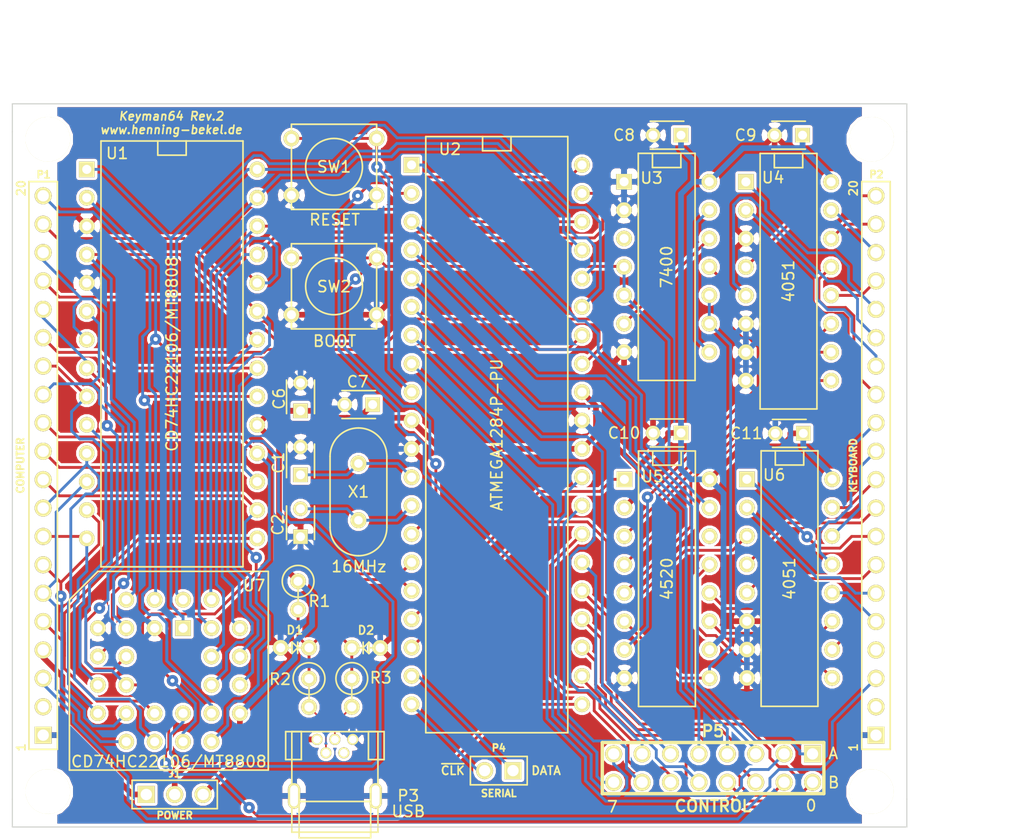
<source format=kicad_pcb>
(kicad_pcb (version 4) (host pcbnew 4.0.1-stable)
  (title_block (title "Keyman64 programmable keyboard and hardware controller") (rev 2) (company "Henning Bekel") (comment 1 http://www.henning-bekel.de/keyman64))
  (layers (0 F.Cu signal) (31 B.Cu signal) (34 B.Paste user) (35 F.Paste user) (36 B.SilkS user) (37 F.SilkS user) (38 B.Mask user) (39 F.Mask user) (44 Edge.Cuts user))
  (net 0 "")
  (net 1 /A0)
  (net 2 /A1)
  (net 3 /A2)
  (net 4 /A3)
  (net 5 /A4)
  (net 6 /A5)
  (net 7 /A6)
  (net 8 /A7)
  (net 9 /B0)
  (net 10 /B1)
  (net 11 /B2)
  (net 12 /B3)
  (net 13 /B4)
  (net 14 /B5)
  (net 15 /B6)
  (net 16 /B7)
  (net 17 /C0)
  (net 18 /C1)
  (net 19 /C2)
  (net 20 /C3)
  (net 21 /C4)
  (net 22 /C5)
  (net 23 /C6)
  (net 24 /C7)
  (net 25 /CD)
  (net 26 /CPA0)
  (net 27 /CPA1)
  (net 28 /CPA2)
  (net 29 /CPA3)
  (net 30 /CPA4)
  (net 31 /CPA5)
  (net 32 /CPD)
  (net 33 /CRES)
  (net 34 /CS)
  (net 35 /CS0)
  (net 36 /CS1)
  (net 37 /CS2)
  (net 38 /D+)
  (net 39 /D-)
  (net 40 /KVCC)
  (net 41 /MC)
  (net 42 /MD)
  (net 43 /MR)
  (net 44 /R0)
  (net 45 /R1)
  (net 46 /R2)
  (net 47 /R3)
  (net 48 /R4)
  (net 49 /R5)
  (net 50 /R6)
  (net 51 /R7)
  (net 52 /RCK)
  (net 53 /RS0)
  (net 54 /RS1)
  (net 55 /RS2)
  (net 56 /UA0)
  (net 57 /UA1)
  (net 58 /UA2)
  (net 59 /UA3)
  (net 60 /UA4)
  (net 61 /UA5)
  (net 62 /UA6)
  (net 63 /UA7)
  (net 64 /UB0)
  (net 65 /UB1)
  (net 66 /UB2)
  (net 67 /UB3)
  (net 68 /UB4)
  (net 69 /UB5)
  (net 70 /UB6)
  (net 71 /UB7)
  (net 72 /UVCC)
  (net 73 /~CPMR)
  (net 74 /~CPS)
  (net 75 /~RESET)
  (net 76 /~RESTORE)
  (net 77 GND)
  (net 78 VCC)
  (net 79 "Net-(P2-Pad2)")
  (net 80 "Net-(P3-Pad4)")
  (net 81 "Net-(H1-Pad1)")
  (net 82 "Net-(H2-Pad1)")
  (net 83 "Net-(H3-Pad1)")
  (net 84 "Net-(H4-Pad1)")
  (net 85 "Net-(U5-Pad14)")
  (net 86 "Net-(P1-Pad2)")
  (net 87 "Net-(P2-Pad4)")
  (net 88 "Net-(C1-Pad1)")
  (net 89 "Net-(C2-Pad2)")
  (net 90 "Net-(U3-Pad3)")
  (net 91 "Net-(U3-Pad12)")
  (net 92 "Net-(U3-Pad13)")
  (net 93 "Net-(D1-Pad1)")
  (net 94 "Net-(D2-Pad1)")
  (module Capacitors_ThroughHole:C_Disc_D3_P2.5 (layer F.Cu) (at 164.414 69.1769 180)
    (fp_text reference C8 (at 5.0927 0 180) (layer F.SilkS))
    (fp_text value 100nF hide)
    (pad 1 thru_hole rect (at 0 0 180) (size 1.3 1.3) (drill 0.8) (layers *.Cu *.Mask F.SilkS) (net 78 VCC))
    (pad 2 thru_hole circle (at 2.5 0 180) (size 1.3 1.3) (drill 0.8001) (layers *.Cu *.Mask F.SilkS) (net 77 GND))
  )
  (module Capacitors_ThroughHole:C_Disc_D3_P2.5 (layer F.Cu) (at 130.391 99.568 90)
    (fp_text reference C1 (at 1.0795 -1.9685 90) (layer F.SilkS))
    (fp_text value 18pF hide)
    (pad 1 thru_hole rect (at 0 0 90) (size 1.3 1.3) (drill 0.8) (layers *.Cu *.Mask F.SilkS) (net 88 "Net-(C1-Pad1)"))
    (pad 2 thru_hole circle (at 2.5 0 90) (size 1.3 1.3) (drill 0.8001) (layers *.Cu *.Mask F.SilkS) (net 77 GND))
  )
  (module Capacitors_ThroughHole:C_Disc_D3_P2.5 (layer F.Cu) (at 130.391 105.105 90)
    (fp_text reference C2 (at 1.0795 -2.032 90) (layer F.SilkS))
    (fp_text value 18pF hide)
    (pad 1 thru_hole rect (at 0 0 90) (size 1.3 1.3) (drill 0.8) (layers *.Cu *.Mask F.SilkS) (net 77 GND))
    (pad 2 thru_hole circle (at 2.5 0 90) (size 1.3 1.3) (drill 0.8001) (layers *.Cu *.Mask F.SilkS) (net 89 "Net-(C2-Pad2)"))
  )
  (module Capacitors_ThroughHole:C_Disc_D3_P2.5 (layer F.Cu) (at 175.285 69.1769 180)
    (fp_text reference C9 (at 5.0927 0 180) (layer F.SilkS))
    (fp_text value 100nF hide)
    (pad 1 thru_hole rect (at 0 0 180) (size 1.3 1.3) (drill 0.8) (layers *.Cu *.Mask F.SilkS) (net 78 VCC))
    (pad 2 thru_hole circle (at 2.5 0 180) (size 1.3 1.3) (drill 0.8001) (layers *.Cu *.Mask F.SilkS) (net 77 GND))
  )
  (module Capacitors_ThroughHole:C_Disc_D3_P2.5 (layer F.Cu) (at 164.414 95.8215 180)
    (fp_text reference C10 (at 5.0927 0 180) (layer F.SilkS))
    (fp_text value 100nF hide)
    (pad 1 thru_hole rect (at 0 0 180) (size 1.3 1.3) (drill 0.8) (layers *.Cu *.Mask F.SilkS) (net 78 VCC))
    (pad 2 thru_hole circle (at 2.5 0 180) (size 1.3 1.3) (drill 0.8001) (layers *.Cu *.Mask F.SilkS) (net 77 GND))
  )
  (module Capacitors_ThroughHole:C_Disc_D3_P2.5 (layer F.Cu) (at 175.349 95.8596 180)
    (fp_text reference C11 (at 5.0927 0 180) (layer F.SilkS))
    (fp_text value 100nF hide)
    (pad 1 thru_hole rect (at 0 0 180) (size 1.3 1.3) (drill 0.8) (layers *.Cu *.Mask F.SilkS) (net 78 VCC))
    (pad 2 thru_hole circle (at 2.5 0 180) (size 1.3 1.3) (drill 0.8001) (layers *.Cu *.Mask F.SilkS) (net 77 GND))
  )
  (module Capacitors_ThroughHole:C_Disc_D3_P2.5 (layer F.Cu) (at 130.391 93.8403 90)
    (fp_text reference C6 (at 1.0795 -1.9177 90) (layer F.SilkS))
    (fp_text value 100nF hide)
    (pad 1 thru_hole rect (at 0 0 90) (size 1.3 1.3) (drill 0.8) (layers *.Cu *.Mask F.SilkS) (net 78 VCC))
    (pad 2 thru_hole circle (at 2.5 0 90) (size 1.3 1.3) (drill 0.8001) (layers *.Cu *.Mask F.SilkS) (net 77 GND))
  )
  (module Capacitors_ThroughHole:C_Disc_D3_P2.5 (layer F.Cu) (at 136.842 93.2815 180)
    (fp_text reference C7 (at 1.3462 2.0447 180) (layer F.SilkS))
    (fp_text value 100nF hide)
    (pad 1 thru_hole rect (at 0 0 180) (size 1.3 1.3) (drill 0.8) (layers *.Cu *.Mask F.SilkS) (net 78 VCC))
    (pad 2 thru_hole circle (at 2.5 0 180) (size 1.3 1.3) (drill 0.8001) (layers *.Cu *.Mask F.SilkS) (net 77 GND))
  )
  (module Sockets_DIP:DIP-40__600 (layer F.Cu) (at 147.942 95.9739 270)
    (fp_text reference U2 (at -25.5397 4.1907 360) (layer F.SilkS))
    (fp_text value ATMEGA1284P-PU (at 0.0127 -0.0003 270) (layer F.SilkS))
    (pad 1 thru_hole rect (at -24.13 7.62 270) (size 1.397 1.397) (drill 0.8128) (layers *.Cu *.Mask F.SilkS) (net 56 /UA0))
    (pad 2 thru_hole circle (at -21.59 7.62 270) (size 1.397 1.397) (drill 0.8128) (layers *.Cu *.Mask F.SilkS) (net 57 /UA1))
    (pad 3 thru_hole circle (at -19.05 7.62 270) (size 1.397 1.397) (drill 0.8128) (layers *.Cu *.Mask F.SilkS) (net 58 /UA2))
    (pad 4 thru_hole circle (at -16.51 7.62 270) (size 1.397 1.397) (drill 0.8128) (layers *.Cu *.Mask F.SilkS) (net 59 /UA3))
    (pad 5 thru_hole circle (at -13.97 7.62 270) (size 1.397 1.397) (drill 0.8128) (layers *.Cu *.Mask F.SilkS) (net 60 /UA4))
    (pad 6 thru_hole circle (at -11.43 7.62 270) (size 1.397 1.397) (drill 0.8128) (layers *.Cu *.Mask F.SilkS) (net 61 /UA5))
    (pad 7 thru_hole circle (at -8.89 7.62 270) (size 1.397 1.397) (drill 0.8128) (layers *.Cu *.Mask F.SilkS) (net 62 /UA6))
    (pad 8 thru_hole circle (at -6.35 7.62 270) (size 1.397 1.397) (drill 0.8128) (layers *.Cu *.Mask F.SilkS) (net 63 /UA7))
    (pad 9 thru_hole circle (at -3.81 7.62 270) (size 1.397 1.397) (drill 0.8128) (layers *.Cu *.Mask F.SilkS) (net 75 /~RESET))
    (pad 10 thru_hole circle (at -1.27 7.62 270) (size 1.397 1.397) (drill 0.8128) (layers *.Cu *.Mask F.SilkS) (net 78 VCC))
    (pad 11 thru_hole circle (at 1.27 7.62 270) (size 1.397 1.397) (drill 0.8128) (layers *.Cu *.Mask F.SilkS) (net 77 GND))
    (pad 12 thru_hole circle (at 3.81 7.62 270) (size 1.397 1.397) (drill 0.8128) (layers *.Cu *.Mask F.SilkS) (net 88 "Net-(C1-Pad1)"))
    (pad 13 thru_hole circle (at 6.35 7.62 270) (size 1.397 1.397) (drill 0.8128) (layers *.Cu *.Mask F.SilkS) (net 89 "Net-(C2-Pad2)"))
    (pad 14 thru_hole circle (at 8.89 7.62 270) (size 1.397 1.397) (drill 0.8128) (layers *.Cu *.Mask F.SilkS) (net 43 /MR))
    (pad 15 thru_hole circle (at 11.43 7.62 270) (size 1.397 1.397) (drill 0.8128) (layers *.Cu *.Mask F.SilkS) (net 93 "Net-(D1-Pad1)"))
    (pad 16 thru_hole circle (at 13.97 7.62 270) (size 1.397 1.397) (drill 0.8128) (layers *.Cu *.Mask F.SilkS) (net 94 "Net-(D2-Pad1)"))
    (pad 17 thru_hole circle (at 16.51 7.62 270) (size 1.397 1.397) (drill 0.8128) (layers *.Cu *.Mask F.SilkS) (net 41 /MC))
    (pad 18 thru_hole circle (at 19.05 7.62 270) (size 1.397 1.397) (drill 0.8128) (layers *.Cu *.Mask F.SilkS) (net 42 /MD))
    (pad 19 thru_hole circle (at 21.59 7.62 270) (size 1.397 1.397) (drill 0.8128) (layers *.Cu *.Mask F.SilkS) (net 25 /CD))
    (pad 20 thru_hole circle (at 24.13 7.62 270) (size 1.397 1.397) (drill 0.8128) (layers *.Cu *.Mask F.SilkS) (net 34 /CS))
    (pad 21 thru_hole circle (at 24.13 -7.62 270) (size 1.397 1.397) (drill 0.8128) (layers *.Cu *.Mask F.SilkS) (net 73 /~CPMR))
    (pad 22 thru_hole circle (at 21.59 -7.62 270) (size 1.397 1.397) (drill 0.8128) (layers *.Cu *.Mask F.SilkS) (net 64 /UB0))
    (pad 23 thru_hole circle (at 19.05 -7.62 270) (size 1.397 1.397) (drill 0.8128) (layers *.Cu *.Mask F.SilkS) (net 65 /UB1))
    (pad 24 thru_hole circle (at 16.51 -7.62 270) (size 1.397 1.397) (drill 0.8128) (layers *.Cu *.Mask F.SilkS) (net 66 /UB2))
    (pad 25 thru_hole circle (at 13.97 -7.62 270) (size 1.397 1.397) (drill 0.8128) (layers *.Cu *.Mask F.SilkS) (net 67 /UB3))
    (pad 26 thru_hole circle (at 11.43 -7.62 270) (size 1.397 1.397) (drill 0.8128) (layers *.Cu *.Mask F.SilkS) (net 68 /UB4))
    (pad 27 thru_hole circle (at 8.89 -7.62 270) (size 1.397 1.397) (drill 0.8128) (layers *.Cu *.Mask F.SilkS) (net 69 /UB5))
    (pad 28 thru_hole circle (at 6.35 -7.62 270) (size 1.397 1.397) (drill 0.8128) (layers *.Cu *.Mask F.SilkS) (net 70 /UB6))
    (pad 29 thru_hole circle (at 3.81 -7.62 270) (size 1.397 1.397) (drill 0.8128) (layers *.Cu *.Mask F.SilkS) (net 71 /UB7))
    (pad 30 thru_hole circle (at 1.27 -7.62 270) (size 1.397 1.397) (drill 0.8128) (layers *.Cu *.Mask F.SilkS) (net 78 VCC))
    (pad 31 thru_hole circle (at -1.27 -7.62 270) (size 1.397 1.397) (drill 0.8128) (layers *.Cu *.Mask F.SilkS) (net 77 GND))
    (pad 32 thru_hole circle (at -3.81 -7.62 270) (size 1.397 1.397) (drill 0.8128) (layers *.Cu *.Mask F.SilkS) (net 78 VCC))
    (pad 33 thru_hole circle (at -6.35 -7.62 270) (size 1.397 1.397) (drill 0.8128) (layers *.Cu *.Mask F.SilkS) (net 32 /CPD))
    (pad 34 thru_hole circle (at -8.89 -7.62 270) (size 1.397 1.397) (drill 0.8128) (layers *.Cu *.Mask F.SilkS) (net 74 /~CPS))
    (pad 35 thru_hole circle (at -11.43 -7.62 270) (size 1.397 1.397) (drill 0.8128) (layers *.Cu *.Mask F.SilkS) (net 31 /CPA5))
    (pad 36 thru_hole circle (at -13.97 -7.62 270) (size 1.397 1.397) (drill 0.8128) (layers *.Cu *.Mask F.SilkS) (net 30 /CPA4))
    (pad 37 thru_hole circle (at -16.51 -7.62 270) (size 1.397 1.397) (drill 0.8128) (layers *.Cu *.Mask F.SilkS) (net 29 /CPA3))
    (pad 38 thru_hole circle (at -19.05 -7.62 270) (size 1.397 1.397) (drill 0.8128) (layers *.Cu *.Mask F.SilkS) (net 28 /CPA2))
    (pad 39 thru_hole circle (at -21.59 -7.62 270) (size 1.397 1.397) (drill 0.8128) (layers *.Cu *.Mask F.SilkS) (net 27 /CPA1))
    (pad 40 thru_hole circle (at -24.13 -7.62 270) (size 1.397 1.397) (drill 0.8128) (layers *.Cu *.Mask F.SilkS) (net 26 /CPA0))
  )
  (module usb-mini-b-through-hole:USB-MINI-B-H (layer F.Cu) (at 133.464 128.294)
    (fp_text reference P3 (at 6.5662 -0.0113) (layer F.SilkS))
    (fp_text value USB (at 6.5662 1.3857) (layer F.SilkS))
    (pad 5 thru_hole oval (at 3.65 0) (size 1.1 2.3) (drill oval 0.7 1.9) (layers *.Cu *.Mask F.SilkS) (net 77 GND))
    (pad 5 thru_hole oval (at -3.65 0) (size 1.1 2.3) (drill oval 0.7 1.9) (layers *.Cu *.Mask F.SilkS) (net 77 GND))
    (pad 4 thru_hole circle (at 0.8 -3.85) (size 1 1) (drill 0.7) (layers *.Cu *.Mask F.SilkS) (net 80 "Net-(P3-Pad4)") (clearance 0.127))
    (pad 2 thru_hole circle (at -0.8 -3.85) (size 1 1) (drill 0.7) (layers *.Cu *.Mask F.SilkS) (net 39 /D-) (clearance 0.127))
    (pad 5 thru_hole circle (at 1.6 -5.05) (size 1 1) (drill 0.7) (layers *.Cu *.Mask F.SilkS) (net 77 GND) (clearance 0.127))
    (pad 3 thru_hole circle (at 0 -5.05) (size 1 1) (drill 0.7) (layers *.Cu *.Mask F.SilkS) (net 38 /D+) (clearance 0.127))
    (pad 1 thru_hole circle (at -1.6 -5.05) (size 1 1) (drill 0.7) (layers *.Cu *.Mask F.SilkS) (net 72 /UVCC) (clearance 0.127))
  )
  (module Discret:R1 (layer F.Cu) (at 130.175 110.363 270)
    (fp_text reference R1 (at 0.508 -1.905 360) (layer F.SilkS))
    (fp_text value 1k5 hide)
    (pad 1 thru_hole circle (at -1.27 0 270) (size 1.397 1.397) (drill 0.8128) (layers *.Cu *.Mask F.SilkS) (net 78 VCC))
    (pad 2 thru_hole circle (at 1.27 0 270) (size 1.397 1.397) (drill 0.8128) (layers *.Cu *.Mask F.SilkS) (net 93 "Net-(D1-Pad1)"))
  )
  (module Discret:R1 (layer F.Cu) (at 131.153 119.075 270)
    (fp_text reference R2 (at -1.219 2.5909 360) (layer F.SilkS))
    (fp_text value 68 hide)
    (pad 1 thru_hole circle (at -1.27 0 270) (size 1.397 1.397) (drill 0.8128) (layers *.Cu *.Mask F.SilkS) (net 93 "Net-(D1-Pad1)"))
    (pad 2 thru_hole circle (at 1.27 0 270) (size 1.397 1.397) (drill 0.8128) (layers *.Cu *.Mask F.SilkS) (net 39 /D-))
  )
  (module Discret:R1 (layer F.Cu) (at 134.976 119.062 270)
    (fp_text reference R3 (at -1.333 -2.5909 360) (layer F.SilkS))
    (fp_text value 68 hide)
    (pad 1 thru_hole circle (at -1.27 0 270) (size 1.397 1.397) (drill 0.8128) (layers *.Cu *.Mask F.SilkS) (net 94 "Net-(D2-Pad1)"))
    (pad 2 thru_hole circle (at 1.27 0 270) (size 1.397 1.397) (drill 0.8128) (layers *.Cu *.Mask F.SilkS) (net 38 /D+))
  )
  (module Buttons_Switches_ThroughHole:SW_PUSH_SMALL (layer F.Cu) (at 133.388 72.009)
    (fp_text reference SW1 (at 0.0001 0) (layer F.SilkS))
    (fp_text value RESET (at 0.0509 4.7371) (layer F.SilkS))
    (pad 1 thru_hole circle (at 3.81 -2.54) (size 1.397 1.397) (drill 0.8128) (layers *.Cu *.Mask F.SilkS) (net 75 /~RESET))
    (pad 2 thru_hole circle (at 3.81 2.54) (size 1.397 1.397) (drill 0.8128) (layers *.Cu *.Mask F.SilkS) (net 77 GND))
    (pad 1 thru_hole circle (at -3.81 -2.54) (size 1.397 1.397) (drill 0.8128) (layers *.Cu *.Mask F.SilkS) (net 75 /~RESET))
    (pad 2 thru_hole circle (at -3.81 2.54) (size 1.397 1.397) (drill 0.8128) (layers *.Cu *.Mask F.SilkS) (net 77 GND))
  )
  (module Buttons_Switches_ThroughHole:SW_PUSH_SMALL (layer F.Cu) (at 133.388 82.7024)
    (fp_text reference SW2 (at 0.0001 0.0254) (layer F.SilkS))
    (fp_text value BOOT (at 0.0509 4.9022) (layer F.SilkS))
    (pad 1 thru_hole circle (at 3.81 -2.54) (size 1.397 1.397) (drill 0.8128) (layers *.Cu *.Mask F.SilkS) (net 43 /MR))
    (pad 2 thru_hole circle (at 3.81 2.54) (size 1.397 1.397) (drill 0.8128) (layers *.Cu *.Mask F.SilkS) (net 77 GND))
    (pad 1 thru_hole circle (at -3.81 -2.54) (size 1.397 1.397) (drill 0.8128) (layers *.Cu *.Mask F.SilkS) (net 43 /MR))
    (pad 2 thru_hole circle (at -3.81 2.54) (size 1.397 1.397) (drill 0.8128) (layers *.Cu *.Mask F.SilkS) (net 77 GND))
  )
  (module Sockets_DIP:DIP-14__300 (layer F.Cu) (at 163.132 80.9625 270)
    (fp_text reference U3 (at -7.9502 1.3467 360) (layer F.SilkS))
    (fp_text value 7400 (at 0 0.0005 270) (layer F.SilkS))
    (pad 1 thru_hole rect (at -7.62 3.81 270) (size 1.397 1.397) (drill 0.8128) (layers *.Cu *.Mask F.SilkS) (net 77 GND))
    (pad 2 thru_hole circle (at -5.08 3.81 270) (size 1.397 1.397) (drill 0.8128) (layers *.Cu *.Mask F.SilkS) (net 77 GND))
    (pad 3 thru_hole circle (at -2.54 3.81 270) (size 1.397 1.397) (drill 0.8128) (layers *.Cu *.Mask F.SilkS) (net 90 "Net-(U3-Pad3)"))
    (pad 4 thru_hole circle (at 0 3.81 270) (size 1.397 1.397) (drill 0.8128) (layers *.Cu *.Mask F.SilkS) (net 43 /MR))
    (pad 5 thru_hole circle (at 2.54 3.81 270) (size 1.397 1.397) (drill 0.8128) (layers *.Cu *.Mask F.SilkS) (net 43 /MR))
    (pad 6 thru_hole circle (at 5.08 3.81 270) (size 1.397 1.397) (drill 0.8128) (layers *.Cu *.Mask F.SilkS) (net 91 "Net-(U3-Pad12)"))
    (pad 7 thru_hole circle (at 7.62 3.81 270) (size 1.397 1.397) (drill 0.8128) (layers *.Cu *.Mask F.SilkS) (net 77 GND))
    (pad 8 thru_hole circle (at 7.62 -3.81 270) (size 1.397 1.397) (drill 0.8128) (layers *.Cu *.Mask F.SilkS) (net 92 "Net-(U3-Pad13)"))
    (pad 9 thru_hole circle (at 5.08 -3.81 270) (size 1.397 1.397) (drill 0.8128) (layers *.Cu *.Mask F.SilkS) (net 52 /RCK))
    (pad 10 thru_hole circle (at 2.54 -3.81 270) (size 1.397 1.397) (drill 0.8128) (layers *.Cu *.Mask F.SilkS) (net 52 /RCK))
    (pad 11 thru_hole circle (at 0 -3.81 270) (size 1.397 1.397) (drill 0.8128) (layers *.Cu *.Mask F.SilkS) (net 33 /CRES))
    (pad 12 thru_hole circle (at -2.54 -3.81 270) (size 1.397 1.397) (drill 0.8128) (layers *.Cu *.Mask F.SilkS) (net 91 "Net-(U3-Pad12)"))
    (pad 13 thru_hole circle (at -5.08 -3.81 270) (size 1.397 1.397) (drill 0.8128) (layers *.Cu *.Mask F.SilkS) (net 92 "Net-(U3-Pad13)"))
    (pad 14 thru_hole circle (at -7.62 -3.81 270) (size 1.397 1.397) (drill 0.8128) (layers *.Cu *.Mask F.SilkS) (net 78 VCC))
  )
  (module Sockets_DIP:DIP-16__300 (layer F.Cu) (at 163.157 108.864 270)
    (fp_text reference U5 (at -9.1436 1.2955 360) (layer F.SilkS))
    (fp_text value 4520 (at 0.0131 0.0001 270) (layer F.SilkS))
    (pad 1 thru_hole rect (at -8.89 3.81 270) (size 1.397 1.397) (drill 0.8128) (layers *.Cu *.Mask F.SilkS) (net 41 /MC))
    (pad 2 thru_hole circle (at -6.35 3.81 270) (size 1.397 1.397) (drill 0.8128) (layers *.Cu *.Mask F.SilkS) (net 78 VCC))
    (pad 3 thru_hole circle (at -3.81 3.81 270) (size 1.397 1.397) (drill 0.8128) (layers *.Cu *.Mask F.SilkS) (net 35 /CS0))
    (pad 4 thru_hole circle (at -1.27 3.81 270) (size 1.397 1.397) (drill 0.8128) (layers *.Cu *.Mask F.SilkS) (net 36 /CS1))
    (pad 5 thru_hole circle (at 1.27 3.81 270) (size 1.397 1.397) (drill 0.8128) (layers *.Cu *.Mask F.SilkS) (net 37 /CS2))
    (pad 6 thru_hole circle (at 3.81 3.81 270) (size 1.397 1.397) (drill 0.8128) (layers *.Cu *.Mask F.SilkS) (net 52 /RCK))
    (pad 7 thru_hole circle (at 6.35 3.81 270) (size 1.397 1.397) (drill 0.8128) (layers *.Cu *.Mask F.SilkS) (net 33 /CRES))
    (pad 8 thru_hole circle (at 8.89 3.81 270) (size 1.397 1.397) (drill 0.8128) (layers *.Cu *.Mask F.SilkS) (net 77 GND))
    (pad 9 thru_hole circle (at 8.89 -3.81 270) (size 1.397 1.397) (drill 0.8128) (layers *.Cu *.Mask F.SilkS) (net 52 /RCK))
    (pad 10 thru_hole circle (at 6.35 -3.81 270) (size 1.397 1.397) (drill 0.8128) (layers *.Cu *.Mask F.SilkS) (net 78 VCC))
    (pad 11 thru_hole circle (at 3.81 -3.81 270) (size 1.397 1.397) (drill 0.8128) (layers *.Cu *.Mask F.SilkS) (net 53 /RS0))
    (pad 12 thru_hole circle (at 1.27 -3.81 270) (size 1.397 1.397) (drill 0.8128) (layers *.Cu *.Mask F.SilkS) (net 54 /RS1))
    (pad 13 thru_hole circle (at -1.27 -3.81 270) (size 1.397 1.397) (drill 0.8128) (layers *.Cu *.Mask F.SilkS) (net 55 /RS2))
    (pad 14 thru_hole circle (at -3.81 -3.81 270) (size 1.397 1.397) (drill 0.8128) (layers *.Cu *.Mask F.SilkS) (net 85 "Net-(U5-Pad14)"))
    (pad 15 thru_hole circle (at -6.35 -3.81 270) (size 1.397 1.397) (drill 0.8128) (layers *.Cu *.Mask F.SilkS) (net 43 /MR))
    (pad 16 thru_hole circle (at -8.89 -3.81 270) (size 1.397 1.397) (drill 0.8128) (layers *.Cu *.Mask F.SilkS) (net 78 VCC))
  )
  (module Sockets_DIP:DIP-16__300 (layer F.Cu) (at 174.028 82.2452 270)
    (fp_text reference U4 (at -9.271 1.3842 360) (layer F.SilkS))
    (fp_text value 4051 (at 0 -0.0001 270) (layer F.SilkS))
    (pad 1 thru_hole rect (at -8.89 3.81 270) (size 1.397 1.397) (drill 0.8128) (layers *.Cu *.Mask F.SilkS) (net 21 /C4))
    (pad 2 thru_hole circle (at -6.35 3.81 270) (size 1.397 1.397) (drill 0.8128) (layers *.Cu *.Mask F.SilkS) (net 23 /C6))
    (pad 3 thru_hole circle (at -3.81 3.81 270) (size 1.397 1.397) (drill 0.8128) (layers *.Cu *.Mask F.SilkS) (net 77 GND))
    (pad 4 thru_hole circle (at -1.27 3.81 270) (size 1.397 1.397) (drill 0.8128) (layers *.Cu *.Mask F.SilkS) (net 24 /C7))
    (pad 5 thru_hole circle (at 1.27 3.81 270) (size 1.397 1.397) (drill 0.8128) (layers *.Cu *.Mask F.SilkS) (net 22 /C5))
    (pad 6 thru_hole circle (at 3.81 3.81 270) (size 1.397 1.397) (drill 0.8128) (layers *.Cu *.Mask F.SilkS) (net 77 GND))
    (pad 7 thru_hole circle (at 6.35 3.81 270) (size 1.397 1.397) (drill 0.8128) (layers *.Cu *.Mask F.SilkS) (net 77 GND))
    (pad 8 thru_hole circle (at 8.89 3.81 270) (size 1.397 1.397) (drill 0.8128) (layers *.Cu *.Mask F.SilkS) (net 77 GND))
    (pad 9 thru_hole circle (at 8.89 -3.81 270) (size 1.397 1.397) (drill 0.8128) (layers *.Cu *.Mask F.SilkS) (net 37 /CS2))
    (pad 10 thru_hole circle (at 6.35 -3.81 270) (size 1.397 1.397) (drill 0.8128) (layers *.Cu *.Mask F.SilkS) (net 36 /CS1))
    (pad 11 thru_hole circle (at 3.81 -3.81 270) (size 1.397 1.397) (drill 0.8128) (layers *.Cu *.Mask F.SilkS) (net 35 /CS0))
    (pad 12 thru_hole circle (at 1.27 -3.81 270) (size 1.397 1.397) (drill 0.8128) (layers *.Cu *.Mask F.SilkS) (net 20 /C3))
    (pad 13 thru_hole circle (at -1.27 -3.81 270) (size 1.397 1.397) (drill 0.8128) (layers *.Cu *.Mask F.SilkS) (net 17 /C0))
    (pad 14 thru_hole circle (at -3.81 -3.81 270) (size 1.397 1.397) (drill 0.8128) (layers *.Cu *.Mask F.SilkS) (net 18 /C1))
    (pad 15 thru_hole circle (at -6.35 -3.81 270) (size 1.397 1.397) (drill 0.8128) (layers *.Cu *.Mask F.SilkS) (net 19 /C2))
    (pad 16 thru_hole circle (at -8.89 -3.81 270) (size 1.397 1.397) (drill 0.8128) (layers *.Cu *.Mask F.SilkS) (net 78 VCC))
  )
  (module Sockets_DIP:DIP-16__300 (layer F.Cu) (at 174.117 108.852 270)
    (fp_text reference U6 (at -9.2713 1.3716 360) (layer F.SilkS))
    (fp_text value 4051 (at 0.0124 0 270) (layer F.SilkS))
    (pad 1 thru_hole rect (at -8.89 3.81 270) (size 1.397 1.397) (drill 0.8128) (layers *.Cu *.Mask F.SilkS) (net 48 /R4))
    (pad 2 thru_hole circle (at -6.35 3.81 270) (size 1.397 1.397) (drill 0.8128) (layers *.Cu *.Mask F.SilkS) (net 50 /R6))
    (pad 3 thru_hole circle (at -3.81 3.81 270) (size 1.397 1.397) (drill 0.8128) (layers *.Cu *.Mask F.SilkS) (net 42 /MD))
    (pad 4 thru_hole circle (at -1.27 3.81 270) (size 1.397 1.397) (drill 0.8128) (layers *.Cu *.Mask F.SilkS) (net 51 /R7))
    (pad 5 thru_hole circle (at 1.27 3.81 270) (size 1.397 1.397) (drill 0.8128) (layers *.Cu *.Mask F.SilkS) (net 49 /R5))
    (pad 6 thru_hole circle (at 3.81 3.81 270) (size 1.397 1.397) (drill 0.8128) (layers *.Cu *.Mask F.SilkS) (net 77 GND))
    (pad 7 thru_hole circle (at 6.35 3.81 270) (size 1.397 1.397) (drill 0.8128) (layers *.Cu *.Mask F.SilkS) (net 77 GND))
    (pad 8 thru_hole circle (at 8.89 3.81 270) (size 1.397 1.397) (drill 0.8128) (layers *.Cu *.Mask F.SilkS) (net 77 GND))
    (pad 9 thru_hole circle (at 8.89 -3.81 270) (size 1.397 1.397) (drill 0.8128) (layers *.Cu *.Mask F.SilkS) (net 55 /RS2))
    (pad 10 thru_hole circle (at 6.35 -3.81 270) (size 1.397 1.397) (drill 0.8128) (layers *.Cu *.Mask F.SilkS) (net 54 /RS1))
    (pad 11 thru_hole circle (at 3.81 -3.81 270) (size 1.397 1.397) (drill 0.8128) (layers *.Cu *.Mask F.SilkS) (net 53 /RS0))
    (pad 12 thru_hole circle (at 1.27 -3.81 270) (size 1.397 1.397) (drill 0.8128) (layers *.Cu *.Mask F.SilkS) (net 47 /R3))
    (pad 13 thru_hole circle (at -1.27 -3.81 270) (size 1.397 1.397) (drill 0.8128) (layers *.Cu *.Mask F.SilkS) (net 44 /R0))
    (pad 14 thru_hole circle (at -3.81 -3.81 270) (size 1.397 1.397) (drill 0.8128) (layers *.Cu *.Mask F.SilkS) (net 45 /R1))
    (pad 15 thru_hole circle (at -6.35 -3.81 270) (size 1.397 1.397) (drill 0.8128) (layers *.Cu *.Mask F.SilkS) (net 46 /R2))
    (pad 16 thru_hole circle (at -8.89 -3.81 270) (size 1.397 1.397) (drill 0.8128) (layers *.Cu *.Mask F.SilkS) (net 78 VCC))
  )
  (module Sockets_DIP:DIP-28__600 (layer F.Cu) (at 118.897 88.7476 270)
    (fp_text reference U1 (at -17.9451 4.9018 360) (layer F.SilkS))
    (fp_text value CD74HC22106/MT8808 (at 0.0127 -0.0004 270) (layer F.SilkS))
    (pad 1 thru_hole rect (at -16.51 7.62 270) (size 1.397 1.397) (drill 0.8128) (layers *.Cu *.Mask F.SilkS) (net 31 /CPA5))
    (pad 2 thru_hole circle (at -13.97 7.62 270) (size 1.397 1.397) (drill 0.8128) (layers *.Cu *.Mask F.SilkS) (net 74 /~CPS))
    (pad 3 thru_hole circle (at -11.43 7.62 270) (size 1.397 1.397) (drill 0.8128) (layers *.Cu *.Mask F.SilkS) (net 77 GND))
    (pad 4 thru_hole circle (at -8.89 7.62 270) (size 1.397 1.397) (drill 0.8128) (layers *.Cu *.Mask F.SilkS) (net 32 /CPD))
    (pad 5 thru_hole circle (at -6.35 7.62 270) (size 1.397 1.397) (drill 0.8128) (layers *.Cu *.Mask F.SilkS) (net 77 GND))
    (pad 6 thru_hole circle (at -3.81 7.62 270) (size 1.397 1.397) (drill 0.8128) (layers *.Cu *.Mask F.SilkS) (net 1 /A0))
    (pad 7 thru_hole circle (at -1.27 7.62 270) (size 1.397 1.397) (drill 0.8128) (layers *.Cu *.Mask F.SilkS) (net 3 /A2))
    (pad 8 thru_hole circle (at 1.27 7.62 270) (size 1.397 1.397) (drill 0.8128) (layers *.Cu *.Mask F.SilkS) (net 5 /A4))
    (pad 9 thru_hole circle (at 3.81 7.62 270) (size 1.397 1.397) (drill 0.8128) (layers *.Cu *.Mask F.SilkS) (net 7 /A6))
    (pad 10 thru_hole circle (at 6.35 7.62 270) (size 1.397 1.397) (drill 0.8128) (layers *.Cu *.Mask F.SilkS) (net 73 /~CPMR))
    (pad 11 thru_hole circle (at 8.89 7.62 270) (size 1.397 1.397) (drill 0.8128) (layers *.Cu *.Mask F.SilkS) (net 16 /B7))
    (pad 12 thru_hole circle (at 11.43 7.62 270) (size 1.397 1.397) (drill 0.8128) (layers *.Cu *.Mask F.SilkS) (net 15 /B6))
    (pad 13 thru_hole circle (at 13.97 7.62 270) (size 1.397 1.397) (drill 0.8128) (layers *.Cu *.Mask F.SilkS) (net 14 /B5))
    (pad 14 thru_hole circle (at 16.51 7.62 270) (size 1.397 1.397) (drill 0.8128) (layers *.Cu *.Mask F.SilkS) (net 13 /B4))
    (pad 15 thru_hole circle (at 16.51 -7.62 270) (size 1.397 1.397) (drill 0.8128) (layers *.Cu *.Mask F.SilkS) (net 12 /B3))
    (pad 16 thru_hole circle (at 13.97 -7.62 270) (size 1.397 1.397) (drill 0.8128) (layers *.Cu *.Mask F.SilkS) (net 11 /B2))
    (pad 17 thru_hole circle (at 11.43 -7.62 270) (size 1.397 1.397) (drill 0.8128) (layers *.Cu *.Mask F.SilkS) (net 10 /B1))
    (pad 18 thru_hole circle (at 8.89 -7.62 270) (size 1.397 1.397) (drill 0.8128) (layers *.Cu *.Mask F.SilkS) (net 9 /B0))
    (pad 19 thru_hole circle (at 6.35 -7.62 270) (size 1.397 1.397) (drill 0.8128) (layers *.Cu *.Mask F.SilkS) (net 78 VCC))
    (pad 20 thru_hole circle (at 3.81 -7.62 270) (size 1.397 1.397) (drill 0.8128) (layers *.Cu *.Mask F.SilkS) (net 8 /A7))
    (pad 21 thru_hole circle (at 1.27 -7.62 270) (size 1.397 1.397) (drill 0.8128) (layers *.Cu *.Mask F.SilkS) (net 6 /A5))
    (pad 22 thru_hole circle (at -1.27 -7.62 270) (size 1.397 1.397) (drill 0.8128) (layers *.Cu *.Mask F.SilkS) (net 4 /A3))
    (pad 23 thru_hole circle (at -3.81 -7.62 270) (size 1.397 1.397) (drill 0.8128) (layers *.Cu *.Mask F.SilkS) (net 2 /A1))
    (pad 24 thru_hole circle (at -6.35 -7.62 270) (size 1.397 1.397) (drill 0.8128) (layers *.Cu *.Mask F.SilkS) (net 26 /CPA0))
    (pad 25 thru_hole circle (at -8.89 -7.62 270) (size 1.397 1.397) (drill 0.8128) (layers *.Cu *.Mask F.SilkS) (net 27 /CPA1))
    (pad 26 thru_hole circle (at -11.43 -7.62 270) (size 1.397 1.397) (drill 0.8128) (layers *.Cu *.Mask F.SilkS) (net 28 /CPA2))
    (pad 27 thru_hole circle (at -13.97 -7.62 270) (size 1.397 1.397) (drill 0.8128) (layers *.Cu *.Mask F.SilkS) (net 29 /CPA3))
    (pad 28 thru_hole circle (at -16.51 -7.62 270) (size 1.397 1.397) (drill 0.8128) (layers *.Cu *.Mask F.SilkS) (net 30 /CPA4))
  )
  (module Crystals:HC-49V (layer F.Cu) (at 135.572 101.092 90)
    (fp_text reference X1 (at 0 0.0005 180) (layer F.SilkS))
    (fp_text value 16MHz (at -6.6802 0.0386 180) (layer F.SilkS))
    (pad 1 thru_hole circle (at -2.54 0 90) (size 1.4224 1.4224) (drill 0.762) (layers *.Cu *.Mask F.SilkS) (net 89 "Net-(C2-Pad2)"))
    (pad 2 thru_hole circle (at 2.54 0 90) (size 1.4224 1.4224) (drill 0.762) (layers *.Cu *.Mask F.SilkS) (net 88 "Net-(C1-Pad1)"))
  )
  (module pinHeaders:pinHeader-2x1 (layer F.Cu) (at 148.12 126.035 180)
    (fp_text reference P4 (at 0 2.032 180) (layer F.SilkS) (effects (font (size 0.63246 0.63246) (thickness 0.15748))))
    (fp_text value SERIAL (at 0 -2.032 180) (layer F.SilkS) (effects (font (size 0.63246 0.63246) (thickness 0.15748))))
    (pad 1 thru_hole rect (at -1.27 0 180) (size 1.524 1.524) (drill 1.016) (layers *.Cu *.Mask F.SilkS) (net 25 /CD))
    (pad 2 thru_hole circle (at 1.27 0 180) (size 1.524 1.524) (drill 1.016) (layers *.Cu *.Mask F.SilkS) (net 34 /CS))
  )
  (module pinHeaders:pinHeader-20x1 (layer F.Cu) (at 107.378 98.7298 90)
    (fp_text reference P1 (at 26.0223 0.0381 180) (layer F.SilkS) (effects (font (size 0.63246 0.63246) (thickness 0.15748))))
    (fp_text value COMPUTER (at 0 -2.032 90) (layer F.SilkS) (effects (font (size 0.63246 0.63246) (thickness 0.15748))))
    (pad 1 thru_hole rect (at -24.13 0 90) (size 1.524 1.524) (drill 1.016) (layers *.Cu *.Mask F.SilkS) (net 77 GND))
    (pad 2 thru_hole circle (at -21.59 0 90) (size 1.524 1.524) (drill 1.016) (layers *.Cu *.Mask F.SilkS) (net 86 "Net-(P1-Pad2)"))
    (pad 3 thru_hole circle (at -19.05 0 90) (size 1.524 1.524) (drill 1.016) (layers *.Cu *.Mask F.SilkS) (net 76 /~RESTORE))
    (pad 4 thru_hole circle (at -16.51 0 90) (size 1.524 1.524) (drill 1.016) (layers *.Cu *.Mask F.SilkS) (net 40 /KVCC))
    (pad 5 thru_hole circle (at -13.97 0 90) (size 1.524 1.524) (drill 1.016) (layers *.Cu *.Mask F.SilkS) (net 12 /B3))
    (pad 6 thru_hole circle (at -11.43 0 90) (size 1.524 1.524) (drill 1.016) (layers *.Cu *.Mask F.SilkS) (net 15 /B6))
    (pad 7 thru_hole circle (at -8.89 0 90) (size 1.524 1.524) (drill 1.016) (layers *.Cu *.Mask F.SilkS) (net 14 /B5))
    (pad 8 thru_hole circle (at -6.35 0 90) (size 1.524 1.524) (drill 1.016) (layers *.Cu *.Mask F.SilkS) (net 13 /B4))
    (pad 9 thru_hole circle (at -3.81 0 90) (size 1.524 1.524) (drill 1.016) (layers *.Cu *.Mask F.SilkS) (net 16 /B7))
    (pad 10 thru_hole circle (at -1.27 0 90) (size 1.524 1.524) (drill 1.016) (layers *.Cu *.Mask F.SilkS) (net 11 /B2))
    (pad 11 thru_hole circle (at 1.27 0 90) (size 1.524 1.524) (drill 1.016) (layers *.Cu *.Mask F.SilkS) (net 10 /B1))
    (pad 12 thru_hole circle (at 3.81 0 90) (size 1.524 1.524) (drill 1.016) (layers *.Cu *.Mask F.SilkS) (net 9 /B0))
    (pad 13 thru_hole circle (at 6.35 0 90) (size 1.524 1.524) (drill 1.016) (layers *.Cu *.Mask F.SilkS) (net 1 /A0))
    (pad 14 thru_hole circle (at 8.89 0 90) (size 1.524 1.524) (drill 1.016) (layers *.Cu *.Mask F.SilkS) (net 7 /A6))
    (pad 15 thru_hole circle (at 11.43 0 90) (size 1.524 1.524) (drill 1.016) (layers *.Cu *.Mask F.SilkS) (net 6 /A5))
    (pad 16 thru_hole circle (at 13.97 0 90) (size 1.524 1.524) (drill 1.016) (layers *.Cu *.Mask F.SilkS) (net 5 /A4))
    (pad 17 thru_hole circle (at 16.51 0 90) (size 1.524 1.524) (drill 1.016) (layers *.Cu *.Mask F.SilkS) (net 4 /A3))
    (pad 18 thru_hole circle (at 19.05 0 90) (size 1.524 1.524) (drill 1.016) (layers *.Cu *.Mask F.SilkS) (net 3 /A2))
    (pad 19 thru_hole circle (at 21.59 0 90) (size 1.524 1.524) (drill 1.016) (layers *.Cu *.Mask F.SilkS) (net 2 /A1))
    (pad 20 thru_hole circle (at 24.13 0 90) (size 1.524 1.524) (drill 1.016) (layers *.Cu *.Mask F.SilkS) (net 8 /A7))
  )
  (module pinHeaders:pinHeader-20x1 (layer F.Cu) (at 181.851 98.7298 90)
    (fp_text reference P2 (at 26.035 0.0381 180) (layer F.SilkS) (effects (font (size 0.63246 0.63246) (thickness 0.15748))))
    (fp_text value KEYBOARD (at 0 -2.032 90) (layer F.SilkS) (effects (font (size 0.63246 0.63246) (thickness 0.15748))))
    (pad 1 thru_hole rect (at -24.13 0 90) (size 1.524 1.524) (drill 1.016) (layers *.Cu *.Mask F.SilkS) (net 77 GND))
    (pad 2 thru_hole circle (at -21.59 0 90) (size 1.524 1.524) (drill 1.016) (layers *.Cu *.Mask F.SilkS) (net 79 "Net-(P2-Pad2)"))
    (pad 3 thru_hole circle (at -19.05 0 90) (size 1.524 1.524) (drill 1.016) (layers *.Cu *.Mask F.SilkS) (net 76 /~RESTORE))
    (pad 4 thru_hole circle (at -16.51 0 90) (size 1.524 1.524) (drill 1.016) (layers *.Cu *.Mask F.SilkS) (net 87 "Net-(P2-Pad4)"))
    (pad 5 thru_hole circle (at -13.97 0 90) (size 1.524 1.524) (drill 1.016) (layers *.Cu *.Mask F.SilkS) (net 47 /R3))
    (pad 6 thru_hole circle (at -11.43 0 90) (size 1.524 1.524) (drill 1.016) (layers *.Cu *.Mask F.SilkS) (net 50 /R6))
    (pad 7 thru_hole circle (at -8.89 0 90) (size 1.524 1.524) (drill 1.016) (layers *.Cu *.Mask F.SilkS) (net 49 /R5))
    (pad 8 thru_hole circle (at -6.35 0 90) (size 1.524 1.524) (drill 1.016) (layers *.Cu *.Mask F.SilkS) (net 48 /R4))
    (pad 9 thru_hole circle (at -3.81 0 90) (size 1.524 1.524) (drill 1.016) (layers *.Cu *.Mask F.SilkS) (net 51 /R7))
    (pad 10 thru_hole circle (at -1.27 0 90) (size 1.524 1.524) (drill 1.016) (layers *.Cu *.Mask F.SilkS) (net 46 /R2))
    (pad 11 thru_hole circle (at 1.27 0 90) (size 1.524 1.524) (drill 1.016) (layers *.Cu *.Mask F.SilkS) (net 45 /R1))
    (pad 12 thru_hole circle (at 3.81 0 90) (size 1.524 1.524) (drill 1.016) (layers *.Cu *.Mask F.SilkS) (net 44 /R0))
    (pad 13 thru_hole circle (at 6.35 0 90) (size 1.524 1.524) (drill 1.016) (layers *.Cu *.Mask F.SilkS) (net 17 /C0))
    (pad 14 thru_hole circle (at 8.89 0 90) (size 1.524 1.524) (drill 1.016) (layers *.Cu *.Mask F.SilkS) (net 23 /C6))
    (pad 15 thru_hole circle (at 11.43 0 90) (size 1.524 1.524) (drill 1.016) (layers *.Cu *.Mask F.SilkS) (net 22 /C5))
    (pad 16 thru_hole circle (at 13.97 0 90) (size 1.524 1.524) (drill 1.016) (layers *.Cu *.Mask F.SilkS) (net 21 /C4))
    (pad 17 thru_hole circle (at 16.51 0 90) (size 1.524 1.524) (drill 1.016) (layers *.Cu *.Mask F.SilkS) (net 20 /C3))
    (pad 18 thru_hole circle (at 19.05 0 90) (size 1.524 1.524) (drill 1.016) (layers *.Cu *.Mask F.SilkS) (net 19 /C2))
    (pad 19 thru_hole circle (at 21.59 0 90) (size 1.524 1.524) (drill 1.016) (layers *.Cu *.Mask F.SilkS) (net 18 /C1))
    (pad 20 thru_hole circle (at 24.13 0 90) (size 1.524 1.524) (drill 1.016) (layers *.Cu *.Mask F.SilkS) (net 24 /C7))
  )
  (module pinHeaders:pin_array_8x2 (layer F.Cu) (at 167.284 125.806 180)
    (fp_text reference P5 (at 0.0127 3.302 180) (layer F.SilkS) (effects (font (size 1.016 1.016) (thickness 0.2032))))
    (fp_text value CONTROL (at 0.0127 -3.4036 180) (layer F.SilkS) (effects (font (size 1.016 1.016) (thickness 0.2032))))
    (pad 1 thru_hole rect (at -8.89 1.27 180) (size 1.524 1.524) (drill 1.016) (layers *.Cu *.Mask F.SilkS) (net 56 /UA0))
    (pad 2 thru_hole circle (at -8.89 -1.27 180) (size 1.524 1.524) (drill 1.016) (layers *.Cu *.Mask F.SilkS) (net 64 /UB0))
    (pad 3 thru_hole circle (at -6.35 1.27 180) (size 1.524 1.524) (drill 1.016) (layers *.Cu *.Mask F.SilkS) (net 57 /UA1))
    (pad 4 thru_hole circle (at -6.35 -1.27 180) (size 1.524 1.524) (drill 1.016) (layers *.Cu *.Mask F.SilkS) (net 65 /UB1))
    (pad 5 thru_hole circle (at -3.81 1.27 180) (size 1.524 1.524) (drill 1.016) (layers *.Cu *.Mask F.SilkS) (net 58 /UA2))
    (pad 6 thru_hole circle (at -3.81 -1.27 180) (size 1.524 1.524) (drill 1.016) (layers *.Cu *.Mask F.SilkS) (net 66 /UB2))
    (pad 7 thru_hole circle (at -1.27 1.27 180) (size 1.524 1.524) (drill 1.016) (layers *.Cu *.Mask F.SilkS) (net 59 /UA3))
    (pad 8 thru_hole circle (at -1.27 -1.27 180) (size 1.524 1.524) (drill 1.016) (layers *.Cu *.Mask F.SilkS) (net 67 /UB3))
    (pad 9 thru_hole circle (at 1.27 1.27 180) (size 1.524 1.524) (drill 1.016) (layers *.Cu *.Mask F.SilkS) (net 60 /UA4))
    (pad 10 thru_hole circle (at 1.27 -1.27 180) (size 1.524 1.524) (drill 1.016) (layers *.Cu *.Mask F.SilkS) (net 68 /UB4))
    (pad 11 thru_hole circle (at 3.81 1.27 180) (size 1.524 1.524) (drill 1.016) (layers *.Cu *.Mask F.SilkS) (net 61 /UA5))
    (pad 12 thru_hole circle (at 3.81 -1.27 180) (size 1.524 1.524) (drill 1.016) (layers *.Cu *.Mask F.SilkS) (net 69 /UB5))
    (pad 13 thru_hole circle (at 6.35 1.27 180) (size 1.524 1.524) (drill 1.016) (layers *.Cu *.Mask F.SilkS) (net 62 /UA6))
    (pad 14 thru_hole circle (at 6.35 -1.27 180) (size 1.524 1.524) (drill 1.016) (layers *.Cu *.Mask F.SilkS) (net 70 /UB6))
    (pad 15 thru_hole circle (at 8.89 1.27 180) (size 1.524 1.524) (drill 1.016) (layers *.Cu *.Mask F.SilkS) (net 63 /UA7))
    (pad 16 thru_hole circle (at 8.89 -1.27 180) (size 1.524 1.524) (drill 1.016) (layers *.Cu *.Mask F.SilkS) (net 71 /UB7))
  )
  (module pinHeaders:pinHeader-3x1 (layer F.Cu) (at 119.139 128.168)
    (fp_text reference J1 (at 0 -1.8669) (layer F.SilkS) (effects (font (size 0.63246 0.63246) (thickness 0.15748))))
    (fp_text value POWER (at 0 1.8669) (layer F.SilkS) (effects (font (size 0.63246 0.63246) (thickness 0.15748))))
    (pad 1 thru_hole rect (at -2.54 0) (size 1.524 1.524) (drill 1.016) (layers *.Cu *.Mask F.SilkS) (net 40 /KVCC))
    (pad 2 thru_hole circle (at 0 0) (size 1.524 1.524) (drill 1.016) (layers *.Cu *.Mask F.SilkS) (net 78 VCC))
    (pad 3 thru_hole circle (at 2.54 0) (size 1.524 1.524) (drill 1.016) (layers *.Cu *.Mask F.SilkS) (net 72 /UVCC))
  )
  (module Diode:Diode-2.5mm-Vertical (layer F.Cu) (at 129.883 115.037 180)
    (fp_text reference D1 (at 0 1.5748 180) (layer F.SilkS) (effects (font (size 0.75 0.75))))
    (fp_text value 3.6V hide)
    (pad 1 thru_hole circle (at -1.27 0 180) (size 1.397 1.397) (drill 0.8128) (layers *.Cu *.Mask F.SilkS) (net 93 "Net-(D1-Pad1)"))
    (pad 2 thru_hole circle (at 1.27 0 180) (size 1.397 1.397) (drill 0.8128) (layers *.Cu *.Mask F.SilkS) (net 77 GND))
  )
  (module Diode:Diode-2.5mm-Vertical (layer F.Cu) (at 136.246 115.049)
    (fp_text reference D2 (at 0 -1.5748) (layer F.SilkS) (effects (font (size 0.75 0.75))))
    (fp_text value 3.6V hide)
    (pad 1 thru_hole circle (at -1.27 0) (size 1.397 1.397) (drill 0.8128) (layers *.Cu *.Mask F.SilkS) (net 94 "Net-(D2-Pad1)"))
    (pad 2 thru_hole circle (at 1.27 0) (size 1.397 1.397) (drill 0.8128) (layers *.Cu *.Mask F.SilkS) (net 77 GND))
  )
  (module Mounting_Holes:MountingHole_4mm (layer F.Cu) (at 107.793 127.906)
    (fp_text reference H1 hide)
    (fp_text value CONN_1)
    (pad 1 np_thru_hole circle (at 0 0) (size 4 4) (drill 4) (layers *.Cu *.Mask F.SilkS) (net 81 "Net-(H1-Pad1)"))
  )
  (module Mounting_Holes:MountingHole_4mm (layer F.Cu) (at 181.437 127.906)
    (fp_text reference H2 hide)
    (fp_text value CONN_1)
    (pad 1 np_thru_hole circle (at 0 0) (size 4 4) (drill 4) (layers *.Cu *.Mask F.SilkS) (net 82 "Net-(H2-Pad1)"))
  )
  (module Mounting_Holes:MountingHole_4mm (layer F.Cu) (at 107.793 69.5404)
    (fp_text reference H3 hide)
    (fp_text value CONN_1)
    (pad 1 np_thru_hole circle (at 0 0) (size 4 4) (drill 4) (layers *.Cu *.Mask F.SilkS) (net 83 "Net-(H3-Pad1)"))
  )
  (module Mounting_Holes:MountingHole_4mm (layer F.Cu) (at 181.462 69.5404 180)
    (fp_text reference H4 hide)
    (fp_text value CONN_1)
    (pad 1 np_thru_hole circle (at 0 0 180) (size 4 4) (drill 4) (layers *.Cu *.Mask F.SilkS) (net 84 "Net-(H4-Pad1)"))
  )
  (module Sockets:PLCC28 (layer F.Cu) (at 118.618 117.094)
    (fp_text reference U7 (at 7.62 -7.62) (layer F.SilkS))
    (fp_text value CD74HC22106/MT8808 (at 0 8.128) (layer F.SilkS))
    (pad 1 thru_hole rect (at 1.27 -3.81) (size 1.397 1.397) (drill 0.8128) (layers *.Cu *.Mask F.SilkS) (net 31 /CPA5))
    (pad 2 thru_hole circle (at -1.27 -6.35) (size 1.397 1.397) (drill 0.8128) (layers *.Cu *.Mask F.SilkS) (net 74 /~CPS))
    (pad 3 thru_hole circle (at -1.27 -3.81) (size 1.397 1.397) (drill 0.8128) (layers *.Cu *.Mask F.SilkS) (net 77 GND))
    (pad 4 thru_hole circle (at -3.81 -6.35) (size 1.397 1.397) (drill 0.8128) (layers *.Cu *.Mask F.SilkS) (net 32 /CPD))
    (pad 5 thru_hole circle (at -6.35 -3.81) (size 1.397 1.397) (drill 0.8128) (layers *.Cu *.Mask F.SilkS) (net 77 GND))
    (pad 6 thru_hole circle (at -3.81 -3.81) (size 1.397 1.397) (drill 0.8128) (layers *.Cu *.Mask F.SilkS) (net 1 /A0))
    (pad 7 thru_hole circle (at -6.35 -1.27) (size 1.397 1.397) (drill 0.8128) (layers *.Cu *.Mask F.SilkS) (net 3 /A2))
    (pad 8 thru_hole circle (at -3.81 -1.27) (size 1.397 1.397) (drill 0.8128) (layers *.Cu *.Mask F.SilkS) (net 5 /A4))
    (pad 9 thru_hole circle (at -6.35 1.27) (size 1.397 1.397) (drill 0.8128) (layers *.Cu *.Mask F.SilkS) (net 7 /A6))
    (pad 10 thru_hole circle (at -3.81 1.27) (size 1.397 1.397) (drill 0.8128) (layers *.Cu *.Mask F.SilkS) (net 73 /~CPMR))
    (pad 11 thru_hole circle (at -6.35 3.81) (size 1.397 1.397) (drill 0.8128) (layers *.Cu *.Mask F.SilkS) (net 16 /B7))
    (pad 12 thru_hole circle (at -3.81 6.35) (size 1.397 1.397) (drill 0.8128) (layers *.Cu *.Mask F.SilkS) (net 15 /B6))
    (pad 13 thru_hole circle (at -3.81 3.81) (size 1.397 1.397) (drill 0.8128) (layers *.Cu *.Mask F.SilkS) (net 14 /B5))
    (pad 14 thru_hole circle (at -1.27 6.35) (size 1.397 1.397) (drill 0.8128) (layers *.Cu *.Mask F.SilkS) (net 13 /B4))
    (pad 15 thru_hole circle (at -1.27 3.81) (size 1.397 1.397) (drill 0.8128) (layers *.Cu *.Mask F.SilkS) (net 12 /B3))
    (pad 16 thru_hole circle (at 1.27 6.35) (size 1.397 1.397) (drill 0.8128) (layers *.Cu *.Mask F.SilkS) (net 11 /B2))
    (pad 17 thru_hole circle (at 1.27 3.81) (size 1.397 1.397) (drill 0.8128) (layers *.Cu *.Mask F.SilkS) (net 10 /B1))
    (pad 18 thru_hole circle (at 3.81 6.35) (size 1.397 1.397) (drill 0.8128) (layers *.Cu *.Mask F.SilkS) (net 9 /B0))
    (pad 19 thru_hole circle (at 6.35 3.81) (size 1.397 1.397) (drill 0.8128) (layers *.Cu *.Mask F.SilkS) (net 78 VCC))
    (pad 20 thru_hole circle (at 3.81 3.81) (size 1.397 1.397) (drill 0.8128) (layers *.Cu *.Mask F.SilkS) (net 8 /A7))
    (pad 21 thru_hole circle (at 6.35 1.27) (size 1.397 1.397) (drill 0.8128) (layers *.Cu *.Mask F.SilkS) (net 6 /A5))
    (pad 22 thru_hole circle (at 3.81 1.27) (size 1.397 1.397) (drill 0.8128) (layers *.Cu *.Mask F.SilkS) (net 4 /A3))
    (pad 23 thru_hole circle (at 6.35 -1.27) (size 1.397 1.397) (drill 0.8128) (layers *.Cu *.Mask F.SilkS) (net 2 /A1))
    (pad 24 thru_hole circle (at 3.81 -1.27) (size 1.397 1.397) (drill 0.8128) (layers *.Cu *.Mask F.SilkS) (net 26 /CPA0))
    (pad 25 thru_hole circle (at 6.35 -3.81) (size 1.397 1.397) (drill 0.8128) (layers *.Cu *.Mask F.SilkS) (net 27 /CPA1))
    (pad 26 thru_hole circle (at 3.81 -6.35) (size 1.397 1.397) (drill 0.8128) (layers *.Cu *.Mask F.SilkS) (net 28 /CPA2))
    (pad 27 thru_hole circle (at 3.81 -3.81) (size 1.397 1.397) (drill 0.8128) (layers *.Cu *.Mask F.SilkS) (net 29 /CPA3))
    (pad 28 thru_hole circle (at 1.27 -6.35) (size 1.397 1.397) (drill 0.8128) (layers *.Cu *.Mask F.SilkS) (net 30 /CPA4))
  )
  (gr_text 20 (at 179.832 73.914 90) (layer F.SilkS) (effects (font (size 0.75 0.75))))
  (gr_text 1 (at 179.832 123.952 90) (layer F.SilkS) (effects (font (size 0.75 0.75))))
  (gr_text 20 (at 105.41 73.914 90) (layer F.SilkS) (effects (font (size 0.75 0.75))))
  (gr_text 1 (at 105.41 123.952 90) (layer F.SilkS) (effects (font (size 0.75 0.75))))
  (gr_line (start 184.6072 131.0767) (end 184.6072 128.5875) (angle 90) (layer Edge.Cuts) (width 0.1))
  (gr_line (start 104.6226 131.0767) (end 184.6072 131.0767) (angle 90) (layer Edge.Cuts) (width 0.1))
  (gr_line (start 104.6226 128.5875) (end 104.6226 131.0767) (angle 90) (layer Edge.Cuts) (width 0.1))
  (gr_line (start 184.6072 66.3702) (end 184.6072 68.8721) (angle 90) (layer Edge.Cuts) (width 0.1))
  (gr_line (start 104.6226 66.3702) (end 184.6072 66.3702) (angle 90) (layer Edge.Cuts) (width 0.1))
  (gr_line (start 104.6226 68.8721) (end 104.6226 66.3702) (angle 90) (layer Edge.Cuts) (width 0.1))
  (gr_text DATA (at 152.3492 126.0348) (layer F.SilkS) (effects (font (size 0.75 0.75))))
  (gr_text ~CLK (at 144.0053 126.0348) (layer F.SilkS) (effects (font (size 0.75 0.75))))
  (gr_text 0 (at 176.0474 129.159) (layer F.SilkS) (effects (font (size 1 1))))
  (gr_text 7 (at 158.2801 129.2733) (layer F.SilkS) (effects (font (size 1 1))))
  (gr_text B (at 178.0667 127.1016) (layer F.SilkS) (effects (font (size 1 1))))
  (gr_text A (at 178.0286 124.4981) (layer F.SilkS) (effects (font (size 1 1))))
  (gr_text "Keyman64 Rev.2\nwww.henning-bekel.de" (at 118.8339 68.0847) (layer F.SilkS) (effects (font (size 0.75 0.75) (thickness 0.15) italic)))
  (gr_line (start 184.6072 128.5875) (end 184.6072 68.8721) (angle 90) (layer Edge.Cuts) (width 0.1))
  (gr_line (start 104.6226 68.8721) (end 104.6226 128.5875) (angle 90) (layer Edge.Cuts) (width 0.1))
  (segment (start 114.5065 96.77908) (end 114.5065 95.28886) (width 0.254) (layer B.Cu) (net 1))
  (segment (start 112.41532 93.19768) (end 112.41532 92.11762) (width 0.254) (layer B.Cu) (net 1))
  (segment (start 114.5065 95.28886) (end 112.41532 93.19768) (width 0.254) (layer B.Cu) (net 1))
  (segment (start 113.6807 110.82528) (end 113.6807 108.649398) (width 0.254) (layer B.Cu) (net 1))
  (segment (start 114.507098 106.19232) (end 114.5065 106.19232) (width 0.254) (layer B.Cu) (net 1))
  (segment (start 114.507098 107.823) (end 114.507098 106.19232) (width 0.254) (layer B.Cu) (net 1))
  (segment (start 113.6807 108.649398) (end 114.507098 107.823) (width 0.254) (layer B.Cu) (net 1))
  (segment (start 112.3908 90.7551) (end 111.7218 91.4241) (width 0.254) (layer B.Cu) (net 1))
  (segment (start 112.3908 86.0514) (end 112.3908 90.7551) (width 0.254) (layer B.Cu) (net 1))
  (segment (start 111.277 84.9376) (end 112.3908 86.0514) (width 0.254) (layer B.Cu) (net 1))
  (segment (start 108.3337 91.4241) (end 107.378 92.3798) (width 0.254) (layer B.Cu) (net 1))
  (segment (start 111.7218 91.4241) (end 108.3337 91.4241) (width 0.254) (layer B.Cu) (net 1))
  (segment (start 112.41532 92.11762) (end 111.7218 91.4241) (width 0.254) (layer B.Cu) (net 1))
  (segment (start 114.5065 106.19232) (end 114.5065 96.77908) (width 0.254) (layer B.Cu) (net 1))
  (segment (start 113.6807 112.1567) (end 113.6807 110.82528) (width 0.254) (layer B.Cu) (net 1))
  (segment (start 114.808 113.284) (end 113.6807 112.1567) (width 0.254) (layer B.Cu) (net 1))
  (segment (start 126.5859 112.98936) (end 126.5859 112.605776) (width 0.254) (layer B.Cu) (net 2))
  (segment (start 125.409602 110.3683) (end 125.409602 110.367902) (width 0.254) (layer B.Cu) (net 2))
  (segment (start 125.409602 111.429478) (end 125.409602 110.3683) (width 0.254) (layer B.Cu) (net 2))
  (segment (start 126.5859 112.605776) (end 125.409602 111.429478) (width 0.254) (layer B.Cu) (net 2))
  (segment (start 126.5859 112.8014) (end 126.5859 112.98936) (width 0.254) (layer B.Cu) (net 2))
  (segment (start 126.5859 112.98936) (end 126.5859 113.919024) (width 0.254) (layer B.Cu) (net 2))
  (segment (start 126.5859 113.919024) (end 124.968 115.536924) (width 0.254) (layer B.Cu) (net 2))
  (segment (start 124.968 115.536924) (end 124.968 115.824) (width 0.254) (layer B.Cu) (net 2))
  (segment (start 120.0027 78.4233) (end 126.517 84.9376) (width 0.254) (layer F.Cu) (net 2))
  (segment (start 108.6615 78.4233) (end 120.0027 78.4233) (width 0.254) (layer F.Cu) (net 2))
  (segment (start 107.378 77.1398) (end 108.6615 78.4233) (width 0.254) (layer F.Cu) (net 2))
  (segment (start 125.41 110.3683) (end 125.409602 110.367902) (width 0.254) (layer B.Cu) (net 2))
  (segment (start 125.41 108.8915) (end 125.41 110.3683) (width 0.254) (layer B.Cu) (net 2))
  (segment (start 124.4024 107.8839) (end 125.41 108.8915) (width 0.254) (layer B.Cu) (net 2))
  (segment (start 124.4024 90.6044) (end 124.4024 107.8839) (width 0.254) (layer B.Cu) (net 2))
  (segment (start 126.2592 88.7476) (end 124.4024 90.6044) (width 0.254) (layer B.Cu) (net 2))
  (segment (start 126.832 88.7476) (end 126.2592 88.7476) (width 0.254) (layer B.Cu) (net 2))
  (segment (start 127.6171 87.9625) (end 126.832 88.7476) (width 0.254) (layer B.Cu) (net 2))
  (segment (start 127.6171 86.0377) (end 127.6171 87.9625) (width 0.254) (layer B.Cu) (net 2))
  (segment (start 126.517 84.9376) (end 127.6171 86.0377) (width 0.254) (layer B.Cu) (net 2))
  (segment (start 113.558 114.534) (end 112.268 115.824) (width 0.254) (layer F.Cu) (net 3))
  (segment (start 113.558 114.534) (end 113.558 110.2946) (width 0.254) (layer F.Cu) (net 3))
  (via (at 114.5701 109.2825) (size 1.016) (layers F.Cu B.Cu) (net 3))
  (segment (start 113.558 110.2946) (end 114.5701 109.2825) (width 0.254) (layer F.Cu) (net 3))
  (segment (start 115.0151 108.8375) (end 114.5701 109.2825) (width 0.254) (layer B.Cu) (net 3))
  (segment (start 115.0151 96.1644) (end 115.0151 108.8375) (width 0.254) (layer B.Cu) (net 3))
  (segment (start 115.0151 96.1644) (end 115.0151 96.09328) (width 0.254) (layer B.Cu) (net 3))
  (segment (start 115.0151 96.09328) (end 115.0151 95.079036) (width 0.254) (layer B.Cu) (net 3))
  (segment (start 115.0151 95.079036) (end 112.95888 93.022816) (width 0.254) (layer B.Cu) (net 3))
  (segment (start 112.95888 85.06518) (end 111.7223 83.8286) (width 0.254) (layer B.Cu) (net 3))
  (segment (start 112.95888 93.022816) (end 112.95888 85.06518) (width 0.254) (layer B.Cu) (net 3))
  (segment (start 110.8326 83.8286) (end 111.7223 83.8286) (width 0.254) (layer B.Cu) (net 3))
  (segment (start 115.0151 95.079036) (end 113.24336 93.307296) (width 0.254) (layer B.Cu) (net 3))
  (segment (start 107.378 80.374) (end 110.8326 83.8286) (width 0.254) (layer B.Cu) (net 3))
  (segment (start 107.378 79.6798) (end 107.378 80.374) (width 0.254) (layer B.Cu) (net 3))
  (segment (start 110.1343 86.3349) (end 111.277 87.4776) (width 0.254) (layer B.Cu) (net 3))
  (segment (start 110.1343 84.5269) (end 110.1343 86.3349) (width 0.254) (layer B.Cu) (net 3))
  (segment (start 110.8326 83.8286) (end 110.1343 84.5269) (width 0.254) (layer B.Cu) (net 3))
  (segment (start 122.707 83.6676) (end 126.517 87.4776) (width 0.254) (layer F.Cu) (net 4))
  (segment (start 108.8258 83.6676) (end 122.707 83.6676) (width 0.254) (layer F.Cu) (net 4))
  (segment (start 107.378 82.2198) (end 108.8258 83.6676) (width 0.254) (layer F.Cu) (net 4))
  (segment (start 123.7656 117.0264) (end 122.428 118.364) (width 0.254) (layer B.Cu) (net 4))
  (segment (start 123.7656 115.4669) (end 123.7656 117.0264) (width 0.254) (layer B.Cu) (net 4))
  (segment (start 124.6785 114.554) (end 123.7656 115.4669) (width 0.254) (layer B.Cu) (net 4))
  (segment (start 125.2325 114.554) (end 124.6785 114.554) (width 0.254) (layer B.Cu) (net 4))
  (segment (start 126.0776 113.7089) (end 125.2325 114.554) (width 0.254) (layer B.Cu) (net 4))
  (segment (start 126.0776 112.8159) (end 126.0776 113.7089) (width 0.254) (layer B.Cu) (net 4))
  (segment (start 124.9016 111.6399) (end 126.0776 112.8159) (width 0.254) (layer B.Cu) (net 4))
  (segment (start 124.9016 109.1019) (end 124.9016 111.6399) (width 0.254) (layer B.Cu) (net 4))
  (segment (start 123.8941 108.0944) (end 124.9016 109.1019) (width 0.254) (layer B.Cu) (net 4))
  (segment (start 123.8941 90.1005) (end 123.8941 108.0944) (width 0.254) (layer B.Cu) (net 4))
  (segment (start 126.517 87.4776) (end 123.8941 90.1005) (width 0.254) (layer B.Cu) (net 4))
  (segment (start 111.1881 112.7125) (end 112.4102 111.4904) (width 0.254) (layer F.Cu) (net 5))
  (segment (start 114.808 115.824) (end 113.6894 116.9426) (width 0.254) (layer F.Cu) (net 5))
  (segment (start 113.6894 116.9426) (end 111.8444 116.9426) (width 0.254) (layer F.Cu) (net 5))
  (segment (start 111.8444 116.9426) (end 111.1881 116.2863) (width 0.254) (layer F.Cu) (net 5))
  (segment (start 111.1881 116.2863) (end 111.1881 112.7125) (width 0.254) (layer F.Cu) (net 5))
  (segment (start 113.998498 98.18624) (end 113.998498 96.066098) (width 0.254) (layer B.Cu) (net 5))
  (via (at 112.4102 111.4904) (size 1.016) (layers F.Cu B.Cu) (net 5))
  (segment (start 112.411058 111.4904) (end 113.172698 110.72876) (width 0.254) (layer B.Cu) (net 5))
  (segment (start 113.172698 110.72876) (end 113.172698 108.438976) (width 0.254) (layer B.Cu) (net 5))
  (segment (start 113.172698 108.438976) (end 113.998498 107.613176) (width 0.254) (layer B.Cu) (net 5))
  (segment (start 113.998498 107.613176) (end 113.998498 98.18624) (width 0.254) (layer B.Cu) (net 5))
  (segment (start 112.4102 111.4904) (end 112.411058 111.4904) (width 0.254) (layer B.Cu) (net 5))
  (segment (start 113.998498 96.066098) (end 113.10112 95.16872) (width 0.254) (layer B.Cu) (net 5))
  (via (at 113.10112 95.16872) (size 1.016) (drill 0.381) (layers F.Cu B.Cu) (net 5))
  (segment (start 113.10112 95.16872) (end 113.01984 95.08744) (width 0.254) (layer F.Cu) (net 5))
  (segment (start 113.01984 95.08744) (end 113.01984 91.76044) (width 0.254) (layer F.Cu) (net 5))
  (segment (start 113.01984 91.76044) (end 111.277 90.0176) (width 0.254) (layer F.Cu) (net 5))
  (segment (start 111.277 89.4204) (end 111.277 90.0176) (width 0.254) (layer B.Cu) (net 5))
  (segment (start 107.378 85.5214) (end 111.277 89.4204) (width 0.254) (layer B.Cu) (net 5))
  (segment (start 107.378 84.7598) (end 107.378 85.5214) (width 0.254) (layer B.Cu) (net 5))
  (segment (start 127.093902 113.40084) (end 127.093902 112.395354) (width 0.254) (layer B.Cu) (net 6))
  (segment (start 127.093902 112.395354) (end 125.918002 111.219454) (width 0.254) (layer B.Cu) (net 6))
  (segment (start 125.918002 108.681078) (end 124.910512 107.673588) (width 0.254) (layer B.Cu) (net 6))
  (segment (start 125.918002 111.219454) (end 125.918002 108.681078) (width 0.254) (layer B.Cu) (net 6))
  (segment (start 124.968 118.364) (end 124.968 118.35892) (width 0.254) (layer B.Cu) (net 6))
  (segment (start 124.968 118.35892) (end 126.105694 117.221226) (width 0.254) (layer B.Cu) (net 6))
  (segment (start 124.910512 107.673588) (end 124.9107 107.673588) (width 0.254) (layer B.Cu) (net 6))
  (segment (start 127.093902 112.395354) (end 126.37008 111.671532) (width 0.254) (layer B.Cu) (net 6))
  (segment (start 127.093902 114.129446) (end 127.093902 113.40084) (width 0.254) (layer B.Cu) (net 6))
  (segment (start 126.105694 115.117654) (end 127.093902 114.129446) (width 0.254) (layer B.Cu) (net 6))
  (segment (start 126.105694 117.221226) (end 126.105694 115.117654) (width 0.254) (layer B.Cu) (net 6))
  (segment (start 126.517 90.0176) (end 113.67008 90.0176) (width 0.254) (layer F.Cu) (net 6))
  (segment (start 113.67008 90.0176) (end 112.26328 88.6108) (width 0.254) (layer F.Cu) (net 6))
  (segment (start 126.517 90.0176) (end 124.9107 91.6239) (width 0.254) (layer B.Cu) (net 6))
  (segment (start 124.9107 91.6239) (end 124.9107 107.673588) (width 0.254) (layer B.Cu) (net 6))
  (segment (start 124.9107 107.673588) (end 124.9107 107.6734) (width 0.254) (layer B.Cu) (net 6))
  (segment (start 108.689 88.6108) (end 107.378 87.2998) (width 0.254) (layer F.Cu) (net 6))
  (segment (start 112.26328 88.6108) (end 108.689 88.6108) (width 0.254) (layer F.Cu) (net 6))
  (segment (start 126.517 90.0176) (end 126.0816 89.5822) (width 0.254) (layer F.Cu) (net 6))
  (segment (start 111.0126 110.67288) (end 111.0126 109.162226) (width 0.254) (layer B.Cu) (net 7))
  (segment (start 111.832272 96.3676) (end 110.6551 96.3676) (width 0.254) (layer B.Cu) (net 7))
  (segment (start 112.982494 97.517822) (end 111.832272 96.3676) (width 0.254) (layer B.Cu) (net 7))
  (segment (start 112.982494 107.192332) (end 112.982494 97.517822) (width 0.254) (layer B.Cu) (net 7))
  (segment (start 111.0126 109.162226) (end 112.982494 107.192332) (width 0.254) (layer B.Cu) (net 7))
  (segment (start 109.9185 93.9161) (end 111.277 92.5576) (width 0.254) (layer B.Cu) (net 7))
  (segment (start 109.9185 95.631) (end 109.9185 93.9161) (width 0.254) (layer B.Cu) (net 7))
  (segment (start 110.6551 96.3676) (end 109.9185 95.631) (width 0.254) (layer B.Cu) (net 7))
  (segment (start 108.5592 89.8398) (end 107.378 89.8398) (width 0.254) (layer F.Cu) (net 7))
  (segment (start 111.277 92.5576) (end 108.5592 89.8398) (width 0.254) (layer F.Cu) (net 7))
  (segment (start 110.6735 116.7695) (end 112.268 118.364) (width 0.254) (layer B.Cu) (net 7))
  (segment (start 110.6735 111.4084) (end 110.6735 116.7695) (width 0.254) (layer B.Cu) (net 7))
  (segment (start 111.0126 111.0693) (end 110.6735 111.4084) (width 0.254) (layer B.Cu) (net 7))
  (segment (start 111.0126 110.67288) (end 111.0126 111.0693) (width 0.254) (layer B.Cu) (net 7))
  (segment (start 116.272288 87.802703) (end 116.272288 87.19739) (width 0.254) (layer B.Cu) (net 8))
  (segment (start 111.828576 76.0476) (end 108.8258 76.0476) (width 0.254) (layer B.Cu) (net 8))
  (segment (start 116.926798 81.145822) (end 111.828576 76.0476) (width 0.254) (layer B.Cu) (net 8))
  (segment (start 116.926798 86.54288) (end 116.926798 81.145822) (width 0.254) (layer B.Cu) (net 8))
  (segment (start 116.272288 87.19739) (end 116.926798 86.54288) (width 0.254) (layer B.Cu) (net 8))
  (segment (start 116.268129 111.121125) (end 116.268129 110.269829) (width 0.254) (layer B.Cu) (net 8))
  (segment (start 116.926798 93.396238) (end 116.4336 92.90304) (width 0.254) (layer B.Cu) (net 8))
  (segment (start 116.926798 109.61116) (end 116.926798 93.396238) (width 0.254) (layer B.Cu) (net 8))
  (segment (start 116.268129 110.269829) (end 116.926798 109.61116) (width 0.254) (layer B.Cu) (net 8))
  (segment (start 126.517 92.5576) (end 116.77904 92.5576) (width 0.254) (layer F.Cu) (net 8))
  (via (at 116.4336 92.90304) (size 1.016) (layers F.Cu B.Cu) (net 8))
  (segment (start 116.77904 92.5576) (end 116.4336 92.90304) (width 0.254) (layer F.Cu) (net 8))
  (segment (start 118.43004 112.94364) (end 118.43004 112.83696) (width 0.254) (layer B.Cu) (net 8))
  (segment (start 118.43004 112.83696) (end 117.6782 112.08512) (width 0.254) (layer B.Cu) (net 8))
  (segment (start 116.2681 111.1948) (end 116.268129 111.121125) (width 0.254) (layer B.Cu) (net 8))
  (segment (start 117.6782 112.08512) (end 116.86032 112.08512) (width 0.254) (layer B.Cu) (net 8))
  (segment (start 116.86032 112.08512) (end 116.2681 111.4929) (width 0.254) (layer B.Cu) (net 8))
  (segment (start 116.2681 111.4929) (end 116.2681 111.1948) (width 0.254) (layer B.Cu) (net 8))
  (segment (start 118.43004 114.51844) (end 118.43004 116.21984) (width 0.254) (layer B.Cu) (net 8))
  (segment (start 118.6984 116.4882) (end 122.428 120.2178) (width 0.254) (layer B.Cu) (net 8))
  (segment (start 118.43004 116.21984) (end 118.6984 116.4882) (width 0.254) (layer B.Cu) (net 8))
  (segment (start 122.428 120.904) (end 122.428 120.1674) (width 0.254) (layer B.Cu) (net 8))
  (segment (start 118.43004 116.16944) (end 118.43004 114.51844) (width 0.254) (layer B.Cu) (net 8))
  (segment (start 118.43004 114.51844) (end 118.43004 112.94364) (width 0.254) (layer B.Cu) (net 8))
  (segment (start 116.2753 92.90304) (end 116.4336 92.90304) (width 0.254) (layer B.Cu) (net 8))
  (segment (start 116.272288 87.802703) (end 116.2753 92.90304) (width 0.254) (layer B.Cu) (net 8))
  (segment (start 107.378 74.5998) (end 108.8258 76.0476) (width 0.254) (layer B.Cu) (net 8))
  (segment (start 122.428 120.904) (end 122.428 120.2178) (width 0.254) (layer B.Cu) (net 8))
  (segment (start 127.601904 114.05616) (end 127.601904 112.184932) (width 0.254) (layer B.Cu) (net 9))
  (segment (start 127.601904 112.184932) (end 126.426004 111.009032) (width 0.254) (layer B.Cu) (net 9))
  (segment (start 126.426004 108.330956) (end 127.59944 107.15752) (width 0.254) (layer B.Cu) (net 9))
  (segment (start 126.426004 111.009032) (end 126.426004 108.330956) (width 0.254) (layer B.Cu) (net 9))
  (segment (start 126.613696 116.17452) (end 126.613696 115.328076) (width 0.254) (layer B.Cu) (net 9))
  (segment (start 126.613696 115.328076) (end 127.601904 114.339868) (width 0.254) (layer B.Cu) (net 9))
  (segment (start 126.878082 107.878878) (end 127.59944 107.15752) (width 0.254) (layer B.Cu) (net 9))
  (segment (start 127.601904 112.184932) (end 126.878082 111.46111) (width 0.254) (layer B.Cu) (net 9))
  (segment (start 127.601904 114.339868) (end 127.601904 114.05616) (width 0.254) (layer B.Cu) (net 9))
  (segment (start 124.74956 119.8241) (end 125.149872 119.8241) (width 0.254) (layer B.Cu) (net 9))
  (segment (start 125.149872 119.8241) (end 126.613696 118.360276) (width 0.254) (layer B.Cu) (net 9))
  (segment (start 126.613696 118.360276) (end 126.613696 116.17452) (width 0.254) (layer B.Cu) (net 9))
  (segment (start 127.59944 107.15752) (end 127.59944 98.72004) (width 0.254) (layer B.Cu) (net 9))
  (segment (start 127.59944 98.72004) (end 126.517 97.6376) (width 0.254) (layer B.Cu) (net 9))
  (segment (start 107.378 94.9198) (end 107.4928 94.9198) (width 0.254) (layer F.Cu) (net 9))
  (segment (start 107.4928 94.9198) (end 108.75264 96.17964) (width 0.254) (layer F.Cu) (net 9))
  (segment (start 108.75264 96.17964) (end 125.05904 96.17964) (width 0.254) (layer F.Cu) (net 9))
  (segment (start 125.05904 96.17964) (end 126.517 97.6376) (width 0.254) (layer F.Cu) (net 9))
  (segment (start 124.74956 119.8241) (end 124.51374 119.8241) (width 0.254) (layer B.Cu) (net 9))
  (segment (start 123.88088 121.99112) (end 122.428 123.444) (width 0.254) (layer B.Cu) (net 9))
  (segment (start 123.88088 120.45696) (end 123.88088 121.99112) (width 0.254) (layer B.Cu) (net 9))
  (segment (start 124.51374 119.8241) (end 123.88088 120.45696) (width 0.254) (layer B.Cu) (net 9))
  (segment (start 125.1958 96.3164) (end 126.517 97.6376) (width 0.254) (layer F.Cu) (net 9))
  (segment (start 138.6556 115.1128) (end 138.6556 110.92388) (width 0.254) (layer B.Cu) (net 10))
  (segment (start 131.56184 103.83012) (end 129.42316 103.83012) (width 0.254) (layer B.Cu) (net 10))
  (segment (start 138.6556 110.92388) (end 131.56184 103.83012) (width 0.254) (layer B.Cu) (net 10))
  (segment (start 128.4273 101.25964) (end 128.4273 102.83426) (width 0.254) (layer B.Cu) (net 10))
  (segment (start 125.419 99.0796) (end 126.517 100.1776) (width 0.254) (layer B.Cu) (net 10))
  (segment (start 125.419 97.1668) (end 125.419 99.0796) (width 0.254) (layer B.Cu) (net 10))
  (segment (start 126.0309 96.5549) (end 125.419 97.1668) (width 0.254) (layer B.Cu) (net 10))
  (segment (start 127.0272 96.5549) (end 126.0309 96.5549) (width 0.254) (layer B.Cu) (net 10))
  (segment (start 128.4273 97.955) (end 127.0272 96.5549) (width 0.254) (layer B.Cu) (net 10))
  (segment (start 128.4273 101.25964) (end 128.4273 97.955) (width 0.254) (layer B.Cu) (net 10))
  (segment (start 128.4273 102.83426) (end 129.42316 103.83012) (width 0.254) (layer B.Cu) (net 10))
  (segment (start 138.6556 111.52332) (end 138.6556 115.1128) (width 0.254) (layer B.Cu) (net 10))
  (segment (start 138.6556 115.1128) (end 138.6556 115.7635) (width 0.254) (layer B.Cu) (net 10))
  (segment (start 119.888 120.904) (end 119.888 121.68632) (width 0.254) (layer B.Cu) (net 10))
  (segment (start 119.888 121.68632) (end 118.7534 122.82092) (width 0.254) (layer B.Cu) (net 10))
  (segment (start 137.50925 123.42876) (end 137.50925 124.95403) (width 0.254) (layer B.Cu) (net 10))
  (segment (start 137.50925 116.90985) (end 138.6556 115.7635) (width 0.254) (layer B.Cu) (net 10))
  (segment (start 137.50925 123.42876) (end 137.50925 116.90985) (width 0.254) (layer B.Cu) (net 10))
  (segment (start 137.50925 124.95403) (end 136.81456 125.64872) (width 0.254) (layer B.Cu) (net 10))
  (segment (start 136.81456 125.64872) (end 119.888 125.64872) (width 0.254) (layer B.Cu) (net 10))
  (segment (start 119.888 125.64872) (end 118.7534 124.51412) (width 0.254) (layer B.Cu) (net 10))
  (segment (start 118.7534 124.51412) (end 118.7534 122.82092) (width 0.254) (layer B.Cu) (net 10))
  (segment (start 125.247 98.9076) (end 126.517 100.1776) (width 0.254) (layer F.Cu) (net 10))
  (segment (start 108.8258 98.9076) (end 125.247 98.9076) (width 0.254) (layer F.Cu) (net 10))
  (segment (start 107.378 97.4598) (end 108.8258 98.9076) (width 0.254) (layer F.Cu) (net 10))
  (via (at 126.4322 106.9692) (size 1.016) (layers F.Cu B.Cu) (net 11))
  (segment (start 126.4322 106.9692) (end 125.4191 105.9561) (width 0.254) (layer B.Cu) (net 11))
  (segment (start 125.4191 105.9561) (end 125.4191 103.8155) (width 0.254) (layer B.Cu) (net 11))
  (segment (start 125.4191 103.8155) (end 126.517 102.7176) (width 0.254) (layer B.Cu) (net 11))
  (segment (start 122.7221 112.014) (end 126.4322 108.3039) (width 0.254) (layer F.Cu) (net 11))
  (segment (start 126.4322 108.3039) (end 126.4322 106.9692) (width 0.254) (layer F.Cu) (net 11))
  (segment (start 119.888 123.444) (end 119.888 122.67184) (width 0.254) (layer B.Cu) (net 11))
  (segment (start 119.888 122.67184) (end 120.9782 121.58164) (width 0.254) (layer B.Cu) (net 11))
  (via (at 118.9412 117.9886) (size 1.016) (layers F.Cu B.Cu) (net 11))
  (segment (start 125.247 101.4476) (end 126.517 102.7176) (width 0.254) (layer F.Cu) (net 11))
  (segment (start 107.378 99.9998) (end 108.8258 101.4476) (width 0.254) (layer F.Cu) (net 11))
  (segment (start 108.8258 101.4476) (end 125.247 101.4476) (width 0.254) (layer F.Cu) (net 11))
  (segment (start 120.9782 120.0256) (end 118.9412 117.9886) (width 0.254) (layer B.Cu) (net 11))
  (segment (start 120.9782 121.58164) (end 120.9782 120.0256) (width 0.254) (layer B.Cu) (net 11))
  (segment (start 117.0709 112.014) (end 122.7221 112.014) (width 0.254) (layer F.Cu) (net 11))
  (segment (start 116.2681 112.8168) (end 117.0709 112.014) (width 0.254) (layer F.Cu) (net 11))
  (segment (start 116.2681 115.3155) (end 116.2681 112.8168) (width 0.254) (layer F.Cu) (net 11))
  (segment (start 118.9412 117.9886) (end 116.2681 115.3155) (width 0.254) (layer F.Cu) (net 11))
  (segment (start 109.2787 115.7732) (end 109.2787 114.6005) (width 0.254) (layer F.Cu) (net 12))
  (segment (start 109.2787 114.6005) (end 107.378 112.6998) (width 0.254) (layer F.Cu) (net 12))
  (segment (start 109.2787 114.74704) (end 109.2787 111.94514) (width 0.254) (layer F.Cu) (net 12))
  (segment (start 115.96624 105.2576) (end 126.517 105.2576) (width 0.254) (layer F.Cu) (net 12))
  (segment (start 109.2787 111.94514) (end 115.96624 105.2576) (width 0.254) (layer F.Cu) (net 12))
  (segment (start 109.2787 113.6896) (end 109.2787 114.74704) (width 0.254) (layer F.Cu) (net 12))
  (segment (start 116.2578 119.8138) (end 117.348 120.904) (width 0.254) (layer F.Cu) (net 12))
  (segment (start 112.1884 119.8138) (end 116.2578 119.8138) (width 0.254) (layer F.Cu) (net 12))
  (segment (start 109.2787 116.9041) (end 112.1884 119.8138) (width 0.254) (layer F.Cu) (net 12))
  (segment (start 109.2787 114.74704) (end 109.2787 115.7732) (width 0.254) (layer F.Cu) (net 12))
  (segment (start 109.2787 115.7732) (end 109.2787 116.9041) (width 0.254) (layer F.Cu) (net 12))
  (segment (start 117.9435 105.2576) (end 126.517 105.2576) (width 0.254) (layer F.Cu) (net 12))
  (segment (start 111.277 105.2576) (end 111.277 108.179402) (width 0.254) (layer B.Cu) (net 13))
  (segment (start 110.504598 109.56036) (end 110.5043 109.56036) (width 0.254) (layer B.Cu) (net 13))
  (segment (start 110.504598 108.951804) (end 110.504598 109.56036) (width 0.254) (layer B.Cu) (net 13))
  (segment (start 111.277 108.179402) (end 110.504598 108.951804) (width 0.254) (layer B.Cu) (net 13))
  (segment (start 111.0992 105.0798) (end 111.277 105.2576) (width 0.254) (layer F.Cu) (net 13))
  (segment (start 107.378 105.0798) (end 111.0992 105.0798) (width 0.254) (layer F.Cu) (net 13))
  (segment (start 116.078 122.174) (end 117.348 123.444) (width 0.254) (layer B.Cu) (net 13))
  (segment (start 116.078 120.6267) (end 116.078 122.174) (width 0.254) (layer B.Cu) (net 13))
  (segment (start 115.0853 119.634) (end 116.078 120.6267) (width 0.254) (layer B.Cu) (net 13))
  (segment (start 111.9816 119.634) (end 115.0853 119.634) (width 0.254) (layer B.Cu) (net 13))
  (segment (start 110.164 117.8164) (end 111.9816 119.634) (width 0.254) (layer B.Cu) (net 13))
  (segment (start 110.164 111.1991) (end 110.164 117.8164) (width 0.254) (layer B.Cu) (net 13))
  (segment (start 110.5043 110.8588) (end 110.164 111.1991) (width 0.254) (layer B.Cu) (net 13))
  (segment (start 110.5043 109.56036) (end 110.5043 110.8588) (width 0.254) (layer B.Cu) (net 13))
  (via (at 108.9586 110.428) (size 1.016) (layers F.Cu B.Cu) (net 14))
  (segment (start 109.0476 110.517) (end 108.9586 110.428) (width 0.254) (layer B.Cu) (net 14))
  (segment (start 109.0476 118.5278) (end 109.0476 110.517) (width 0.254) (layer B.Cu) (net 14))
  (segment (start 111.0824 120.5626) (end 109.0476 118.5278) (width 0.254) (layer B.Cu) (net 14))
  (segment (start 111.0824 121.2813) (end 111.0824 120.5626) (width 0.254) (layer B.Cu) (net 14))
  (segment (start 111.8346 122.0335) (end 111.0824 121.2813) (width 0.254) (layer B.Cu) (net 14))
  (segment (start 113.6785 122.0335) (end 111.8346 122.0335) (width 0.254) (layer B.Cu) (net 14))
  (segment (start 114.808 120.904) (end 113.6785 122.0335) (width 0.254) (layer B.Cu) (net 14))
  (segment (start 108.9586 110.428) (end 108.9586 109.2004) (width 0.254) (layer F.Cu) (net 14))
  (segment (start 108.9586 109.2004) (end 107.378 107.6198) (width 0.254) (layer F.Cu) (net 14))
  (segment (start 112.3721 103.8127) (end 111.277 102.7176) (width 0.254) (layer F.Cu) (net 14))
  (segment (start 112.3721 105.7869) (end 112.3721 103.8127) (width 0.254) (layer F.Cu) (net 14))
  (segment (start 108.9586 109.2004) (end 112.3721 105.7869) (width 0.254) (layer F.Cu) (net 14))
  (segment (start 108.5377 117.82044) (end 108.5377 118.736324) (width 0.254) (layer B.Cu) (net 15))
  (segment (start 110.574398 121.492298) (end 112.5261 123.444) (width 0.254) (layer B.Cu) (net 15))
  (segment (start 110.574398 120.773022) (end 110.574398 121.492298) (width 0.254) (layer B.Cu) (net 15))
  (segment (start 108.5377 118.736324) (end 110.574398 120.773022) (width 0.254) (layer B.Cu) (net 15))
  (segment (start 112.5261 123.444) (end 114.808 123.444) (width 0.254) (layer B.Cu) (net 15))
  (segment (start 108.5377 111.3195) (end 108.5377 117.82044) (width 0.254) (layer B.Cu) (net 15))
  (segment (start 107.378 110.1598) (end 108.5377 111.3195) (width 0.254) (layer B.Cu) (net 15))
  (segment (start 108.5408 108.997) (end 107.378 110.1598) (width 0.254) (layer B.Cu) (net 15))
  (segment (start 108.5408 102.9138) (end 108.5408 108.997) (width 0.254) (layer B.Cu) (net 15))
  (segment (start 111.277 100.1776) (end 108.5408 102.9138) (width 0.254) (layer B.Cu) (net 15))
  (segment (start 107.378 102.5398) (end 111.277 98.6408) (width 0.254) (layer B.Cu) (net 16))
  (segment (start 111.277 98.6408) (end 111.277 97.6376) (width 0.254) (layer B.Cu) (net 16))
  (segment (start 112.3746 99.7384) (end 111.277 98.6408) (width 0.254) (layer B.Cu) (net 16))
  (segment (start 112.3746 100.676) (end 112.3746 99.7384) (width 0.254) (layer B.Cu) (net 16))
  (segment (start 111.774 101.2766) (end 112.3746 100.676) (width 0.254) (layer B.Cu) (net 16))
  (segment (start 111.1909 101.2766) (end 111.774 101.2766) (width 0.254) (layer B.Cu) (net 16))
  (segment (start 109.8479 102.6196) (end 111.1909 101.2766) (width 0.254) (layer B.Cu) (net 16))
  (segment (start 109.8479 110.7964) (end 109.8479 102.6196) (width 0.254) (layer B.Cu) (net 16))
  (segment (start 109.629 111.0153) (end 109.8479 110.7964) (width 0.254) (layer B.Cu) (net 16))
  (segment (start 109.629 118.265) (end 109.629 111.0153) (width 0.254) (layer B.Cu) (net 16))
  (segment (start 112.268 120.904) (end 109.629 118.265) (width 0.254) (layer B.Cu) (net 16))
  (segment (start 179.87264 90.0176) (end 179.87264 85.33892) (width 0.254) (layer F.Cu) (net 17))
  (segment (start 179.13096 84.59724) (end 177.37104 84.59724) (width 0.254) (layer F.Cu) (net 17))
  (segment (start 179.87264 85.33892) (end 179.13096 84.59724) (width 0.254) (layer F.Cu) (net 17))
  (segment (start 179.87264 90.40144) (end 181.851 92.3798) (width 0.254) (layer F.Cu) (net 17))
  (segment (start 179.87264 90.0176) (end 179.87264 90.40144) (width 0.254) (layer F.Cu) (net 17))
  (segment (start 176.747 82.0662) (end 177.838 80.9752) (width 0.254) (layer F.Cu) (net 17))
  (segment (start 176.747 83.9732) (end 176.747 82.0662) (width 0.254) (layer F.Cu) (net 17))
  (segment (start 177.37104 84.59724) (end 176.747 83.9732) (width 0.254) (layer F.Cu) (net 17))
  (segment (start 179.1334 77.1398) (end 177.838 78.4352) (width 0.254) (layer F.Cu) (net 18))
  (segment (start 181.851 77.1398) (end 179.1334 77.1398) (width 0.254) (layer F.Cu) (net 18))
  (segment (start 178.0664 75.8952) (end 177.838 75.8952) (width 0.254) (layer B.Cu) (net 19))
  (segment (start 181.851 79.6798) (end 178.0664 75.8952) (width 0.254) (layer B.Cu) (net 19))
  (segment (start 177.838 83.5152) (end 180.5556 83.5152) (width 0.254) (layer F.Cu) (net 20))
  (segment (start 180.5556 83.5152) (end 181.851 82.2198) (width 0.254) (layer F.Cu) (net 20))
  (segment (start 179.3936 80.9333) (end 178.1655 79.7052) (width 0.254) (layer B.Cu) (net 21))
  (segment (start 181.851 84.7598) (end 179.3936 82.3024) (width 0.254) (layer B.Cu) (net 21))
  (segment (start 179.3936 82.3024) (end 179.3936 80.9333) (width 0.254) (layer B.Cu) (net 21))
  (segment (start 177.78984 79.7052) (end 175.741424 79.7052) (width 0.254) (layer B.Cu) (net 21))
  (segment (start 171.987102 75.124302) (end 170.218 73.3552) (width 0.254) (layer B.Cu) (net 21))
  (segment (start 171.987102 75.950878) (end 171.987102 75.124302) (width 0.254) (layer B.Cu) (net 21))
  (segment (start 175.741424 79.7052) (end 171.987102 75.950878) (width 0.254) (layer B.Cu) (net 21))
  (segment (start 178.1655 79.7052) (end 177.78984 79.7052) (width 0.254) (layer B.Cu) (net 21))
  (segment (start 180.1976 83.824824) (end 178.617976 82.2452) (width 0.254) (layer B.Cu) (net 22))
  (segment (start 178.617976 82.2452) (end 178.0961 82.2452) (width 0.254) (layer B.Cu) (net 22))
  (segment (start 180.1976 85.1916) (end 180.1976 83.824824) (width 0.254) (layer B.Cu) (net 22))
  (segment (start 180.1976 85.6464) (end 180.1976 85.1916) (width 0.254) (layer B.Cu) (net 22))
  (segment (start 181.851 87.2998) (end 180.1976 85.6464) (width 0.254) (layer B.Cu) (net 22))
  (segment (start 169.1194 82.4166) (end 170.218 83.5152) (width 0.254) (layer B.Cu) (net 22))
  (segment (start 178.0961 82.2452) (end 177.563 82.2452) (width 0.254) (layer B.Cu) (net 22))
  (segment (start 177.563 82.2452) (end 171.4791 76.1613) (width 0.254) (layer B.Cu) (net 22))
  (segment (start 171.4791 76.1613) (end 171.4791 75.6191) (width 0.254) (layer B.Cu) (net 22))
  (segment (start 171.4791 75.6191) (end 170.6581 74.7981) (width 0.254) (layer B.Cu) (net 22))
  (segment (start 170.6581 74.7981) (end 169.7218 74.7981) (width 0.254) (layer B.Cu) (net 22))
  (segment (start 169.7218 74.7981) (end 169.1194 75.4005) (width 0.254) (layer B.Cu) (net 22))
  (segment (start 169.1194 75.4005) (end 169.1194 82.4166) (width 0.254) (layer B.Cu) (net 22))
  (segment (start 179.01412 84.7852) (end 178.1655 84.7852) (width 0.254) (layer B.Cu) (net 23))
  (segment (start 179.689598 85.460678) (end 179.01412 84.7852) (width 0.254) (layer B.Cu) (net 23))
  (segment (start 179.689598 86.756078) (end 179.689598 85.460678) (width 0.254) (layer B.Cu) (net 23))
  (segment (start 181.851 88.91748) (end 179.689598 86.756078) (width 0.254) (layer B.Cu) (net 23))
  (segment (start 181.851 89.8398) (end 181.851 88.91748) (width 0.254) (layer B.Cu) (net 23))
  (segment (start 177.93716 84.7852) (end 177.52568 84.7852) (width 0.254) (layer B.Cu) (net 23))
  (segment (start 176.593308 81.993932) (end 170.494576 75.8952) (width 0.254) (layer B.Cu) (net 23))
  (segment (start 176.593308 83.852828) (end 176.593308 81.993932) (width 0.254) (layer B.Cu) (net 23))
  (segment (start 177.52568 84.7852) (end 176.593308 83.852828) (width 0.254) (layer B.Cu) (net 23))
  (segment (start 170.494576 75.8952) (end 170.218 75.8952) (width 0.254) (layer B.Cu) (net 23))
  (segment (start 178.1655 84.7852) (end 177.93716 84.7852) (width 0.254) (layer B.Cu) (net 23))
  (segment (start 177.93716 84.7852) (end 177.5159 84.7852) (width 0.254) (layer B.Cu) (net 23))
  (segment (start 176.5934 74.5998) (end 170.218 80.9752) (width 0.254) (layer F.Cu) (net 24))
  (segment (start 181.851 74.5998) (end 176.5934 74.5998) (width 0.254) (layer F.Cu) (net 24))
  (segment (start 140.322 117.5639) (end 140.9189 117.5639) (width 0.254) (layer B.Cu) (net 25))
  (segment (start 140.9189 117.5639) (end 149.39 126.035) (width 0.254) (layer B.Cu) (net 25))
  (segment (start 122.8775 83.33232) (end 122.8775 81.675524) (width 0.254) (layer B.Cu) (net 26))
  (segment (start 127.58928 82.3976) (end 126.517 82.3976) (width 0.254) (layer B.Cu) (net 26))
  (segment (start 128.27 81.71688) (end 127.58928 82.3976) (width 0.254) (layer B.Cu) (net 26))
  (segment (start 128.27 79.1718) (end 128.27 81.71688) (width 0.254) (layer B.Cu) (net 26))
  (segment (start 127.508 78.4098) (end 128.27 79.1718) (width 0.254) (layer B.Cu) (net 26))
  (segment (start 126.143224 78.4098) (end 127.508 78.4098) (width 0.254) (layer B.Cu) (net 26))
  (segment (start 122.8775 81.675524) (end 126.143224 78.4098) (width 0.254) (layer B.Cu) (net 26))
  (segment (start 136.6774 72.9237) (end 135.5341 72.9237) (width 0.254) (layer F.Cu) (net 26))
  (segment (start 155.562 71.8439) (end 154.4822 72.9237) (width 0.254) (layer F.Cu) (net 26))
  (segment (start 154.4822 72.9237) (end 136.6774 72.9237) (width 0.254) (layer F.Cu) (net 26))
  (segment (start 125.4226 76.8521) (end 125.4226 81.3032) (width 0.254) (layer F.Cu) (net 26))
  (segment (start 126.2271 76.0476) (end 125.4226 76.8521) (width 0.254) (layer F.Cu) (net 26))
  (segment (start 130.9008 76.0476) (end 126.2271 76.0476) (width 0.254) (layer F.Cu) (net 26))
  (segment (start 125.4226 81.3032) (end 126.517 82.3976) (width 0.254) (layer F.Cu) (net 26))
  (segment (start 135.5341 72.9237) (end 132.4102 76.0476) (width 0.254) (layer F.Cu) (net 26))
  (segment (start 132.4102 76.0476) (end 130.9008 76.0476) (width 0.254) (layer F.Cu) (net 26))
  (segment (start 123.5115 114.7405) (end 122.428 115.824) (width 0.254) (layer B.Cu) (net 26))
  (segment (start 123.5115 110.016) (end 123.5115 114.7405) (width 0.254) (layer B.Cu) (net 26))
  (segment (start 122.8775 109.382) (end 123.5115 110.016) (width 0.254) (layer B.Cu) (net 26))
  (segment (start 122.8775 83.33232) (end 122.8775 109.382) (width 0.254) (layer B.Cu) (net 26))
  (segment (start 123.3858 84.69376) (end 123.3858 81.885648) (width 0.254) (layer B.Cu) (net 27))
  (segment (start 125.413848 79.8576) (end 126.517 79.8576) (width 0.254) (layer B.Cu) (net 27))
  (segment (start 123.3858 81.885648) (end 125.413848 79.8576) (width 0.254) (layer B.Cu) (net 27))
  (segment (start 124.3286 110.744) (end 124.3286 109.59152) (width 0.254) (layer B.Cu) (net 27))
  (segment (start 124.3286 109.59152) (end 123.385502 108.648422) (width 0.254) (layer B.Cu) (net 27))
  (segment (start 124.3286 111.3536) (end 124.3286 110.744) (width 0.254) (layer B.Cu) (net 27))
  (segment (start 123.385502 108.3049) (end 123.385502 108.304602) (width 0.254) (layer B.Cu) (net 27))
  (segment (start 123.385502 108.648422) (end 123.385502 108.3049) (width 0.254) (layer B.Cu) (net 27))
  (segment (start 157.41904 76.94676) (end 157.41904 75.1078) (width 0.254) (layer F.Cu) (net 27))
  (segment (start 156.69514 74.3839) (end 155.562 74.3839) (width 0.254) (layer F.Cu) (net 27))
  (segment (start 157.41904 75.1078) (end 156.69514 74.3839) (width 0.254) (layer F.Cu) (net 27))
  (segment (start 155.562 74.3839) (end 155.88742 74.3839) (width 0.254) (layer F.Cu) (net 27))
  (segment (start 128.00036 78.37424) (end 126.517 79.8576) (width 0.254) (layer F.Cu) (net 27))
  (segment (start 157.41904 76.94676) (end 157.41904 77.6224) (width 0.254) (layer F.Cu) (net 27))
  (segment (start 157.41904 77.6224) (end 156.6672 78.37424) (width 0.254) (layer F.Cu) (net 27))
  (segment (start 156.6672 78.37424) (end 128.00036 78.37424) (width 0.254) (layer F.Cu) (net 27))
  (segment (start 157.41904 75.91552) (end 157.41904 76.94676) (width 0.254) (layer F.Cu) (net 27))
  (segment (start 124.3286 112.6446) (end 124.968 113.284) (width 0.254) (layer B.Cu) (net 27))
  (segment (start 124.3286 111.3536) (end 124.3286 112.6446) (width 0.254) (layer B.Cu) (net 27))
  (segment (start 123.3858 108.3049) (end 123.385502 108.304602) (width 0.254) (layer B.Cu) (net 27))
  (segment (start 123.3858 84.69376) (end 123.3858 108.3049) (width 0.254) (layer B.Cu) (net 27))
  (segment (start 155.562 76.9239) (end 141.87678 76.9239) (width 0.254) (layer F.Cu) (net 28))
  (segment (start 141.87678 76.9239) (end 140.76548 75.8126) (width 0.254) (layer F.Cu) (net 28))
  (segment (start 137.4616 75.8126) (end 140.76548 75.8126) (width 0.254) (layer F.Cu) (net 28))
  (segment (start 126.517 77.3176) (end 135.9566 77.3176) (width 0.254) (layer F.Cu) (net 28))
  (segment (start 135.9566 77.3176) (end 137.4616 75.8126) (width 0.254) (layer F.Cu) (net 28))
  (segment (start 122.3692 110.6852) (end 122.428 110.744) (width 0.254) (layer B.Cu) (net 28))
  (segment (start 122.3692 81.4654) (end 122.3692 110.6852) (width 0.254) (layer B.Cu) (net 28))
  (segment (start 126.517 77.3176) (end 122.3692 81.4654) (width 0.254) (layer B.Cu) (net 28))
  (segment (start 136.15416 71.1073) (end 135.4328 71.1073) (width 0.254) (layer B.Cu) (net 29))
  (segment (start 135.4328 71.1073) (end 133.794498 72.745602) (width 0.254) (layer B.Cu) (net 29))
  (segment (start 128.548998 72.745602) (end 126.517 74.7776) (width 0.254) (layer B.Cu) (net 29))
  (segment (start 133.794498 72.745602) (end 128.548998 72.745602) (width 0.254) (layer B.Cu) (net 29))
  (segment (start 146.02968 70.4342) (end 147.825552 70.4342) (width 0.254) (layer B.Cu) (net 29))
  (segment (start 153.903678 77.805578) (end 155.562 79.4639) (width 0.254) (layer B.Cu) (net 29))
  (segment (start 153.903678 76.512326) (end 153.903678 77.805578) (width 0.254) (layer B.Cu) (net 29))
  (segment (start 147.825552 70.4342) (end 153.903678 76.512326) (width 0.254) (layer B.Cu) (net 29))
  (segment (start 139.2047 70.4342) (end 146.02968 70.4342) (width 0.254) (layer B.Cu) (net 29))
  (segment (start 138.5316 71.1073) (end 139.2047 70.4342) (width 0.254) (layer B.Cu) (net 29))
  (segment (start 136.15416 71.1073) (end 138.5316 71.1073) (width 0.254) (layer B.Cu) (net 29))
  (segment (start 126.517 74.7776) (end 128.39045 72.90415) (width 0.254) (layer B.Cu) (net 29))
  (segment (start 121.3327 79.9619) (end 126.517 74.7776) (width 0.254) (layer B.Cu) (net 29))
  (segment (start 121.3327 112.1887) (end 121.3327 79.9619) (width 0.254) (layer B.Cu) (net 29))
  (segment (start 122.428 113.284) (end 121.3327 112.1887) (width 0.254) (layer B.Cu) (net 29))
  (segment (start 119.888 110.744) (end 119.888 110.736678) (width 0.254) (layer B.Cu) (net 30))
  (segment (start 119.888 110.736678) (end 119.316202 110.16488) (width 0.254) (layer B.Cu) (net 30))
  (segment (start 125.702724 72.2376) (end 126.517 72.2376) (width 0.254) (layer B.Cu) (net 30))
  (segment (start 119.316202 78.624122) (end 125.702724 72.2376) (width 0.254) (layer B.Cu) (net 30))
  (segment (start 119.316202 110.16488) (end 119.316202 78.624122) (width 0.254) (layer B.Cu) (net 30))
  (segment (start 145.17624 69.926198) (end 148.035974 69.926198) (width 0.254) (layer B.Cu) (net 30))
  (segment (start 154.41168 76.301904) (end 154.41168 77.595156) (width 0.254) (layer B.Cu) (net 30))
  (segment (start 148.035974 69.926198) (end 154.41168 76.301904) (width 0.254) (layer B.Cu) (net 30))
  (segment (start 146.2151 69.926198) (end 146.742722 69.926198) (width 0.254) (layer B.Cu) (net 30))
  (segment (start 155.181612 78.365088) (end 155.181612 78.3648) (width 0.254) (layer B.Cu) (net 30))
  (segment (start 154.41168 77.595156) (end 155.181612 78.365088) (width 0.254) (layer B.Cu) (net 30))
  (segment (start 126.517 72.2376) (end 133.584076 72.2376) (width 0.254) (layer B.Cu) (net 30))
  (segment (start 138.994278 69.926198) (end 145.17624 69.926198) (width 0.254) (layer B.Cu) (net 30))
  (segment (start 145.17624 69.926198) (end 146.2151 69.926198) (width 0.254) (layer B.Cu) (net 30))
  (segment (start 146.2151 69.926198) (end 146.5323 69.926198) (width 0.254) (layer B.Cu) (net 30))
  (segment (start 138.321178 70.599298) (end 138.994278 69.926198) (width 0.254) (layer B.Cu) (net 30))
  (segment (start 135.222378 70.599298) (end 138.321178 70.599298) (width 0.254) (layer B.Cu) (net 30))
  (segment (start 133.584076 72.2376) (end 135.222378 70.599298) (width 0.254) (layer B.Cu) (net 30))
  (segment (start 156.6918 80.8741) (end 155.562 82.0039) (width 0.254) (layer B.Cu) (net 30))
  (segment (start 155.181612 78.3648) (end 156.0025 78.3648) (width 0.254) (layer B.Cu) (net 30))
  (segment (start 156.0025 78.3648) (end 156.6918 79.0541) (width 0.254) (layer B.Cu) (net 30))
  (segment (start 156.6918 79.0541) (end 156.6918 80.8741) (width 0.254) (layer B.Cu) (net 30))
  (segment (start 155.1819 78.3648) (end 155.181612 78.3648) (width 0.254) (layer B.Cu) (net 30))
  (segment (start 126.517 72.2376) (end 128.3379 72.2376) (width 0.254) (layer B.Cu) (net 30))
  (segment (start 137.60196 68.2879) (end 136.815352 68.2879) (width 0.254) (layer B.Cu) (net 31))
  (segment (start 127.599438 71.729598) (end 126.87734 71.0075) (width 0.254) (layer B.Cu) (net 31))
  (segment (start 133.373654 71.729598) (end 127.599438 71.729598) (width 0.254) (layer B.Cu) (net 31))
  (segment (start 136.815352 68.2879) (end 133.373654 71.729598) (width 0.254) (layer B.Cu) (net 31))
  (segment (start 126.87734 71.0075) (end 126.2144 71.0075) (width 0.254) (layer B.Cu) (net 31))
  (segment (start 126.2144 71.0075) (end 118.8082 78.4137) (width 0.254) (layer B.Cu) (net 31))
  (segment (start 118.8082 78.4137) (end 118.8082 78.867) (width 0.254) (layer B.Cu) (net 31))
  (segment (start 118.8082 80.32496) (end 118.8082 78.867) (width 0.254) (layer B.Cu) (net 31))
  (segment (start 118.8082 78.867) (end 118.8082 78.45268) (width 0.254) (layer B.Cu) (net 31))
  (segment (start 112.59312 72.2376) (end 111.277 72.2376) (width 0.254) (layer B.Cu) (net 31))
  (segment (start 118.8082 78.45268) (end 112.59312 72.2376) (width 0.254) (layer B.Cu) (net 31))
  (segment (start 148.246396 69.418196) (end 154.4821 75.6539) (width 0.254) (layer B.Cu) (net 31))
  (segment (start 139.0269 69.418196) (end 148.246396 69.418196) (width 0.254) (layer B.Cu) (net 31))
  (segment (start 137.896604 68.2879) (end 139.0269 69.418196) (width 0.254) (layer B.Cu) (net 31))
  (segment (start 137.60196 68.2879) (end 137.896604 68.2879) (width 0.254) (layer B.Cu) (net 31))
  (segment (start 111.277 72.2376) (end 111.277 72.3591) (width 0.254) (layer B.Cu) (net 31))
  (segment (start 119.888 113.284) (end 119.888 112.2042) (width 0.254) (layer B.Cu) (net 31))
  (segment (start 155.8559 75.6539) (end 154.4821 75.6539) (width 0.254) (layer B.Cu) (net 31))
  (segment (start 157.2002 76.9982) (end 155.8559 75.6539) (width 0.254) (layer B.Cu) (net 31))
  (segment (start 157.2002 82.9057) (end 157.2002 76.9982) (width 0.254) (layer B.Cu) (net 31))
  (segment (start 155.562 84.5439) (end 157.2002 82.9057) (width 0.254) (layer B.Cu) (net 31))
  (segment (start 119.7529 112.2042) (end 119.888 112.2042) (width 0.254) (layer B.Cu) (net 31))
  (segment (start 118.8082 111.2595) (end 119.7529 112.2042) (width 0.254) (layer B.Cu) (net 31))
  (segment (start 118.8082 79.8903) (end 118.8082 80.32496) (width 0.254) (layer B.Cu) (net 31))
  (segment (start 118.8082 80.32496) (end 118.8082 111.2595) (width 0.254) (layer B.Cu) (net 31))
  (segment (start 115.5235 95.8342) (end 115.5235 94.869012) (width 0.254) (layer B.Cu) (net 32))
  (segment (start 115.5235 94.869012) (end 113.466882 92.812394) (width 0.254) (layer B.Cu) (net 32))
  (segment (start 113.466882 82.047482) (end 111.277 79.8576) (width 0.254) (layer B.Cu) (net 32))
  (segment (start 113.466882 92.812394) (end 113.466882 82.047482) (width 0.254) (layer B.Cu) (net 32))
  (segment (start 115.5235 97.3836) (end 115.5235 95.8342) (width 0.254) (layer B.Cu) (net 32))
  (segment (start 115.5235 94.869012) (end 114.106564 93.452076) (width 0.254) (layer B.Cu) (net 32))
  (segment (start 155.78582 89.6239) (end 157.59684 87.81288) (width 0.254) (layer F.Cu) (net 32))
  (segment (start 155.562 89.6239) (end 155.78582 89.6239) (width 0.254) (layer F.Cu) (net 32))
  (segment (start 140.225778 85.63356) (end 138.01344 87.845898) (width 0.254) (layer F.Cu) (net 32))
  (segment (start 156.92628 85.63356) (end 140.225778 85.63356) (width 0.254) (layer F.Cu) (net 32))
  (segment (start 157.59684 86.30412) (end 156.92628 85.63356) (width 0.254) (layer F.Cu) (net 32))
  (segment (start 157.59684 87.81288) (end 157.59684 86.30412) (width 0.254) (layer F.Cu) (net 32))
  (segment (start 128.506218 87.845898) (end 126.98262 86.3223) (width 0.254) (layer F.Cu) (net 32))
  (segment (start 119.616 79.8576) (end 126.0807 86.3223) (width 0.254) (layer F.Cu) (net 32))
  (segment (start 111.277 79.8576) (end 119.616 79.8576) (width 0.254) (layer F.Cu) (net 32))
  (segment (start 126.0807 86.3223) (end 126.98262 86.3223) (width 0.254) (layer F.Cu) (net 32))
  (segment (start 138.01344 87.845898) (end 128.506218 87.845898) (width 0.254) (layer F.Cu) (net 32))
  (segment (start 139.892138 85.9672) (end 138.01344 87.845898) (width 0.254) (layer F.Cu) (net 32))
  (segment (start 115.5235 110.0285) (end 114.808 110.744) (width 0.254) (layer B.Cu) (net 32))
  (segment (start 115.5235 97.3836) (end 115.5235 110.0285) (width 0.254) (layer B.Cu) (net 32))
  (via (at 161.4199 101.5675) (size 1.016) (layers F.Cu B.Cu) (net 33))
  (segment (start 161.4199 113.1411) (end 161.4199 101.5675) (width 0.254) (layer B.Cu) (net 33))
  (segment (start 159.347 115.214) (end 161.4199 113.1411) (width 0.254) (layer B.Cu) (net 33))
  (segment (start 171.3131 91.6743) (end 161.4199 101.5675) (width 0.254) (layer F.Cu) (net 33))
  (segment (start 171.3131 88.1357) (end 171.3131 91.6743) (width 0.254) (layer F.Cu) (net 33))
  (segment (start 170.5026 87.3252) (end 171.3131 88.1357) (width 0.254) (layer F.Cu) (net 33))
  (segment (start 169.9133 87.3252) (end 170.5026 87.3252) (width 0.254) (layer F.Cu) (net 33))
  (segment (start 168.0219 85.4338) (end 169.9133 87.3252) (width 0.254) (layer F.Cu) (net 33))
  (segment (start 168.0219 82.0424) (end 168.0219 85.4338) (width 0.254) (layer F.Cu) (net 33))
  (segment (start 166.942 80.9625) (end 168.0219 82.0424) (width 0.254) (layer F.Cu) (net 33))
  (segment (start 146.2531 126.035) (end 140.322 120.1039) (width 0.254) (layer B.Cu) (net 34))
  (segment (start 146.85 126.035) (end 146.2531 126.035) (width 0.254) (layer B.Cu) (net 34))
  (segment (start 162.3201 102.0809) (end 159.347 105.054) (width 0.254) (layer F.Cu) (net 35))
  (segment (start 162.3201 101.5731) (end 162.3201 102.0809) (width 0.254) (layer F.Cu) (net 35))
  (segment (start 177.838 86.0552) (end 162.3201 101.5731) (width 0.254) (layer F.Cu) (net 35))
  (segment (start 162.8285 104.1125) (end 159.347 107.594) (width 0.254) (layer F.Cu) (net 36))
  (segment (start 162.8285 101.8565) (end 162.8285 104.1125) (width 0.254) (layer F.Cu) (net 36))
  (segment (start 176.0898 88.5952) (end 162.8285 101.8565) (width 0.254) (layer F.Cu) (net 36))
  (segment (start 177.838 88.5952) (end 176.0898 88.5952) (width 0.254) (layer F.Cu) (net 36))
  (segment (start 165.293 104.188) (end 159.347 110.134) (width 0.254) (layer F.Cu) (net 37))
  (segment (start 165.293 100.111) (end 165.293 104.188) (width 0.254) (layer F.Cu) (net 37))
  (segment (start 174.2688 91.1352) (end 165.293 100.111) (width 0.254) (layer F.Cu) (net 37))
  (segment (start 177.838 91.1352) (end 174.2688 91.1352) (width 0.254) (layer F.Cu) (net 37))
  (segment (start 133.464 121.844) (end 134.976 120.332) (width 0.15) (layer F.Cu) (net 38))
  (segment (start 133.464 123.244) (end 133.464 121.844) (width 0.15) (layer F.Cu) (net 38))
  (segment (start 132.664 121.856) (end 131.153 120.345) (width 0.15) (layer F.Cu) (net 39))
  (segment (start 132.664 124.444) (end 132.664 121.856) (width 0.15) (layer F.Cu) (net 39))
  (segment (start 116.599 128.168) (end 115.34608 128.168) (width 0.508) (layer F.Cu) (net 40))
  (segment (start 109.10824 121.93016) (end 109.10824 117.631668) (width 0.508) (layer F.Cu) (net 40))
  (segment (start 115.34608 128.168) (end 109.10824 121.93016) (width 0.508) (layer F.Cu) (net 40))
  (segment (start 107.378 115.901428) (end 109.10824 117.631668) (width 0.508) (layer F.Cu) (net 40))
  (segment (start 151.7521 101.0538) (end 140.322 112.4839) (width 0.254) (layer F.Cu) (net 41))
  (segment (start 157.1874 101.0538) (end 151.7521 101.0538) (width 0.254) (layer F.Cu) (net 41))
  (segment (start 158.2672 99.974) (end 157.1874 101.0538) (width 0.254) (layer F.Cu) (net 41))
  (segment (start 159.347 99.974) (end 158.2672 99.974) (width 0.254) (layer F.Cu) (net 41))
  (segment (start 151.5696 103.7763) (end 140.322 115.0239) (width 0.254) (layer F.Cu) (net 42))
  (segment (start 156.046 103.7763) (end 151.5696 103.7763) (width 0.254) (layer F.Cu) (net 42))
  (segment (start 157.7643 105.4946) (end 156.046 103.7763) (width 0.254) (layer F.Cu) (net 42))
  (segment (start 157.7643 110.1084) (end 157.7643 105.4946) (width 0.254) (layer F.Cu) (net 42))
  (segment (start 158.903 111.2471) (end 157.7643 110.1084) (width 0.254) (layer F.Cu) (net 42))
  (segment (start 159.8851 111.2471) (end 158.903 111.2471) (width 0.254) (layer F.Cu) (net 42))
  (segment (start 164.8082 106.324) (end 159.8851 111.2471) (width 0.254) (layer F.Cu) (net 42))
  (segment (start 169.025 106.324) (end 164.8082 106.324) (width 0.254) (layer F.Cu) (net 42))
  (segment (start 170.307 105.042) (end 169.025 106.324) (width 0.254) (layer F.Cu) (net 42))
  (segment (start 139.92352 93.4339) (end 140.6271 93.4339) (width 0.254) (layer B.Cu) (net 43))
  (segment (start 141.953402 98.036802) (end 142.494 98.5774) (width 0.254) (layer B.Cu) (net 43))
  (segment (start 141.953402 94.760202) (end 141.953402 98.036802) (width 0.254) (layer B.Cu) (net 43))
  (segment (start 140.6271 93.4339) (end 141.953402 94.760202) (width 0.254) (layer B.Cu) (net 43))
  (segment (start 137.198 80.1624) (end 137.28192 80.1624) (width 0.254) (layer F.Cu) (net 43))
  (segment (start 137.28192 80.1624) (end 138.03884 80.91932) (width 0.254) (layer F.Cu) (net 43))
  (segment (start 138.03884 80.91932) (end 159.27882 80.91932) (width 0.254) (layer F.Cu) (net 43))
  (segment (start 159.27882 80.91932) (end 159.322 80.9625) (width 0.254) (layer F.Cu) (net 43))
  (segment (start 134.340602 84.85124) (end 134.340602 83.017358) (width 0.254) (layer B.Cu) (net 43))
  (segment (start 135.31088 82.04708) (end 137.19556 80.1624) (width 0.254) (layer F.Cu) (net 43))
  (via (at 135.31088 82.04708) (size 1.016) (drill 0.381) (layers F.Cu B.Cu) (net 43))
  (segment (start 134.340602 83.017358) (end 135.31088 82.04708) (width 0.254) (layer B.Cu) (net 43))
  (segment (start 137.19556 80.1624) (end 137.198 80.1624) (width 0.254) (layer F.Cu) (net 43))
  (segment (start 139.92352 93.4339) (end 139.567324 93.4339) (width 0.254) (layer B.Cu) (net 43))
  (segment (start 134.340602 88.207178) (end 134.340602 84.85124) (width 0.254) (layer B.Cu) (net 43))
  (segment (start 134.340602 84.85124) (end 134.340602 83.019798) (width 0.254) (layer B.Cu) (net 43))
  (segment (start 139.567324 93.4339) (end 134.340602 88.207178) (width 0.254) (layer B.Cu) (net 43))
  (segment (start 140.322 104.8639) (end 140.3604 104.8639) (width 0.254) (layer F.Cu) (net 43))
  (segment (start 140.3604 104.8639) (end 142.494 102.7303) (width 0.254) (layer F.Cu) (net 43))
  (via (at 142.494 98.5774) (size 1.016) (drill 0.381) (layers F.Cu B.Cu) (net 43))
  (segment (start 142.494 102.7303) (end 142.494 98.5774) (width 0.254) (layer F.Cu) (net 43))
  (segment (start 159.322 83.5025) (end 159.322 80.9625) (width 0.254) (layer B.Cu) (net 43))
  (segment (start 129.578 80.1624) (end 137.198 80.1624) (width 0.254) (layer F.Cu) (net 43))
  (segment (start 159.322 80.9625) (end 159.0934 80.7339) (width 0.254) (layer F.Cu) (net 43))
  (segment (start 163.3438 87.5243) (end 159.322 83.5025) (width 0.254) (layer B.Cu) (net 43))
  (segment (start 163.3438 98.8908) (end 163.3438 87.5243) (width 0.254) (layer B.Cu) (net 43))
  (segment (start 166.967 102.514) (end 163.3438 98.8908) (width 0.254) (layer B.Cu) (net 43))
  (segment (start 179.6125 97.1583) (end 181.851 94.9198) (width 0.254) (layer B.Cu) (net 44))
  (segment (start 179.6125 102.3523) (end 179.6125 97.1583) (width 0.254) (layer B.Cu) (net 44))
  (segment (start 178.1928 103.772) (end 179.6125 102.3523) (width 0.254) (layer B.Cu) (net 44))
  (segment (start 177.6483 103.772) (end 178.1928 103.772) (width 0.254) (layer B.Cu) (net 44))
  (segment (start 176.8197 104.6006) (end 177.6483 103.772) (width 0.254) (layer B.Cu) (net 44))
  (segment (start 176.8197 106.4747) (end 176.8197 104.6006) (width 0.254) (layer B.Cu) (net 44))
  (segment (start 177.927 107.582) (end 176.8197 106.4747) (width 0.254) (layer B.Cu) (net 44))
  (segment (start 180.4544 98.8564) (end 181.851 97.4598) (width 0.254) (layer B.Cu) (net 45))
  (segment (start 180.4544 102.5146) (end 180.4544 98.8564) (width 0.254) (layer B.Cu) (net 45))
  (segment (start 177.927 105.042) (end 180.4544 102.5146) (width 0.254) (layer B.Cu) (net 45))
  (segment (start 179.3488 102.502) (end 177.927 102.502) (width 0.254) (layer F.Cu) (net 46))
  (segment (start 181.851 99.9998) (end 179.3488 102.502) (width 0.254) (layer F.Cu) (net 46))
  (segment (start 177.927 110.122) (end 179.2732 110.122) (width 0.254) (layer B.Cu) (net 47))
  (segment (start 179.2732 110.122) (end 181.851 112.6998) (width 0.254) (layer B.Cu) (net 47))
  (segment (start 170.307 99.962) (end 170.5464 99.962) (width 0.254) (layer B.Cu) (net 48))
  (segment (start 170.5464 99.962) (end 175.6884 105.104) (width 0.254) (layer B.Cu) (net 48))
  (segment (start 181.851 105.0798) (end 179.6796 105.0798) (width 0.254) (layer F.Cu) (net 48))
  (segment (start 179.6796 105.0798) (end 178.6297 106.1297) (width 0.254) (layer F.Cu) (net 48))
  (via (at 175.6884 105.104) (size 1.016) (layers F.Cu B.Cu) (net 48))
  (segment (start 176.7141 106.1297) (end 175.6884 105.104) (width 0.254) (layer F.Cu) (net 48))
  (segment (start 178.6297 106.1297) (end 176.7141 106.1297) (width 0.254) (layer F.Cu) (net 48))
  (segment (start 175.6884 105.104) (end 171.3868 100.8024) (width 0.254) (layer B.Cu) (net 48))
  (segment (start 171.577 108.852) (end 170.307 110.122) (width 0.254) (layer F.Cu) (net 49))
  (segment (start 180.6188 108.852) (end 171.577 108.852) (width 0.254) (layer F.Cu) (net 49))
  (segment (start 181.851 107.6198) (end 180.6188 108.852) (width 0.254) (layer F.Cu) (net 49))
  (segment (start 181.851 110.1598) (end 180.029424 110.1598) (width 0.254) (layer B.Cu) (net 50))
  (segment (start 178.637524 108.7679) (end 176.5729 108.7679) (width 0.254) (layer B.Cu) (net 50))
  (segment (start 180.029424 110.1598) (end 178.637524 108.7679) (width 0.254) (layer B.Cu) (net 50))
  (segment (start 176.5729 108.7679) (end 170.307 102.502) (width 0.254) (layer B.Cu) (net 50))
  (segment (start 174.0204 103.8686) (end 170.307 107.582) (width 0.254) (layer F.Cu) (net 51))
  (segment (start 180.5222 103.8686) (end 174.0204 103.8686) (width 0.254) (layer F.Cu) (net 51))
  (segment (start 181.851 102.5398) (end 180.5222 103.8686) (width 0.254) (layer F.Cu) (net 51))
  (segment (start 166.967 117.754) (end 166.967 116.74084) (width 0.254) (layer B.Cu) (net 52))
  (segment (start 168.851802 87.952302) (end 166.942 86.0425) (width 0.254) (layer B.Cu) (net 52))
  (segment (start 168.851802 114.856038) (end 168.851802 87.952302) (width 0.254) (layer B.Cu) (net 52))
  (segment (start 166.967 116.74084) (end 168.851802 114.856038) (width 0.254) (layer B.Cu) (net 52))
  (segment (start 166.942 83.5025) (end 166.942 86.0425) (width 0.254) (layer B.Cu) (net 52))
  (segment (start 164.427 117.754) (end 159.347 112.674) (width 0.254) (layer F.Cu) (net 52))
  (segment (start 166.967 117.754) (end 164.427 117.754) (width 0.254) (layer F.Cu) (net 52))
  (segment (start 168.0414 113.7484) (end 166.967 112.674) (width 0.254) (layer F.Cu) (net 53))
  (segment (start 176.8406 113.7484) (end 168.0414 113.7484) (width 0.254) (layer F.Cu) (net 53))
  (segment (start 177.927 112.662) (end 176.8406 113.7484) (width 0.254) (layer F.Cu) (net 53))
  (segment (start 178.3344 111.5303) (end 168.3633 111.5303) (width 0.254) (layer F.Cu) (net 54))
  (segment (start 179.0436 112.2395) (end 178.3344 111.5303) (width 0.254) (layer F.Cu) (net 54))
  (segment (start 168.3633 111.5303) (end 166.967 110.134) (width 0.254) (layer F.Cu) (net 54))
  (segment (start 179.0436 114.0854) (end 179.0436 112.2395) (width 0.254) (layer F.Cu) (net 54))
  (segment (start 177.927 115.202) (end 179.0436 114.0854) (width 0.254) (layer F.Cu) (net 54))
  (segment (start 165.8635 108.6975) (end 166.967 107.594) (width 0.254) (layer F.Cu) (net 55))
  (segment (start 165.8635 113.1596) (end 165.8635 108.6975) (width 0.254) (layer F.Cu) (net 55))
  (segment (start 166.6479 113.944) (end 165.8635 113.1596) (width 0.254) (layer F.Cu) (net 55))
  (segment (start 167.518 113.944) (end 166.6479 113.944) (width 0.254) (layer F.Cu) (net 55))
  (segment (start 170.046 116.472) (end 167.518 113.944) (width 0.254) (layer F.Cu) (net 55))
  (segment (start 176.657 116.472) (end 170.046 116.472) (width 0.254) (layer F.Cu) (net 55))
  (segment (start 177.927 117.742) (end 176.657 116.472) (width 0.254) (layer F.Cu) (net 55))
  (segment (start 141.4018 71.9789) (end 141.4018 71.8439) (width 0.254) (layer B.Cu) (net 56))
  (segment (start 155.2368 85.8139) (end 141.4018 71.9789) (width 0.254) (layer B.Cu) (net 56))
  (segment (start 155.856 85.8139) (end 155.2368 85.8139) (width 0.254) (layer B.Cu) (net 56))
  (segment (start 157.0101 86.968) (end 155.856 85.8139) (width 0.254) (layer B.Cu) (net 56))
  (segment (start 157.0101 88.566) (end 157.0101 86.968) (width 0.254) (layer B.Cu) (net 56))
  (segment (start 160.8826 92.4385) (end 157.0101 88.566) (width 0.254) (layer B.Cu) (net 56))
  (segment (start 160.8826 97.1876) (end 160.8826 92.4385) (width 0.254) (layer B.Cu) (net 56))
  (segment (start 165.8871 102.1921) (end 160.8826 97.1876) (width 0.254) (layer B.Cu) (net 56))
  (segment (start 165.8871 118.2013) (end 165.8871 102.1921) (width 0.254) (layer B.Cu) (net 56))
  (segment (start 171.0785 123.3927) (end 165.8871 118.2013) (width 0.254) (layer B.Cu) (net 56))
  (segment (start 174.1733 123.3927) (end 171.0785 123.3927) (width 0.254) (layer B.Cu) (net 56))
  (segment (start 175.0307 124.2501) (end 174.1733 123.3927) (width 0.254) (layer B.Cu) (net 56))
  (segment (start 175.0307 124.536) (end 175.0307 124.2501) (width 0.254) (layer B.Cu) (net 56))
  (segment (start 176.174 124.536) (end 175.0307 124.536) (width 0.254) (layer B.Cu) (net 56))
  (segment (start 140.322 71.8439) (end 141.4018 71.8439) (width 0.254) (layer B.Cu) (net 56))
  (segment (start 139.17815 95.13685) (end 139.17815 93.76315) (width 0.254) (layer B.Cu) (net 57))
  (segment (start 139.17815 93.76315) (end 137.8457 92.4307) (width 0.254) (layer B.Cu) (net 57))
  (segment (start 160.16224 128.7681) (end 157.6886 128.7681) (width 0.254) (layer B.Cu) (net 57))
  (segment (start 157.6886 128.7681) (end 155.874716 126.954216) (width 0.254) (layer B.Cu) (net 57))
  (segment (start 152.431696 121.374668) (end 152.431696 119.62384) (width 0.254) (layer B.Cu) (net 57))
  (segment (start 155.874716 124.817688) (end 152.431696 121.374668) (width 0.254) (layer B.Cu) (net 57))
  (segment (start 155.874716 126.954216) (end 155.874716 124.817688) (width 0.254) (layer B.Cu) (net 57))
  (segment (start 152.431696 113.85804) (end 152.431696 110.432796) (width 0.254) (layer B.Cu) (net 57))
  (segment (start 152.431696 110.432796) (end 141.4454 99.4465) (width 0.254) (layer B.Cu) (net 57))
  (segment (start 138.1621 92.7471) (end 137.8457 92.4307) (width 0.254) (layer B.Cu) (net 57))
  (segment (start 137.8457 92.4307) (end 133.8326 88.4176) (width 0.254) (layer B.Cu) (net 57))
  (segment (start 133.8326 88.4176) (end 133.8326 76.2762) (width 0.254) (layer B.Cu) (net 57))
  (segment (start 133.8326 76.2762) (end 135.509 74.5998) (width 0.254) (layer B.Cu) (net 57))
  (segment (start 152.431696 117.2972) (end 152.431696 113.85804) (width 0.254) (layer B.Cu) (net 57))
  (segment (start 161.0233 128.7681) (end 160.16224 128.7681) (width 0.254) (layer B.Cu) (net 57))
  (segment (start 152.431696 119.62384) (end 152.431696 117.2972) (width 0.254) (layer B.Cu) (net 57))
  (segment (start 152.431696 117.2972) (end 152.431696 117.096298) (width 0.254) (layer B.Cu) (net 57))
  (segment (start 135.5373 90.1223) (end 138.1621 92.7471) (width 0.254) (layer B.Cu) (net 57))
  (segment (start 139.17815 95.13685) (end 140.0152 95.9739) (width 0.254) (layer B.Cu) (net 57))
  (segment (start 140.0152 95.9739) (end 140.583 95.9739) (width 0.254) (layer B.Cu) (net 57))
  (segment (start 140.583 95.9739) (end 141.4454 96.8363) (width 0.254) (layer B.Cu) (net 57))
  (segment (start 141.4454 96.8363) (end 141.4454 99.4465) (width 0.254) (layer B.Cu) (net 57))
  (segment (start 172.2374 125.9326) (end 173.634 124.536) (width 0.254) (layer B.Cu) (net 57))
  (segment (start 170.6206 125.9326) (end 172.2374 125.9326) (width 0.254) (layer B.Cu) (net 57))
  (segment (start 169.824 126.7292) (end 170.6206 125.9326) (width 0.254) (layer B.Cu) (net 57))
  (segment (start 169.824 127.4566) (end 169.824 126.7292) (width 0.254) (layer B.Cu) (net 57))
  (segment (start 168.5125 128.7681) (end 169.824 127.4566) (width 0.254) (layer B.Cu) (net 57))
  (segment (start 161.0233 128.7681) (end 168.5125 128.7681) (width 0.254) (layer B.Cu) (net 57))
  (segment (start 135.5373 74.6281) (end 135.509 74.5998) (width 0.254) (layer B.Cu) (net 57))
  (segment (start 140.322 74.3839) (end 138.886898 74.3839) (width 0.254) (layer F.Cu) (net 57))
  (segment (start 135.509 74.5998) (end 135.5373 74.6281) (width 0.254) (layer B.Cu) (net 57))
  (via (at 135.509 74.5998) (size 1.016) (drill 0.381) (layers F.Cu B.Cu) (net 57))
  (segment (start 136.677098 73.431702) (end 135.509 74.5998) (width 0.254) (layer F.Cu) (net 57))
  (segment (start 137.9347 73.431702) (end 136.677098 73.431702) (width 0.254) (layer F.Cu) (net 57))
  (segment (start 138.886898 74.3839) (end 137.9347 73.431702) (width 0.254) (layer F.Cu) (net 57))
  (segment (start 165.379098 103.97744) (end 165.379098 102.402522) (width 0.254) (layer B.Cu) (net 58))
  (segment (start 165.379098 102.402522) (end 160.374598 97.398022) (width 0.254) (layer B.Cu) (net 58))
  (segment (start 156.079576 88.3539) (end 155.8192 88.3539) (width 0.254) (layer B.Cu) (net 58))
  (segment (start 160.374598 92.648922) (end 156.079576 88.3539) (width 0.254) (layer B.Cu) (net 58))
  (segment (start 160.374598 97.398022) (end 160.374598 92.648922) (width 0.254) (layer B.Cu) (net 58))
  (segment (start 171.094 124.536) (end 171.094 124.126624) (width 0.254) (layer B.Cu) (net 58))
  (segment (start 171.094 124.126624) (end 165.379098 118.411722) (width 0.254) (layer B.Cu) (net 58))
  (segment (start 165.379098 102.402522) (end 163.505838 100.529262) (width 0.254) (layer B.Cu) (net 58))
  (segment (start 165.379098 118.411722) (end 165.379098 103.97744) (width 0.254) (layer B.Cu) (net 58))
  (segment (start 151.752 88.3539) (end 155.8192 88.3539) (width 0.254) (layer B.Cu) (net 58))
  (segment (start 140.322 76.9239) (end 151.752 88.3539) (width 0.254) (layer B.Cu) (net 58))
  (segment (start 159.866596 93.75648) (end 159.866596 92.859344) (width 0.254) (layer B.Cu) (net 59))
  (segment (start 159.866596 92.859344) (end 157.715732 90.70848) (width 0.254) (layer B.Cu) (net 59))
  (segment (start 151.56658 90.70848) (end 140.322 79.4639) (width 0.254) (layer B.Cu) (net 59))
  (segment (start 157.715732 90.70848) (end 151.56658 90.70848) (width 0.254) (layer B.Cu) (net 59))
  (segment (start 168.554 124.536) (end 168.554 122.305048) (width 0.254) (layer B.Cu) (net 59))
  (segment (start 159.866596 92.859344) (end 157.913852 90.9066) (width 0.254) (layer B.Cu) (net 59))
  (segment (start 159.866596 97.608444) (end 159.866596 93.75648) (width 0.254) (layer B.Cu) (net 59))
  (segment (start 159.866596 93.75648) (end 159.866596 92.859344) (width 0.254) (layer B.Cu) (net 59))
  (segment (start 164.871096 102.612944) (end 159.866596 97.608444) (width 0.254) (layer B.Cu) (net 59))
  (segment (start 164.871096 118.622144) (end 164.871096 102.612944) (width 0.254) (layer B.Cu) (net 59))
  (segment (start 168.554 122.305048) (end 164.871096 118.622144) (width 0.254) (layer B.Cu) (net 59))
  (segment (start 166.014 124.536) (end 166.014 120.483472) (width 0.254) (layer B.Cu) (net 60))
  (segment (start 157.27426 93.4339) (end 155.8228 93.4339) (width 0.254) (layer B.Cu) (net 60))
  (segment (start 159.358594 95.518234) (end 157.27426 93.4339) (width 0.254) (layer B.Cu) (net 60))
  (segment (start 159.358594 97.818866) (end 159.358594 95.518234) (width 0.254) (layer B.Cu) (net 60))
  (segment (start 164.363094 102.823366) (end 159.358594 97.818866) (width 0.254) (layer B.Cu) (net 60))
  (segment (start 164.363094 118.832566) (end 164.363094 102.823366) (width 0.254) (layer B.Cu) (net 60))
  (segment (start 166.014 120.483472) (end 164.363094 118.832566) (width 0.254) (layer B.Cu) (net 60))
  (segment (start 151.752 93.4339) (end 155.8228 93.4339) (width 0.254) (layer B.Cu) (net 60))
  (segment (start 140.322 82.0039) (end 151.752 93.4339) (width 0.254) (layer B.Cu) (net 60))
  (segment (start 157.3785 99.3394) (end 157.3785 97.5234) (width 0.254) (layer B.Cu) (net 61))
  (segment (start 151.93742 96.15932) (end 151.752 95.9739) (width 0.254) (layer B.Cu) (net 61))
  (segment (start 156.01442 96.15932) (end 151.93742 96.15932) (width 0.254) (layer B.Cu) (net 61))
  (segment (start 157.3785 97.5234) (end 156.01442 96.15932) (width 0.254) (layer B.Cu) (net 61))
  (segment (start 151.752 95.9739) (end 140.322 84.5439) (width 0.254) (layer B.Cu) (net 61))
  (segment (start 157.3785 118.4405) (end 157.3785 99.3394) (width 0.254) (layer B.Cu) (net 61))
  (segment (start 163.474 124.536) (end 157.3785 118.4405) (width 0.254) (layer B.Cu) (net 61))
  (segment (start 160.934 124.536) (end 160.934 123.637424) (width 0.254) (layer B.Cu) (net 62))
  (segment (start 155.23972 118.86692) (end 154.4769 118.1041) (width 0.254) (layer B.Cu) (net 62))
  (segment (start 156.163496 118.86692) (end 155.23972 118.86692) (width 0.254) (layer B.Cu) (net 62))
  (segment (start 160.934 123.637424) (end 156.163496 118.86692) (width 0.254) (layer B.Cu) (net 62))
  (segment (start 151.752 98.5139) (end 140.322 87.0839) (width 0.254) (layer B.Cu) (net 62))
  (segment (start 155.8873 98.5139) (end 151.752 98.5139) (width 0.254) (layer B.Cu) (net 62))
  (segment (start 156.6468 99.2734) (end 155.8873 98.5139) (width 0.254) (layer B.Cu) (net 62))
  (segment (start 156.6468 105.3682) (end 156.6468 99.2734) (width 0.254) (layer B.Cu) (net 62))
  (segment (start 155.8811 106.1339) (end 156.6468 105.3682) (width 0.254) (layer B.Cu) (net 62))
  (segment (start 155.2892 106.1339) (end 155.8811 106.1339) (width 0.254) (layer B.Cu) (net 62))
  (segment (start 154.4769 106.9462) (end 155.2892 106.1339) (width 0.254) (layer B.Cu) (net 62))
  (segment (start 154.4769 118.1041) (end 154.4769 106.9462) (width 0.254) (layer B.Cu) (net 62))
  (segment (start 159.5694 127.03556) (end 159.5694 126.61036) (width 0.254) (layer B.Cu) (net 63))
  (segment (start 158.394 125.43496) (end 158.394 124.536) (width 0.254) (layer B.Cu) (net 63))
  (segment (start 159.5694 126.61036) (end 158.394 125.43496) (width 0.254) (layer B.Cu) (net 63))
  (segment (start 158.5976 128.2597) (end 157.898624 128.2597) (width 0.254) (layer B.Cu) (net 63))
  (segment (start 157.898624 128.2597) (end 156.382718 126.743794) (width 0.254) (layer B.Cu) (net 63))
  (segment (start 152.939698 121.164246) (end 152.939698 120.58904) (width 0.254) (layer B.Cu) (net 63))
  (segment (start 156.382718 124.607266) (end 152.939698 121.164246) (width 0.254) (layer B.Cu) (net 63))
  (segment (start 156.382718 126.743794) (end 156.382718 124.607266) (width 0.254) (layer B.Cu) (net 63))
  (segment (start 152.939698 110.30712) (end 152.939698 102.241598) (width 0.254) (layer B.Cu) (net 63))
  (segment (start 152.939698 102.241598) (end 140.322 89.6239) (width 0.254) (layer B.Cu) (net 63))
  (segment (start 152.939698 120.58904) (end 152.939698 110.30712) (width 0.254) (layer B.Cu) (net 63))
  (segment (start 158.868 128.2597) (end 158.5976 128.2597) (width 0.254) (layer B.Cu) (net 63))
  (segment (start 159.5694 127.5583) (end 158.868 128.2597) (width 0.254) (layer B.Cu) (net 63))
  (segment (start 159.5694 127.03556) (end 159.5694 127.5583) (width 0.254) (layer B.Cu) (net 63))
  (segment (start 170.88612 129.2839) (end 170.043476 129.2839) (width 0.254) (layer F.Cu) (net 64))
  (segment (start 169.004176 128.2446) (end 165.56228 128.2446) (width 0.254) (layer F.Cu) (net 64))
  (segment (start 170.043476 129.2839) (end 169.004176 128.2446) (width 0.254) (layer F.Cu) (net 64))
  (segment (start 164.35324 123.38812) (end 164.00272 123.38812) (width 0.254) (layer F.Cu) (net 64))
  (segment (start 164.00272 123.38812) (end 161.46272 123.38812) (width 0.254) (layer F.Cu) (net 64))
  (segment (start 165.56228 128.2446) (end 164.86632 127.54864) (width 0.254) (layer F.Cu) (net 64))
  (segment (start 164.86632 127.54864) (end 164.86632 123.9012) (width 0.254) (layer F.Cu) (net 64))
  (segment (start 164.86632 123.9012) (end 164.35324 123.38812) (width 0.254) (layer F.Cu) (net 64))
  (segment (start 161.08172 123.38812) (end 160.078024 123.38812) (width 0.254) (layer F.Cu) (net 64))
  (segment (start 157.159962 119.448978) (end 155.562 117.851016) (width 0.254) (layer F.Cu) (net 64))
  (segment (start 157.159962 120.470058) (end 157.159962 119.448978) (width 0.254) (layer F.Cu) (net 64))
  (segment (start 160.078024 123.38812) (end 157.159962 120.470058) (width 0.254) (layer F.Cu) (net 64))
  (segment (start 155.562 117.851016) (end 155.562 117.5639) (width 0.254) (layer F.Cu) (net 64))
  (segment (start 161.40684 123.38812) (end 161.46272 123.38812) (width 0.254) (layer F.Cu) (net 64))
  (segment (start 161.46272 123.38812) (end 161.08172 123.38812) (width 0.254) (layer F.Cu) (net 64))
  (segment (start 161.08172 123.38812) (end 160.316784 123.38812) (width 0.254) (layer F.Cu) (net 64))
  (segment (start 155.562 117.5639) (end 155.59786 117.5639) (width 0.254) (layer F.Cu) (net 64))
  (segment (start 173.9661 129.2839) (end 176.174 127.076) (width 0.254) (layer F.Cu) (net 64))
  (segment (start 170.88612 129.2839) (end 173.9661 129.2839) (width 0.254) (layer F.Cu) (net 64))
  (segment (start 155.562 117.5639) (end 155.562 117.7291) (width 0.254) (layer F.Cu) (net 64))
  (segment (start 156.77388 118.01856) (end 156.77388 116.23578) (width 0.254) (layer F.Cu) (net 65))
  (segment (start 156.77388 116.23578) (end 155.562 115.0239) (width 0.254) (layer F.Cu) (net 65))
  (segment (start 167.27424 124.8156) (end 167.27424 124.14504) (width 0.254) (layer F.Cu) (net 65))
  (segment (start 156.77388 118.344472) (end 156.77388 118.01856) (width 0.254) (layer F.Cu) (net 65))
  (segment (start 157.667964 119.238556) (end 156.77388 118.344472) (width 0.254) (layer F.Cu) (net 65))
  (segment (start 157.667964 120.259636) (end 157.667964 119.238556) (width 0.254) (layer F.Cu) (net 65))
  (segment (start 160.288446 122.880118) (end 157.667964 120.259636) (width 0.254) (layer F.Cu) (net 65))
  (segment (start 166.009318 122.880118) (end 160.288446 122.880118) (width 0.254) (layer F.Cu) (net 65))
  (segment (start 167.27424 124.14504) (end 166.009318 122.880118) (width 0.254) (layer F.Cu) (net 65))
  (segment (start 168.3258 125.6794) (end 167.80276 125.6794) (width 0.254) (layer F.Cu) (net 65))
  (segment (start 167.27424 125.15088) (end 167.27424 124.8156) (width 0.254) (layer F.Cu) (net 65))
  (segment (start 167.80276 125.6794) (end 167.27424 125.15088) (width 0.254) (layer F.Cu) (net 65))
  (segment (start 172.4667 128.2433) (end 173.634 127.076) (width 0.254) (layer F.Cu) (net 65))
  (segment (start 170.5917 128.2433) (end 172.4667 128.2433) (width 0.254) (layer F.Cu) (net 65))
  (segment (start 169.6973 127.3489) (end 170.5917 128.2433) (width 0.254) (layer F.Cu) (net 65))
  (segment (start 169.6973 126.6024) (end 169.6973 127.3489) (width 0.254) (layer F.Cu) (net 65))
  (segment (start 168.7743 125.6794) (end 169.6973 126.6024) (width 0.254) (layer F.Cu) (net 65))
  (segment (start 168.3258 125.6794) (end 168.7743 125.6794) (width 0.254) (layer F.Cu) (net 65))
  (segment (start 157.281882 117.811074) (end 157.281882 114.203782) (width 0.254) (layer F.Cu) (net 66))
  (segment (start 157.281882 114.203782) (end 155.562 112.4839) (width 0.254) (layer F.Cu) (net 66))
  (segment (start 165.84168 122.372116) (end 168.007016 122.372116) (width 0.254) (layer F.Cu) (net 66))
  (segment (start 168.007016 122.372116) (end 169.6973 124.0624) (width 0.254) (layer F.Cu) (net 66))
  (segment (start 169.6973 124.59716) (end 169.6973 124.0624) (width 0.254) (layer F.Cu) (net 66))
  (segment (start 169.6973 124.6632) (end 169.6973 124.59716) (width 0.254) (layer F.Cu) (net 66))
  (segment (start 169.6973 125.6793) (end 171.094 127.076) (width 0.254) (layer F.Cu) (net 66))
  (segment (start 169.6973 124.6632) (end 169.6973 125.6793) (width 0.254) (layer F.Cu) (net 66))
  (segment (start 169.6973 124.0624) (end 168.986388 123.351488) (width 0.254) (layer F.Cu) (net 66))
  (segment (start 157.281882 118.13405) (end 157.281882 117.811074) (width 0.254) (layer F.Cu) (net 66))
  (segment (start 158.175966 119.028134) (end 157.281882 118.13405) (width 0.254) (layer F.Cu) (net 66))
  (segment (start 158.175966 120.049214) (end 158.175966 119.028134) (width 0.254) (layer F.Cu) (net 66))
  (segment (start 160.498868 122.372116) (end 158.175966 120.049214) (width 0.254) (layer F.Cu) (net 66))
  (segment (start 166.21974 122.372116) (end 165.84168 122.372116) (width 0.254) (layer F.Cu) (net 66))
  (segment (start 165.84168 122.372116) (end 160.498868 122.372116) (width 0.254) (layer F.Cu) (net 66))
  (segment (start 157.789884 117.46992) (end 157.789884 112.171784) (width 0.254) (layer F.Cu) (net 67))
  (segment (start 157.789884 112.171784) (end 155.562 109.9439) (width 0.254) (layer F.Cu) (net 67))
  (segment (start 165.94836 121.864114) (end 170.090414 121.864114) (width 0.254) (layer F.Cu) (net 67))
  (segment (start 170.090414 121.864114) (end 172.364 124.1377) (width 0.254) (layer F.Cu) (net 67))
  (segment (start 157.789884 117.923628) (end 157.789884 117.46992) (width 0.254) (layer F.Cu) (net 67))
  (segment (start 158.683968 118.817712) (end 157.789884 117.923628) (width 0.254) (layer F.Cu) (net 67))
  (segment (start 158.683968 119.838792) (end 158.683968 118.817712) (width 0.254) (layer F.Cu) (net 67))
  (segment (start 160.70929 121.864114) (end 158.683968 119.838792) (width 0.254) (layer F.Cu) (net 67))
  (segment (start 165.94836 121.864114) (end 160.70929 121.864114) (width 0.254) (layer F.Cu) (net 67))
  (segment (start 172.364 124.8828) (end 172.364 124.1377) (width 0.254) (layer F.Cu) (net 67))
  (segment (start 173.1606 125.6794) (end 172.364 124.8828) (width 0.254) (layer F.Cu) (net 67))
  (segment (start 173.8542 125.6794) (end 173.1606 125.6794) (width 0.254) (layer F.Cu) (net 67))
  (segment (start 174.7774 126.6026) (end 173.8542 125.6794) (width 0.254) (layer F.Cu) (net 67))
  (segment (start 174.7774 127.5605) (end 174.7774 126.6026) (width 0.254) (layer F.Cu) (net 67))
  (segment (start 173.5862 128.7517) (end 174.7774 127.5605) (width 0.254) (layer F.Cu) (net 67))
  (segment (start 170.2297 128.7517) (end 173.5862 128.7517) (width 0.254) (layer F.Cu) (net 67))
  (segment (start 168.554 127.076) (end 170.2297 128.7517) (width 0.254) (layer F.Cu) (net 67))
  (segment (start 156.7925 108.6344) (end 155.562 107.4039) (width 0.254) (layer B.Cu) (net 68))
  (segment (start 156.7925 118.7775) (end 156.7925 108.6344) (width 0.254) (layer B.Cu) (net 68))
  (segment (start 162.204 124.189) (end 156.7925 118.7775) (width 0.254) (layer B.Cu) (net 68))
  (segment (start 162.204 124.8828) (end 162.204 124.189) (width 0.254) (layer B.Cu) (net 68))
  (segment (start 163.0006 125.6794) (end 162.204 124.8828) (width 0.254) (layer B.Cu) (net 68))
  (segment (start 164.6174 125.6794) (end 163.0006 125.6794) (width 0.254) (layer B.Cu) (net 68))
  (segment (start 166.014 127.076) (end 164.6174 125.6794) (width 0.254) (layer B.Cu) (net 68))
  (segment (start 163.474 127.076) (end 163.474 126.47128) (width 0.254) (layer F.Cu) (net 69))
  (segment (start 163.474 126.47128) (end 162.80384 125.80112) (width 0.254) (layer F.Cu) (net 69))
  (segment (start 160.33496 125.80112) (end 159.664 125.13016) (width 0.254) (layer F.Cu) (net 69))
  (segment (start 162.80384 125.80112) (end 160.33496 125.80112) (width 0.254) (layer F.Cu) (net 69))
  (segment (start 159.664 124.60224) (end 159.664 125.13016) (width 0.254) (layer F.Cu) (net 69))
  (segment (start 159.664 125.0442) (end 159.664 124.60224) (width 0.254) (layer F.Cu) (net 69))
  (segment (start 159.664 124.60224) (end 159.664 123.69252) (width 0.254) (layer F.Cu) (net 69))
  (segment (start 156.00626 119.0137) (end 154.17746 119.0137) (width 0.254) (layer F.Cu) (net 69))
  (segment (start 156.65196 119.6594) (end 156.00626 119.0137) (width 0.254) (layer F.Cu) (net 69))
  (segment (start 156.65196 120.68048) (end 156.65196 119.6594) (width 0.254) (layer F.Cu) (net 69))
  (segment (start 159.664 123.69252) (end 156.65196 120.68048) (width 0.254) (layer F.Cu) (net 69))
  (segment (start 155.562 104.8639) (end 155.55214 104.8639) (width 0.254) (layer F.Cu) (net 69))
  (segment (start 155.55214 104.8639) (end 152.74544 107.6706) (width 0.254) (layer F.Cu) (net 69))
  (segment (start 152.74544 117.58168) (end 154.17746 119.0137) (width 0.254) (layer F.Cu) (net 69))
  (segment (start 152.74544 107.6706) (end 152.74544 117.58168) (width 0.254) (layer F.Cu) (net 69))
  (segment (start 154.17746 119.0137) (end 155.9989 119.0137) (width 0.254) (layer F.Cu) (net 69))
  (segment (start 154.4315 105.9944) (end 155.562 104.8639) (width 0.254) (layer F.Cu) (net 69))
  (segment (start 155.9989 119.0137) (end 155.4204 119.0137) (width 0.254) (layer F.Cu) (net 69))
  (segment (start 159.664 125.0442) (end 159.664 123.99264) (width 0.254) (layer F.Cu) (net 69))
  (segment (start 160.934 127.076) (end 160.78688 127.076) (width 0.254) (layer B.Cu) (net 70))
  (segment (start 160.78688 127.076) (end 159.5374 125.82652) (width 0.254) (layer B.Cu) (net 70))
  (segment (start 159.5374 124.0247) (end 158.8912 123.3785) (width 0.254) (layer B.Cu) (net 70))
  (segment (start 159.5374 125.82652) (end 159.5374 124.0247) (width 0.254) (layer B.Cu) (net 70))
  (segment (start 156.5908 123.3785) (end 158.8912 123.3785) (width 0.254) (layer B.Cu) (net 70))
  (segment (start 153.966 120.7537) (end 156.5908 123.3785) (width 0.254) (layer B.Cu) (net 70))
  (segment (start 153.966 103.9199) (end 153.966 120.7537) (width 0.254) (layer B.Cu) (net 70))
  (segment (start 155.562 102.3239) (end 153.966 103.9199) (width 0.254) (layer B.Cu) (net 70))
  (segment (start 158.394 127.076) (end 157.433348 127.076) (width 0.254) (layer B.Cu) (net 71))
  (segment (start 156.89072 126.533372) (end 156.89072 124.396844) (width 0.254) (layer B.Cu) (net 71))
  (segment (start 157.433348 127.076) (end 156.89072 126.533372) (width 0.254) (layer B.Cu) (net 71))
  (segment (start 153.4477 118.68912) (end 153.4477 120.953824) (width 0.254) (layer B.Cu) (net 71))
  (segment (start 153.4477 120.953824) (end 156.89072 124.396844) (width 0.254) (layer B.Cu) (net 71))
  (segment (start 153.4477 104.8131) (end 153.4477 103.719776) (width 0.254) (layer B.Cu) (net 71))
  (segment (start 154.1399 103.027576) (end 154.1399 101.206) (width 0.254) (layer B.Cu) (net 71))
  (segment (start 153.4477 103.719776) (end 154.1399 103.027576) (width 0.254) (layer B.Cu) (net 71))
  (segment (start 154.1399 101.206) (end 155.562 99.7839) (width 0.254) (layer B.Cu) (net 71))
  (segment (start 153.4477 118.68912) (end 153.4477 104.8131) (width 0.254) (layer B.Cu) (net 71))
  (segment (start 131.864 123.244) (end 126.603 123.244) (width 0.508) (layer F.Cu) (net 72))
  (segment (start 126.603 123.244) (end 121.679 128.168) (width 0.508) (layer F.Cu) (net 72))
  (segment (start 125.79096 129.34188) (end 126.58344 130.13436) (width 0.254) (layer F.Cu) (net 73))
  (segment (start 139.08024 130.13436) (end 139.3698 129.8448) (width 0.254) (layer F.Cu) (net 73))
  (segment (start 126.58344 130.13436) (end 139.08024 130.13436) (width 0.254) (layer F.Cu) (net 73))
  (segment (start 111.277 95.0976) (end 111.280696 95.0976) (width 0.254) (layer B.Cu) (net 73))
  (segment (start 111.280696 95.0976) (end 113.490496 97.3074) (width 0.254) (layer B.Cu) (net 73))
  (segment (start 111.520602 110.57636) (end 111.5209 110.57636) (width 0.254) (layer B.Cu) (net 73))
  (segment (start 111.520602 109.372648) (end 111.520602 110.57636) (width 0.254) (layer B.Cu) (net 73))
  (segment (start 113.490496 107.402754) (end 111.520602 109.372648) (width 0.254) (layer B.Cu) (net 73))
  (segment (start 113.490496 97.3074) (end 113.490496 107.402754) (width 0.254) (layer B.Cu) (net 73))
  (segment (start 118.33352 125.36424) (end 118.33352 124.31268) (width 0.254) (layer F.Cu) (net 73))
  (segment (start 118.33352 124.31268) (end 118.60784 124.03836) (width 0.254) (layer F.Cu) (net 73))
  (segment (start 155.562 120.1039) (end 149.1107 120.1039) (width 0.254) (layer F.Cu) (net 73))
  (segment (start 116.97716 118.364) (end 114.808 118.364) (width 0.254) (layer F.Cu) (net 73))
  (segment (start 118.60784 119.99468) (end 116.97716 118.364) (width 0.254) (layer F.Cu) (net 73))
  (segment (start 118.60784 124.03836) (end 118.60784 119.99468) (width 0.254) (layer F.Cu) (net 73))
  (via (at 118.33352 125.36424) (size 1.016) (drill 0.381) (layers F.Cu B.Cu) (net 73))
  (segment (start 119.33936 126.37008) (end 118.33352 125.36424) (width 0.254) (layer B.Cu) (net 73))
  (segment (start 122.81916 126.37008) (end 119.33936 126.37008) (width 0.254) (layer B.Cu) (net 73))
  (segment (start 125.79096 129.34188) (end 122.81916 126.37008) (width 0.254) (layer B.Cu) (net 73))
  (via (at 125.79096 129.34188) (size 1.016) (drill 0.381) (layers F.Cu B.Cu) (net 73))
  (segment (start 149.1107 120.1039) (end 139.3698 129.8448) (width 0.254) (layer F.Cu) (net 73))
  (segment (start 113.538 117.094) (end 114.808 118.364) (width 0.254) (layer B.Cu) (net 73))
  (segment (start 111.5209 110.57636) (end 111.5209 111.2798) (width 0.254) (layer B.Cu) (net 73))
  (segment (start 111.5209 111.2798) (end 111.1881 111.6126) (width 0.254) (layer B.Cu) (net 73))
  (segment (start 111.1881 111.6126) (end 111.1881 116.3375) (width 0.254) (layer B.Cu) (net 73))
  (segment (start 111.1881 116.3375) (end 111.9446 117.094) (width 0.254) (layer B.Cu) (net 73))
  (segment (start 111.9446 117.094) (end 113.538 117.094) (width 0.254) (layer B.Cu) (net 73))
  (segment (start 117.348 110.744) (end 117.348 110.70336) (width 0.254) (layer B.Cu) (net 74))
  (segment (start 117.348 110.70336) (end 117.4348 110.61656) (width 0.254) (layer B.Cu) (net 74))
  (segment (start 117.4348 110.61656) (end 117.4348 92.36644) (width 0.254) (layer B.Cu) (net 74))
  (segment (start 117.4348 92.36644) (end 116.86032 91.79196) (width 0.254) (layer B.Cu) (net 74))
  (segment (start 116.86032 91.79196) (end 116.86032 88.00518) (width 0.254) (layer B.Cu) (net 74))
  (segment (start 116.86032 88.00518) (end 117.4348 87.4307) (width 0.254) (layer B.Cu) (net 74))
  (segment (start 137.41908 88.3539) (end 127.37338 88.3539) (width 0.254) (layer F.Cu) (net 74))
  (segment (start 127.37338 88.3539) (end 127.11798 88.6093) (width 0.254) (layer F.Cu) (net 74))
  (via (at 117.4348 87.4307) (size 1.016) (layers F.Cu B.Cu) (net 74))
  (segment (start 117.4348 87.4307) (end 118.6134 88.6093) (width 0.254) (layer F.Cu) (net 74))
  (segment (start 118.6134 88.6093) (end 127.11798 88.6093) (width 0.254) (layer F.Cu) (net 74))
  (segment (start 154.292 88.3539) (end 155.562 87.0839) (width 0.254) (layer F.Cu) (net 74))
  (segment (start 137.41908 88.3539) (end 154.292 88.3539) (width 0.254) (layer F.Cu) (net 74))
  (segment (start 117.4348 80.9354) (end 117.4348 87.4307) (width 0.254) (layer B.Cu) (net 74))
  (segment (start 111.277 74.7776) (end 117.4348 80.9354) (width 0.254) (layer B.Cu) (net 74))
  (segment (start 117.348 110.744) (end 117.4348 110.6572) (width 0.254) (layer B.Cu) (net 74))
  (segment (start 138.28268 86.60384) (end 138.28268 90.12458) (width 0.254) (layer B.Cu) (net 75))
  (segment (start 138.28268 90.12458) (end 140.322 92.1639) (width 0.254) (layer B.Cu) (net 75))
  (segment (start 138.28268 73.08088) (end 137.2235 72.0217) (width 0.254) (layer B.Cu) (net 75))
  (segment (start 138.28268 86.60384) (end 138.28268 73.08088) (width 0.254) (layer B.Cu) (net 75))
  (via (at 137.2235 72.0217) (size 1.016) (drill 0.381) (layers F.Cu B.Cu) (net 75))
  (segment (start 137.2235 72.0217) (end 137.198 71.9962) (width 0.254) (layer F.Cu) (net 75))
  (segment (start 137.198 71.9962) (end 137.198 69.469) (width 0.254) (layer F.Cu) (net 75))
  (segment (start 129.578 69.469) (end 137.198 69.469) (width 0.254) (layer F.Cu) (net 75))
  (segment (start 107.378 117.7798) (end 107.378 118.295048) (width 0.254) (layer B.Cu) (net 76))
  (segment (start 107.378 118.295048) (end 110.066396 120.983444) (width 0.254) (layer B.Cu) (net 76))
  (segment (start 110.066396 121.70272) (end 110.798318 122.434642) (width 0.254) (layer B.Cu) (net 76))
  (segment (start 110.066396 120.983444) (end 110.066396 121.70272) (width 0.254) (layer B.Cu) (net 76))
  (segment (start 109.175898 120.093522) (end 107.378 118.295624) (width 0.254) (layer B.Cu) (net 76))
  (segment (start 107.378 118.295624) (end 107.378 117.7798) (width 0.254) (layer B.Cu) (net 76))
  (segment (start 118.18112 130.3461) (end 116.67074 130.3461) (width 0.254) (layer B.Cu) (net 76))
  (segment (start 114.97056 126.606884) (end 110.798318 122.434642) (width 0.254) (layer B.Cu) (net 76))
  (segment (start 114.97056 128.64592) (end 114.97056 126.606884) (width 0.254) (layer B.Cu) (net 76))
  (segment (start 116.67074 130.3461) (end 114.97056 128.64592) (width 0.254) (layer B.Cu) (net 76))
  (segment (start 169.4922 130.3461) (end 118.18112 130.3461) (width 0.254) (layer B.Cu) (net 76))
  (segment (start 172.364 127.4743) (end 169.4922 130.3461) (width 0.254) (layer B.Cu) (net 76))
  (segment (start 172.364 126.7292) (end 172.364 127.4743) (width 0.254) (layer B.Cu) (net 76))
  (segment (start 173.1606 125.9326) (end 172.364 126.7292) (width 0.254) (layer B.Cu) (net 76))
  (segment (start 176.918 125.9326) (end 173.1606 125.9326) (width 0.254) (layer B.Cu) (net 76))
  (segment (start 177.9461 124.9045) (end 176.918 125.9326) (width 0.254) (layer B.Cu) (net 76))
  (segment (start 177.9461 121.6847) (end 177.9461 124.9045) (width 0.254) (layer B.Cu) (net 76))
  (segment (start 181.851 117.7798) (end 177.9461 121.6847) (width 0.254) (layer B.Cu) (net 76))
  (segment (start 149.3774 90.9492) (end 151.8073 90.9492) (width 0.508) (layer F.Cu) (net 77))
  (segment (start 151.8073 90.9492) (end 153.4341 92.576) (width 0.508) (layer F.Cu) (net 77))
  (segment (start 181.851 122.8598) (end 180.37556 122.8598) (width 0.508) (layer B.Cu) (net 77))
  (segment (start 180.37556 122.8598) (end 180.35016 122.8344) (width 0.508) (layer B.Cu) (net 77))
  (segment (start 129.578 74.549) (end 129.578 75.05944) (width 0.508) (layer B.Cu) (net 77))
  (segment (start 129.578 75.05944) (end 131.69392 77.17536) (width 0.508) (layer B.Cu) (net 77))
  (segment (start 131.69392 83.12648) (end 129.578 85.2424) (width 0.508) (layer B.Cu) (net 77))
  (segment (start 131.69392 77.17536) (end 131.69392 83.12648) (width 0.508) (layer B.Cu) (net 77))
  (segment (start 129.814 128.294) (end 125.3504 128.294) (width 0.508) (layer F.Cu) (net 77))
  (segment (start 108.6483 122.8598) (end 107.378 122.8598) (width 0.508) (layer F.Cu) (net 77))
  (segment (start 108.6483 122.8598) (end 115.7408 129.9523) (width 0.508) (layer F.Cu) (net 77))
  (segment (start 123.6921 129.9523) (end 115.7408 129.9523) (width 0.508) (layer F.Cu) (net 77))
  (segment (start 125.3504 128.294) (end 123.6921 129.9523) (width 0.508) (layer F.Cu) (net 77))
  (segment (start 128.613 115.037) (end 128.613 107.97276) (width 0.508) (layer B.Cu) (net 77))
  (segment (start 129.25552 106.24048) (end 130.391 105.105) (width 0.508) (layer B.Cu) (net 77))
  (segment (start 129.25552 107.33024) (end 129.25552 106.24048) (width 0.508) (layer B.Cu) (net 77))
  (segment (start 128.613 107.97276) (end 129.25552 107.33024) (width 0.508) (layer B.Cu) (net 77))
  (segment (start 137.516 115.049) (end 137.516 112.23) (width 0.508) (layer B.Cu) (net 77))
  (segment (start 137.516 112.23) (end 130.391 105.105) (width 0.508) (layer B.Cu) (net 77))
  (segment (start 170.307 112.662) (end 168.86204 112.662) (width 0.508) (layer F.Cu) (net 77))
  (segment (start 168.86204 112.662) (end 168.42232 112.22228) (width 0.508) (layer F.Cu) (net 77))
  (segment (start 170.307 112.662) (end 172.7076 112.662) (width 0.508) (layer F.Cu) (net 77))
  (segment (start 172.7076 112.662) (end 172.70984 112.66424) (width 0.508) (layer F.Cu) (net 77))
  (segment (start 137.198 85.2424) (end 137.198 82.37464) (width 0.508) (layer B.Cu) (net 77))
  (segment (start 135.37692 76.37008) (end 137.198 74.549) (width 0.508) (layer B.Cu) (net 77))
  (segment (start 135.37692 80.55356) (end 135.37692 76.37008) (width 0.508) (layer B.Cu) (net 77))
  (segment (start 137.198 82.37464) (end 135.37692 80.55356) (width 0.508) (layer B.Cu) (net 77))
  (segment (start 137.198 85.2424) (end 129.578 85.2424) (width 0.508) (layer F.Cu) (net 77))
  (segment (start 136.5631 120.5484) (end 136.5631 116.0019) (width 0.508) (layer B.Cu) (net 77))
  (segment (start 136.5631 116.0019) (end 137.516 115.049) (width 0.508) (layer B.Cu) (net 77))
  (segment (start 135.064 122.0475) (end 135.064 123.244) (width 0.508) (layer B.Cu) (net 77))
  (segment (start 136.5631 120.5484) (end 135.064 122.0475) (width 0.508) (layer B.Cu) (net 77))
  (segment (start 135.064 123.244) (end 135.1629 123.244) (width 0.508) (layer B.Cu) (net 77))
  (segment (start 137.114 128.294) (end 137.114 125.294) (width 0.508) (layer F.Cu) (net 77))
  (segment (start 137.114 125.294) (end 135.064 123.244) (width 0.508) (layer F.Cu) (net 77))
  (segment (start 129.814 128.294) (end 137.114 128.294) (width 0.508) (layer F.Cu) (net 77))
  (segment (start 107.378 122.8598) (end 108.6993 122.8598) (width 0.508) (layer B.Cu) (net 77))
  (segment (start 108.6993 122.8598) (end 109.5629 123.7234) (width 0.508) (layer B.Cu) (net 77))
  (segment (start 110.0272 78.5674) (end 111.277 77.3176) (width 0.508) (layer B.Cu) (net 77))
  (segment (start 110.0272 81.1478) (end 110.0272 78.5674) (width 0.508) (layer B.Cu) (net 77))
  (segment (start 111.277 82.3976) (end 110.0272 81.1478) (width 0.508) (layer B.Cu) (net 77))
  (segment (start 128.593 73.564) (end 129.578 74.549) (width 0.508) (layer F.Cu) (net 77))
  (segment (start 115.0306 73.564) (end 128.593 73.564) (width 0.508) (layer F.Cu) (net 77))
  (segment (start 111.277 77.3176) (end 115.0306 73.564) (width 0.508) (layer F.Cu) (net 77))
  (segment (start 170.307 117.742) (end 170.307 115.202) (width 0.508) (layer B.Cu) (net 77))
  (segment (start 170.307 115.202) (end 170.307 112.662) (width 0.508) (layer B.Cu) (net 77))
  (segment (start 160.5867 118.9937) (end 159.347 117.754) (width 0.508) (layer F.Cu) (net 77))
  (segment (start 170.307 118.9937) (end 160.5867 118.9937) (width 0.508) (layer F.Cu) (net 77))
  (segment (start 170.307 118.9937) (end 170.307 117.742) (width 0.508) (layer F.Cu) (net 77))
  (segment (start 170.218 88.5952) (end 170.218 86.0552) (width 0.508) (layer B.Cu) (net 77))
  (segment (start 159.322 75.8825) (end 159.322 73.3425) (width 0.508) (layer B.Cu) (net 77))
  (segment (start 161.914 69.5437) (end 161.914 69.1769) (width 0.508) (layer B.Cu) (net 77))
  (segment (start 159.322 72.1357) (end 161.914 69.5437) (width 0.508) (layer B.Cu) (net 77))
  (segment (start 159.322 73.3425) (end 159.322 72.1357) (width 0.508) (layer B.Cu) (net 77))
  (segment (start 138.3044 97.2439) (end 134.342 93.2815) (width 0.508) (layer B.Cu) (net 77))
  (segment (start 140.322 97.2439) (end 138.3044 97.2439) (width 0.508) (layer B.Cu) (net 77))
  (segment (start 130.391 86.0554) (end 129.578 85.2424) (width 0.508) (layer B.Cu) (net 77))
  (segment (start 130.391 91.3403) (end 130.391 86.0554) (width 0.508) (layer B.Cu) (net 77))
  (segment (start 113.538 114.554) (end 112.268 113.284) (width 0.508) (layer B.Cu) (net 77))
  (segment (start 116.078 114.554) (end 113.538 114.554) (width 0.508) (layer B.Cu) (net 77))
  (segment (start 117.348 113.284) (end 116.078 114.554) (width 0.508) (layer B.Cu) (net 77))
  (segment (start 181.851 122.8598) (end 180.5807 122.8598) (width 0.508) (layer F.Cu) (net 77))
  (segment (start 130.0289 103.9467) (end 130.391 103.9467) (width 0.508) (layer F.Cu) (net 77))
  (segment (start 129.2327 103.1505) (end 130.0289 103.9467) (width 0.508) (layer F.Cu) (net 77))
  (segment (start 129.2327 98.2263) (end 129.2327 103.1505) (width 0.508) (layer F.Cu) (net 77))
  (segment (start 130.391 97.068) (end 129.2327 98.2263) (width 0.508) (layer F.Cu) (net 77))
  (segment (start 130.391 105.105) (end 130.391 103.9467) (width 0.508) (layer F.Cu) (net 77))
  (segment (start 171.6266 68.0185) (end 172.785 69.1769) (width 0.508) (layer F.Cu) (net 77))
  (segment (start 163.0724 68.0185) (end 171.6266 68.0185) (width 0.508) (layer F.Cu) (net 77))
  (segment (start 161.914 69.1769) (end 163.0724 68.0185) (width 0.508) (layer F.Cu) (net 77))
  (segment (start 161.914 93.0603) (end 161.914 95.8215) (width 0.508) (layer F.Cu) (net 77))
  (segment (start 168.2929 93.0603) (end 170.218 91.1352) (width 0.508) (layer F.Cu) (net 77))
  (segment (start 161.914 93.0603) (end 168.2929 93.0603) (width 0.508) (layer F.Cu) (net 77))
  (segment (start 137.516 115.049) (end 137.516 114.6636) (width 0.508) (layer B.Cu) (net 77))
  (segment (start 168.9682 79.685) (end 170.218 78.4352) (width 0.508) (layer F.Cu) (net 77))
  (segment (start 168.9682 84.8054) (end 168.9682 79.685) (width 0.508) (layer F.Cu) (net 77))
  (segment (start 170.218 86.0552) (end 168.9682 84.8054) (width 0.508) (layer F.Cu) (net 77))
  (segment (start 172.785 75.8682) (end 172.785 69.1769) (width 0.508) (layer F.Cu) (net 77))
  (segment (start 170.218 78.4352) (end 172.785 75.8682) (width 0.508) (layer F.Cu) (net 77))
  (segment (start 128.613 115.037) (end 128.613 110.6395) (width 0.508) (layer B.Cu) (net 77))
  (segment (start 128.13 114.554) (end 128.613 115.037) (width 0.508) (layer F.Cu) (net 77))
  (segment (start 118.618 114.554) (end 128.13 114.554) (width 0.508) (layer F.Cu) (net 77))
  (segment (start 117.348 113.284) (end 118.618 114.554) (width 0.508) (layer F.Cu) (net 77))
  (segment (start 161.914 93.0603) (end 159.322 90.4683) (width 0.508) (layer F.Cu) (net 77))
  (segment (start 159.322 90.4683) (end 159.322 88.5825) (width 0.508) (layer F.Cu) (net 77))
  (segment (start 158.8964 90.8939) (end 159.322 90.4683) (width 0.508) (layer F.Cu) (net 77))
  (segment (start 155.1162 90.8939) (end 158.8964 90.8939) (width 0.508) (layer F.Cu) (net 77))
  (segment (start 153.4341 92.576) (end 155.1162 90.8939) (width 0.508) (layer F.Cu) (net 77))
  (segment (start 136.6743 90.9492) (end 149.3774 90.9492) (width 0.508) (layer F.Cu) (net 77))
  (segment (start 134.342 93.2815) (end 136.6743 90.9492) (width 0.508) (layer F.Cu) (net 77))
  (segment (start 153.4341 92.576) (end 155.562 94.7039) (width 0.508) (layer F.Cu) (net 77))
  (segment (start 172.849 93.7662) (end 170.218 91.1352) (width 0.508) (layer B.Cu) (net 77))
  (segment (start 172.849 95.8596) (end 172.849 93.7662) (width 0.508) (layer B.Cu) (net 77))
  (segment (start 170.218 91.1352) (end 170.218 88.5952) (width 0.508) (layer B.Cu) (net 77))
  (segment (start 176.7146 118.9937) (end 180.5807 122.8598) (width 0.508) (layer F.Cu) (net 77))
  (segment (start 170.307 118.9937) (end 176.7146 118.9937) (width 0.508) (layer F.Cu) (net 77))
  (segment (start 158.0139 116.4209) (end 159.347 117.754) (width 0.508) (layer B.Cu) (net 77))
  (segment (start 158.0139 97.1558) (end 158.0139 116.4209) (width 0.508) (layer B.Cu) (net 77))
  (segment (start 155.562 94.7039) (end 158.0139 97.1558) (width 0.508) (layer B.Cu) (net 77))
  (segment (start 134.0014 93.6221) (end 134.342 93.2815) (width 0.508) (layer B.Cu) (net 77))
  (segment (start 132.6728 93.6221) (end 134.0014 93.6221) (width 0.508) (layer B.Cu) (net 77))
  (segment (start 132.6728 94.7862) (end 132.6728 93.6221) (width 0.508) (layer B.Cu) (net 77))
  (segment (start 130.391 97.068) (end 132.6728 94.7862) (width 0.508) (layer B.Cu) (net 77))
  (segment (start 132.6728 93.6221) (end 130.391 91.3403) (width 0.508) (layer B.Cu) (net 77))
  (segment (start 121.85904 125.216533) (end 122.707787 125.216533) (width 0.508) (layer F.Cu) (net 78))
  (segment (start 124.968 122.95632) (end 124.968 120.904) (width 0.508) (layer F.Cu) (net 78))
  (segment (start 122.707787 125.216533) (end 124.968 122.95632) (width 0.508) (layer F.Cu) (net 78))
  (segment (start 119.139 128.168) (end 119.139 126.59076) (width 0.508) (layer F.Cu) (net 78))
  (segment (start 120.513227 125.216533) (end 121.85904 125.216533) (width 0.508) (layer F.Cu) (net 78))
  (segment (start 119.139 126.59076) (end 120.513227 125.216533) (width 0.508) (layer F.Cu) (net 78))
  (segment (start 130.175 109.093) (end 130.16992 109.093) (width 0.508) (layer F.Cu) (net 78))
  (segment (start 130.16992 109.093) (end 128.470698 107.393778) (width 0.508) (layer F.Cu) (net 78))
  (segment (start 128.470698 97.051298) (end 126.517 95.0976) (width 0.508) (layer F.Cu) (net 78))
  (segment (start 128.470698 107.393778) (end 128.470698 97.051298) (width 0.508) (layer F.Cu) (net 78))
  (segment (start 127.9754 96.556) (end 126.517 95.0976) (width 0.508) (layer F.Cu) (net 78))
  (segment (start 130.391 93.8403) (end 127.7743 93.8403) (width 0.508) (layer F.Cu) (net 78))
  (segment (start 127.7743 93.8403) (end 126.517 95.0976) (width 0.508) (layer F.Cu) (net 78))
  (segment (start 135.29056 94.4676) (end 140.0857 94.4676) (width 0.508) (layer F.Cu) (net 78))
  (segment (start 140.0857 94.4676) (end 140.322 94.7039) (width 0.508) (layer F.Cu) (net 78))
  (segment (start 134.53872 94.4676) (end 135.29056 94.4676) (width 0.508) (layer F.Cu) (net 78))
  (segment (start 135.29056 94.4676) (end 135.6559 94.4676) (width 0.508) (layer F.Cu) (net 78))
  (segment (start 135.6559 94.4676) (end 136.842 93.2815) (width 0.508) (layer F.Cu) (net 78))
  (segment (start 166.967 99.974) (end 165.325028 99.974) (width 0.508) (layer B.Cu) (net 78))
  (segment (start 164.414 99.062972) (end 164.414 95.8215) (width 0.508) (layer B.Cu) (net 78))
  (segment (start 165.325028 99.974) (end 164.414 99.062972) (width 0.508) (layer B.Cu) (net 78))
  (segment (start 130.391 93.8403) (end 129.2327 93.8403) (width 0.508) (layer F.Cu) (net 78))
  (segment (start 132.1766 94.4676) (end 131.5493 93.8403) (width 0.508) (layer F.Cu) (net 78))
  (segment (start 134.53872 94.4676) (end 132.1766 94.4676) (width 0.508) (layer F.Cu) (net 78))
  (segment (start 130.391 93.8403) (end 131.5493 93.8403) (width 0.508) (layer F.Cu) (net 78))
  (segment (start 164.414 95.8215) (end 164.414 94.6632) (width 0.508) (layer B.Cu) (net 78))
  (segment (start 164.414 94.6632) (end 164.414 74.4356) (width 0.508) (layer B.Cu) (net 78))
  (segment (start 164.414 74.4356) (end 165.5071 73.3425) (width 0.508) (layer B.Cu) (net 78))
  (segment (start 177.838 72.8882) (end 177.838 73.3552) (width 0.508) (layer B.Cu) (net 78))
  (segment (start 175.285 70.3352) (end 177.838 72.8882) (width 0.508) (layer B.Cu) (net 78))
  (segment (start 142.862 97.2439) (end 155.562 97.2439) (width 0.508) (layer F.Cu) (net 78))
  (segment (start 140.322 94.7039) (end 142.862 97.2439) (width 0.508) (layer F.Cu) (net 78))
  (segment (start 155.562 97.2439) (end 156.8118 95.9941) (width 0.508) (layer F.Cu) (net 78))
  (segment (start 156.8118 93.4137) (end 155.562 92.1639) (width 0.508) (layer F.Cu) (net 78))
  (segment (start 156.8118 95.9941) (end 156.8118 93.4137) (width 0.508) (layer F.Cu) (net 78))
  (segment (start 164.414 95.8215) (end 163.2557 95.8215) (width 0.508) (layer F.Cu) (net 78))
  (segment (start 163.2557 95.8215) (end 163.2557 96.1835) (width 0.508) (layer F.Cu) (net 78))
  (segment (start 163.2557 96.1835) (end 160.5071 98.9321) (width 0.508) (layer F.Cu) (net 78))
  (segment (start 157.569 95.9941) (end 156.8118 95.9941) (width 0.508) (layer F.Cu) (net 78))
  (segment (start 160.5071 98.9321) (end 157.569 95.9941) (width 0.508) (layer F.Cu) (net 78))
  (segment (start 175.285 69.1769) (end 175.285 70.1446) (width 0.508) (layer B.Cu) (net 78))
  (segment (start 175.285 70.1446) (end 175.285 70.3352) (width 0.508) (layer B.Cu) (net 78))
  (segment (start 169.9493 70.3352) (end 166.942 73.3425) (width 0.508) (layer B.Cu) (net 78))
  (segment (start 175.285 70.3352) (end 169.9493 70.3352) (width 0.508) (layer B.Cu) (net 78))
  (segment (start 164.414 69.1769) (end 164.414 70.3352) (width 0.508) (layer B.Cu) (net 78))
  (segment (start 166.942 73.3425) (end 165.5071 73.3425) (width 0.508) (layer B.Cu) (net 78))
  (segment (start 165.5071 71.4283) (end 164.414 70.3352) (width 0.508) (layer B.Cu) (net 78))
  (segment (start 165.5071 73.3425) (end 165.5071 71.4283) (width 0.508) (layer B.Cu) (net 78))
  (segment (start 160.0327 101.8283) (end 159.347 102.514) (width 0.508) (layer F.Cu) (net 78))
  (segment (start 160.0327 101.5175) (end 160.0327 101.8283) (width 0.508) (layer F.Cu) (net 78))
  (segment (start 160.6066 100.9436) (end 160.0327 101.5175) (width 0.508) (layer F.Cu) (net 78))
  (segment (start 160.6066 99.0317) (end 160.6066 100.9436) (width 0.508) (layer F.Cu) (net 78))
  (segment (start 160.5071 98.9321) (end 160.6066 99.0317) (width 0.508) (layer F.Cu) (net 78))
  (segment (start 129.883 115.989) (end 124.968 120.904) (width 0.508) (layer B.Cu) (net 78))
  (segment (start 130.175 109.093) (end 131.4248 110.3428) (width 0.508) (layer B.Cu) (net 78))
  (segment (start 131.4248 110.3428) (end 131.4248 113.0504) (width 0.508) (layer B.Cu) (net 78))
  (segment (start 131.4248 113.0504) (end 129.883 114.5922) (width 0.508) (layer B.Cu) (net 78))
  (segment (start 129.883 114.5922) (end 129.883 115.989) (width 0.508) (layer B.Cu) (net 78))
  (segment (start 174.1907 96.2217) (end 174.1907 95.8596) (width 0.508) (layer F.Cu) (net 78))
  (segment (start 173.3945 97.0179) (end 174.1907 96.2217) (width 0.508) (layer F.Cu) (net 78))
  (segment (start 169.9231 97.0179) (end 173.3945 97.0179) (width 0.508) (layer F.Cu) (net 78))
  (segment (start 166.967 99.974) (end 169.9231 97.0179) (width 0.508) (layer F.Cu) (net 78))
  (segment (start 175.349 95.8596) (end 174.1907 95.8596) (width 0.508) (layer F.Cu) (net 78))
  (segment (start 177.927 99.5959) (end 177.927 99.962) (width 0.508) (layer B.Cu) (net 78))
  (segment (start 175.349 97.0179) (end 177.927 99.5959) (width 0.508) (layer B.Cu) (net 78))
  (segment (start 175.349 95.8596) (end 175.349 97.0179) (width 0.508) (layer B.Cu) (net 78))
  (segment (start 168.2168 113.9642) (end 166.967 115.214) (width 0.508) (layer B.Cu) (net 78))
  (segment (start 168.2168 101.2238) (end 168.2168 113.9642) (width 0.508) (layer B.Cu) (net 78))
  (segment (start 166.967 99.974) (end 168.2168 101.2238) (width 0.508) (layer B.Cu) (net 78))
  (segment (start 130.391 99.568) (end 134.556 99.568) (width 0.254) (layer B.Cu) (net 88))
  (segment (start 134.556 99.568) (end 135.572 98.552) (width 0.254) (layer B.Cu) (net 88))
  (segment (start 139.0901 98.552) (end 136.8552 98.552) (width 0.254) (layer B.Cu) (net 88))
  (segment (start 136.8552 98.552) (end 135.572 98.552) (width 0.254) (layer B.Cu) (net 88))
  (segment (start 140.322 99.7839) (end 139.0901 98.552) (width 0.254) (layer B.Cu) (net 88))
  (segment (start 130.391 102.605) (end 134.545 102.605) (width 0.254) (layer B.Cu) (net 89))
  (segment (start 134.545 102.605) (end 135.572 103.632) (width 0.254) (layer B.Cu) (net 89))
  (segment (start 139.0139 103.632) (end 140.322 102.3239) (width 0.254) (layer B.Cu) (net 89))
  (segment (start 135.572 103.632) (end 139.0139 103.632) (width 0.254) (layer B.Cu) (net 89))
  (segment (start 166.942 78.4225) (end 159.322 86.0425) (width 0.254) (layer F.Cu) (net 91))
  (segment (start 165.8469 76.9776) (end 166.942 75.8825) (width 0.254) (layer B.Cu) (net 92))
  (segment (start 165.8469 87.4874) (end 165.8469 76.9776) (width 0.254) (layer B.Cu) (net 92))
  (segment (start 166.942 88.5825) (end 165.8469 87.4874) (width 0.254) (layer B.Cu) (net 92))
  (segment (start 131.153 115.037) (end 131.153 115.036498) (width 0.254) (layer F.Cu) (net 93))
  (segment (start 131.153 115.036498) (end 132.816598 113.3729) (width 0.254) (layer F.Cu) (net 93))
  (segment (start 139.293302 108.432598) (end 140.322 107.4039) (width 0.254) (layer F.Cu) (net 93))
  (segment (start 134.536578 108.432598) (end 139.293302 108.432598) (width 0.254) (layer F.Cu) (net 93))
  (segment (start 132.816598 110.152578) (end 134.536578 108.432598) (width 0.254) (layer F.Cu) (net 93))
  (segment (start 132.816598 113.3729) (end 132.816598 110.152578) (width 0.254) (layer F.Cu) (net 93))
  (segment (start 130.175 111.633) (end 130.175 114.059) (width 0.254) (layer F.Cu) (net 93))
  (segment (start 130.175 114.059) (end 131.153 115.037) (width 0.254) (layer F.Cu) (net 93))
  (segment (start 131.153 117.805) (end 131.153 115.037) (width 0.254) (layer F.Cu) (net 93))
  (segment (start 140.322 107.404) (end 140.322 107.4039) (width 0.254) (layer F.Cu) (net 93))
  (segment (start 131.153 115.036) (end 132.563 113.627) (width 0.254) (layer F.Cu) (net 93))
  (segment (start 131.153 115.037) (end 131.153 115.036) (width 0.254) (layer F.Cu) (net 93))
  (segment (start 139.547 108.179) (end 140.322 107.404) (width 0.254) (layer F.Cu) (net 93))
  (segment (start 134.976 115.049) (end 134.9753 115.049) (width 0.254) (layer F.Cu) (net 94))
  (segment (start 134.9753 115.049) (end 133.3246 113.3983) (width 0.254) (layer F.Cu) (net 94))
  (segment (start 139.3187 108.9406) (end 140.322 109.9439) (width 0.254) (layer F.Cu) (net 94))
  (segment (start 134.747 108.9406) (end 139.3187 108.9406) (width 0.254) (layer F.Cu) (net 94))
  (segment (start 133.3246 110.363) (end 134.747 108.9406) (width 0.254) (layer F.Cu) (net 94))
  (segment (start 133.3246 113.3983) (end 133.3246 110.363) (width 0.254) (layer F.Cu) (net 94))
  (segment (start 134.976 117.792) (end 134.976 115.049) (width 0.254) (layer F.Cu) (net 94))
  (segment (start 139.573 109.195) (end 139.9475 109.5695) (width 0.254) (layer F.Cu) (net 94))
  (segment (start 134.975 115.049) (end 133.579 113.652) (width 0.254) (layer F.Cu) (net 94))
  (segment (start 134.976 115.049) (end 134.975 115.049) (width 0.254) (layer F.Cu) (net 94))
  (segment (start 139.9475 109.5695) (end 140.322 109.944) (width 0.254) (layer F.Cu) (net 94))
  (segment (start 139.9476 109.5695) (end 140.322 109.9439) (width 0.254) (layer F.Cu) (net 94))
  (segment (start 139.9475 109.5695) (end 139.9476 109.5695) (width 0.254) (layer F.Cu) (net 94))
  (zone (net 0) (net_name "") (layer B.Cu) (connect_pads (clearance 0.445)) (min_thickness 0.0254)
    (keepout (tracks not_allowed) (vias not_allowed) (copperpour not_allowed))
    (fill (arc_segments 16) (thermal_gap 0.508) (thermal_bridge_width 0.508))
    (polygon (pts (xy 104.6226 131.0767) (xy 104.6226 66.3702) (xy 106.6927 66.3702) (xy 106.7562 131.0894)))
  )
  (zone (net 0) (net_name "") (layer F.Cu) (connect_pads (clearance 0.445)) (min_thickness 0.0254)
    (keepout (tracks not_allowed) (vias not_allowed) (copperpour not_allowed))
    (fill (arc_segments 16) (thermal_gap 0.508) (thermal_bridge_width 0.508))
    (polygon (pts (xy 104.6226 131.0767) (xy 104.6226 66.3702) (xy 106.6927 66.3702) (xy 106.7562 131.0894)))
  )
  (zone (net 0) (net_name "") (layer F.Cu) (connect_pads (clearance 0.445)) (min_thickness 0.0254)
    (keepout (tracks not_allowed) (vias not_allowed) (copperpour not_allowed))
    (fill (arc_segments 16) (thermal_gap 0.508) (thermal_bridge_width 0.508))
    (polygon (pts (xy 184.6072 66.3702) (xy 182.4355 66.3702) (xy 182.4355 131.0767) (xy 184.6072 131.0767)))
  )
  (zone (net 0) (net_name "") (layer B.Cu) (connect_pads (clearance 0.445)) (min_thickness 0.0254)
    (keepout (tracks not_allowed) (vias not_allowed) (copperpour not_allowed))
    (fill (arc_segments 16) (thermal_gap 0.508) (thermal_bridge_width 0.508))
    (polygon (pts (xy 184.6072 66.3702) (xy 182.4355 66.3702) (xy 182.4355 131.0767) (xy 184.6072 131.0767)))
  )
  (zone (net 77) (net_name GND) (layer B.Cu) (connect_pads (clearance 0.254)) (min_thickness 0.0254) (fill yes (arc_segments 16) (thermal_gap 0.508) (thermal_bridge_width 0.508))
    (polygon (pts (xy 108.6485 66.3702) (xy 180.5813 66.3702) (xy 180.5813 131.0894) (xy 108.6485 131.0767)))
  )
  (zone (net 77) (net_name GND) (layer F.Cu) (connect_pads (clearance 0.254)) (min_thickness 0.0254) (fill yes (arc_segments 16) (thermal_gap 0.508) (thermal_bridge_width 0.508))
    (polygon (pts (xy 108.6485 66.3702) (xy 180.5813 66.3702) (xy 180.5813 131.0894) (xy 108.6485 131.0767)))
  )
)
</source>
